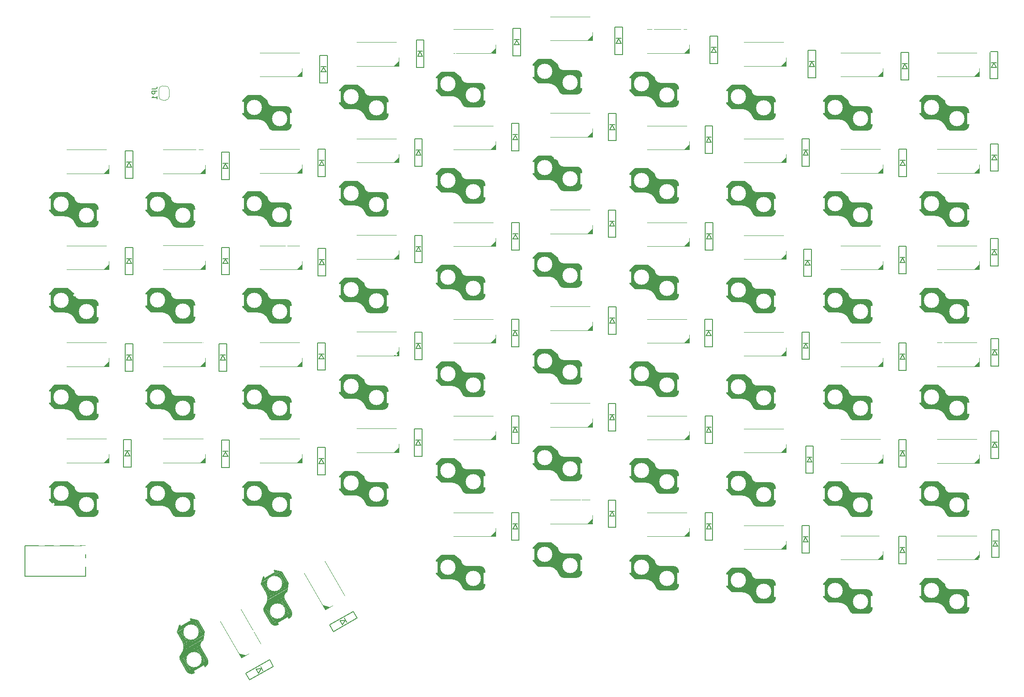
<source format=gbo>
G04 #@! TF.GenerationSoftware,KiCad,Pcbnew,8.0.6*
G04 #@! TF.CreationDate,2025-03-10T13:44:06+01:00*
G04 #@! TF.ProjectId,NomadKeyboard,4e6f6d61-644b-4657-9962-6f6172642e6b,rev?*
G04 #@! TF.SameCoordinates,Original*
G04 #@! TF.FileFunction,Legend,Bot*
G04 #@! TF.FilePolarity,Positive*
%FSLAX46Y46*%
G04 Gerber Fmt 4.6, Leading zero omitted, Abs format (unit mm)*
G04 Created by KiCad (PCBNEW 8.0.6) date 2025-03-10 13:44:06*
%MOMM*%
%LPD*%
G01*
G04 APERTURE LIST*
G04 Aperture macros list*
%AMRotRect*
0 Rectangle, with rotation*
0 The origin of the aperture is its center*
0 $1 length*
0 $2 width*
0 $3 Rotation angle, in degrees counterclockwise*
0 Add horizontal line*
21,1,$1,$2,0,0,$3*%
%AMFreePoly0*
4,1,19,0.500000,-0.750000,0.000000,-0.750000,0.000000,-0.744911,-0.071157,-0.744911,-0.207708,-0.704816,-0.327430,-0.627875,-0.420627,-0.520320,-0.479746,-0.390866,-0.500000,-0.250000,-0.500000,0.250000,-0.479746,0.390866,-0.420627,0.520320,-0.327430,0.627875,-0.207708,0.704816,-0.071157,0.744911,0.000000,0.744911,0.000000,0.750000,0.500000,0.750000,0.500000,-0.750000,0.500000,-0.750000,
$1*%
%AMFreePoly1*
4,1,19,0.000000,0.744911,0.071157,0.744911,0.207708,0.704816,0.327430,0.627875,0.420627,0.520320,0.479746,0.390866,0.500000,0.250000,0.500000,-0.250000,0.479746,-0.390866,0.420627,-0.520320,0.327430,-0.627875,0.207708,-0.704816,0.071157,-0.744911,0.000000,-0.744911,0.000000,-0.750000,-0.500000,-0.750000,-0.500000,0.750000,0.000000,0.750000,0.000000,0.744911,0.000000,0.744911,
$1*%
G04 Aperture macros list end*
%ADD10C,0.150000*%
%ADD11C,0.120000*%
%ADD12C,0.100000*%
%ADD13C,1.524000*%
%ADD14C,1.200000*%
%ADD15O,2.500000X1.700000*%
%ADD16R,0.950000X1.300000*%
%ADD17RotRect,1.300000X0.950000X210.000000*%
%ADD18C,1.800000*%
%ADD19C,1.000000*%
%ADD20C,3.000000*%
%ADD21C,3.400000*%
%ADD22R,1.700000X1.000000*%
%ADD23R,1.600000X2.200000*%
%ADD24RotRect,1.700000X1.000000X120.000000*%
%ADD25RotRect,1.600000X2.200000X120.000000*%
%ADD26C,4.700000*%
%ADD27FreePoly0,270.000000*%
%ADD28FreePoly1,270.000000*%
%ADD29C,0.500000*%
G04 APERTURE END LIST*
D10*
X76393939Y-33169306D02*
X77108224Y-33169306D01*
X77108224Y-33169306D02*
X77251081Y-33121687D01*
X77251081Y-33121687D02*
X77346320Y-33026449D01*
X77346320Y-33026449D02*
X77393939Y-32883592D01*
X77393939Y-32883592D02*
X77393939Y-32788354D01*
X77393939Y-33645497D02*
X76393939Y-33645497D01*
X76393939Y-33645497D02*
X76393939Y-34026449D01*
X76393939Y-34026449D02*
X76441558Y-34121687D01*
X76441558Y-34121687D02*
X76489177Y-34169306D01*
X76489177Y-34169306D02*
X76584415Y-34216925D01*
X76584415Y-34216925D02*
X76727272Y-34216925D01*
X76727272Y-34216925D02*
X76822510Y-34169306D01*
X76822510Y-34169306D02*
X76870129Y-34121687D01*
X76870129Y-34121687D02*
X76917748Y-34026449D01*
X76917748Y-34026449D02*
X76917748Y-33645497D01*
X77393939Y-35169306D02*
X77393939Y-34597878D01*
X77393939Y-34883592D02*
X76393939Y-34883592D01*
X76393939Y-34883592D02*
X76536796Y-34788354D01*
X76536796Y-34788354D02*
X76632034Y-34693116D01*
X76632034Y-34693116D02*
X76679653Y-34597878D01*
X51339120Y-123177640D02*
X63339120Y-123177640D01*
X51339120Y-129177640D02*
X51339120Y-123177640D01*
X63339120Y-123177640D02*
X63339120Y-129177640D01*
X63339120Y-129177640D02*
X51339120Y-129177640D01*
X109009120Y-45082640D02*
X109009120Y-50482640D01*
X109009120Y-50482640D02*
X110509120Y-50482640D01*
X109259120Y-48282640D02*
X109759120Y-47382640D01*
X109759120Y-47382640D02*
X110259120Y-48282640D01*
X110259120Y-47282640D02*
X109259120Y-47282640D01*
X110259120Y-48282640D02*
X109259120Y-48282640D01*
X110509120Y-45082640D02*
X109009120Y-45082640D01*
X110509120Y-50482640D02*
X110509120Y-45082640D01*
X128059120Y-43042640D02*
X128059120Y-48442640D01*
X128059120Y-48442640D02*
X129559120Y-48442640D01*
X128309120Y-46242640D02*
X128809120Y-45342640D01*
X128809120Y-45342640D02*
X129309120Y-46242640D01*
X129309120Y-45242640D02*
X128309120Y-45242640D01*
X129309120Y-46242640D02*
X128309120Y-46242640D01*
X129559120Y-43042640D02*
X128059120Y-43042640D01*
X129559120Y-48442640D02*
X129559120Y-43042640D01*
X147109100Y-40005100D02*
X147109100Y-45405100D01*
X147109100Y-45405100D02*
X148609100Y-45405100D01*
X147359100Y-43205100D02*
X147859100Y-42305100D01*
X147859100Y-42305100D02*
X148359100Y-43205100D01*
X148359100Y-42205100D02*
X147359100Y-42205100D01*
X148359100Y-43205100D02*
X147359100Y-43205100D01*
X148609100Y-40005100D02*
X147109100Y-40005100D01*
X148609100Y-45405100D02*
X148609100Y-40005100D01*
X166169120Y-38002640D02*
X166169120Y-43402640D01*
X166169120Y-43402640D02*
X167669120Y-43402640D01*
X166419120Y-41202640D02*
X166919120Y-40302640D01*
X166919120Y-40302640D02*
X167419120Y-41202640D01*
X167419120Y-40202640D02*
X166419120Y-40202640D01*
X167419120Y-41202640D02*
X166419120Y-41202640D01*
X167669120Y-38002640D02*
X166169120Y-38002640D01*
X167669120Y-43402640D02*
X167669120Y-38002640D01*
X185199120Y-40492640D02*
X185199120Y-45892640D01*
X185199120Y-45892640D02*
X186699120Y-45892640D01*
X185449120Y-43692640D02*
X185949120Y-42792640D01*
X185949120Y-42792640D02*
X186449120Y-43692640D01*
X186449120Y-42692640D02*
X185449120Y-42692640D01*
X186449120Y-43692640D02*
X185449120Y-43692640D01*
X186699120Y-40492640D02*
X185199120Y-40492640D01*
X186699120Y-45892640D02*
X186699120Y-40492640D01*
X204259120Y-43022640D02*
X204259120Y-48422640D01*
X204259120Y-48422640D02*
X205759120Y-48422640D01*
X204509120Y-46222640D02*
X205009120Y-45322640D01*
X205009120Y-45322640D02*
X205509120Y-46222640D01*
X205509120Y-45222640D02*
X204509120Y-45222640D01*
X205509120Y-46222640D02*
X204509120Y-46222640D01*
X205759120Y-43022640D02*
X204259120Y-43022640D01*
X205759120Y-48422640D02*
X205759120Y-43022640D01*
X108988200Y-83205300D02*
X108988200Y-88605300D01*
X108988200Y-88605300D02*
X110488200Y-88605300D01*
X109238200Y-86405300D02*
X109738200Y-85505300D01*
X109738200Y-85505300D02*
X110238200Y-86405300D01*
X110238200Y-85405300D02*
X109238200Y-85405300D01*
X110238200Y-86405300D02*
X109238200Y-86405300D01*
X110488200Y-83205300D02*
X108988200Y-83205300D01*
X110488200Y-88605300D02*
X110488200Y-83205300D01*
X94840851Y-148358121D02*
X95590851Y-149657159D01*
X95590851Y-149657159D02*
X100267389Y-146957159D01*
X96871107Y-147474627D02*
X97900530Y-147457640D01*
X97371107Y-148340653D02*
X96871107Y-147474627D01*
X97900530Y-147457640D02*
X97371107Y-148340653D01*
X98237133Y-147840653D02*
X97737133Y-146974627D01*
X99517389Y-145658121D02*
X94840851Y-148358121D01*
X100267389Y-146957159D02*
X99517389Y-145658121D01*
X111330851Y-138818121D02*
X112080851Y-140117159D01*
X112080851Y-140117159D02*
X116757389Y-137417159D01*
X113361107Y-137934627D02*
X114390530Y-137917640D01*
X113861107Y-138800653D02*
X113361107Y-137934627D01*
X114390530Y-137917640D02*
X113861107Y-138800653D01*
X114727133Y-138300653D02*
X114227133Y-137434627D01*
X116007389Y-136118121D02*
X111330851Y-138818121D01*
X116757389Y-137417159D02*
X116007389Y-136118121D01*
X147109100Y-116705100D02*
X147109100Y-122105100D01*
X147109100Y-122105100D02*
X148609100Y-122105100D01*
X147359100Y-119905100D02*
X147859100Y-119005100D01*
X147859100Y-119005100D02*
X148359100Y-119905100D01*
X148359100Y-118905100D02*
X147359100Y-118905100D01*
X148359100Y-119905100D02*
X147359100Y-119905100D01*
X148609100Y-116705100D02*
X147109100Y-116705100D01*
X148609100Y-122105100D02*
X148609100Y-116705100D01*
X94189100Y-54502600D02*
X94189100Y-57102600D01*
X94189100Y-54502600D02*
X95214100Y-53477600D01*
X94189100Y-57102600D02*
X95214100Y-58127600D01*
X94339100Y-57252600D02*
X94339100Y-54352600D01*
X94489100Y-57352600D02*
X94489100Y-54202600D01*
X94639100Y-57552600D02*
X94639100Y-54052600D01*
X94789100Y-57702600D02*
X94789100Y-53902600D01*
X94939100Y-57852600D02*
X94939100Y-53752600D01*
X95089100Y-57952600D02*
X95089100Y-53602600D01*
X95239100Y-58102600D02*
X95239100Y-53502600D01*
X95389100Y-58102600D02*
X95389100Y-53502600D01*
X95539100Y-58102600D02*
X95539100Y-53502600D01*
X95689100Y-58102600D02*
X95689100Y-53502600D01*
X95839100Y-58102600D02*
X95839100Y-53502600D01*
X95989100Y-58102600D02*
X95989100Y-53502600D01*
X96139100Y-58102600D02*
X96139100Y-53502600D01*
X96289100Y-58102600D02*
X96289100Y-53502600D01*
X96439100Y-58102600D02*
X96439100Y-53502600D01*
X96589100Y-58102600D02*
X96589100Y-53502600D01*
X96739100Y-58102600D02*
X96739100Y-53502600D01*
X96889100Y-58102600D02*
X96889100Y-53502600D01*
X97039100Y-58102600D02*
X97039100Y-53502600D01*
X97189100Y-58102600D02*
X97189100Y-53502600D01*
X97189100Y-58127600D02*
X95214100Y-58127600D01*
X97339100Y-58102600D02*
X97339100Y-53552600D01*
X97489100Y-58152600D02*
X97489100Y-53502600D01*
D11*
X97589100Y-49753600D02*
X105889100Y-49753600D01*
D10*
X97639100Y-58152600D02*
X97639100Y-53502600D01*
X97764100Y-53477600D02*
X95214100Y-53477600D01*
X97764100Y-53477600D02*
X99039100Y-54502600D01*
X97789100Y-58152600D02*
X97789100Y-53552600D01*
X97939100Y-58202600D02*
X97939100Y-53652600D01*
X98089100Y-58302600D02*
X98089100Y-53752600D01*
X98239100Y-58352600D02*
X98239100Y-53902600D01*
X98389100Y-58452600D02*
X98389100Y-54002600D01*
X98539100Y-58552600D02*
X98539100Y-54152600D01*
X98689100Y-58652600D02*
X98689100Y-54252600D01*
X98839100Y-58802600D02*
X98839100Y-54352600D01*
X98989100Y-58952600D02*
X98989100Y-54502600D01*
X99089100Y-59152600D02*
X99089100Y-55002600D01*
X99189100Y-59302600D02*
X99189100Y-55152600D01*
X99289100Y-59502600D02*
X99289100Y-55352600D01*
X99389100Y-59652600D02*
X99389100Y-55452600D01*
X99489100Y-59902600D02*
X99489100Y-55502600D01*
X99589100Y-60052600D02*
X99589100Y-55552600D01*
X99739100Y-60152600D02*
X99739100Y-55602600D01*
X99889100Y-60252600D02*
X99889100Y-55702600D01*
X100039100Y-60302600D02*
X100039100Y-55702600D01*
X100189100Y-60302600D02*
X100189100Y-55702600D01*
X100339100Y-60302600D02*
X100339100Y-55752600D01*
X100489100Y-60302600D02*
X100489100Y-55702600D01*
X100639100Y-60302600D02*
X100639100Y-55702600D01*
X100789100Y-60302600D02*
X100789100Y-55702600D01*
X100939100Y-60302600D02*
X100939100Y-55702600D01*
X101089100Y-60302600D02*
X101089100Y-55702600D01*
X101239100Y-60302600D02*
X101239100Y-55702600D01*
X101389100Y-60302600D02*
X101389100Y-55702600D01*
X101539100Y-60302600D02*
X101539100Y-55702600D01*
X101689100Y-60302600D02*
X101689100Y-55702600D01*
X101839100Y-60302600D02*
X101839100Y-55702600D01*
X101989100Y-60302600D02*
X101989100Y-55702600D01*
X102139100Y-60302600D02*
X102139100Y-55702600D01*
X102289100Y-60302600D02*
X102289100Y-55702600D01*
X102439100Y-60302600D02*
X102439100Y-55702600D01*
X102589100Y-60302600D02*
X102589100Y-55702600D01*
X102739100Y-60302600D02*
X102739100Y-55702600D01*
X102789100Y-55677600D02*
X100214100Y-55677600D01*
X102789100Y-60327600D02*
X100189100Y-60327600D01*
X102889100Y-60302600D02*
X102889100Y-55752600D01*
X103039100Y-60252600D02*
X103039100Y-55752600D01*
X103189100Y-60202600D02*
X103189100Y-55802600D01*
X103339100Y-60102600D02*
X103339100Y-55902600D01*
X103439100Y-60002600D02*
X103439100Y-56052600D01*
X103539100Y-59902600D02*
X103539100Y-56152600D01*
X103639100Y-59752600D02*
X103639100Y-56202600D01*
X103789100Y-56677600D02*
X103789100Y-59327600D01*
D11*
X105389100Y-45053600D02*
X97589100Y-45053600D01*
X105889100Y-49753600D02*
X105889100Y-48102600D01*
D10*
X97189100Y-58127600D02*
G75*
G02*
X99326901Y-59624504I0J-2275000D01*
G01*
X100188105Y-60326391D02*
G75*
G02*
X99326897Y-59624505I38795J926891D01*
G01*
X100214100Y-55677600D02*
G75*
G02*
X99039100Y-54502600I0J1175000D01*
G01*
X102789100Y-55677600D02*
G75*
G02*
X103789100Y-56677600I1J-999999D01*
G01*
X103789100Y-59327600D02*
G75*
G02*
X102789100Y-60327600I-999999J-1D01*
G01*
D12*
X105889100Y-49753600D02*
X104881100Y-49753600D01*
X105889100Y-48737600D01*
X105889100Y-49753600D01*
G36*
X105889100Y-49753600D02*
G01*
X104881100Y-49753600D01*
X105889100Y-48737600D01*
X105889100Y-49753600D01*
G37*
D10*
X151350000Y-47400000D02*
X151350000Y-50000000D01*
X151350000Y-47400000D02*
X152375000Y-46375000D01*
X151350000Y-50000000D02*
X152375000Y-51025000D01*
X151500000Y-50150000D02*
X151500000Y-47250000D01*
X151650000Y-50250000D02*
X151650000Y-47100000D01*
X151800000Y-50450000D02*
X151800000Y-46950000D01*
X151950000Y-50600000D02*
X151950000Y-46800000D01*
X152100000Y-50750000D02*
X152100000Y-46650000D01*
X152250000Y-50850000D02*
X152250000Y-46500000D01*
X152400000Y-51000000D02*
X152400000Y-46400000D01*
X152550000Y-51000000D02*
X152550000Y-46400000D01*
X152700000Y-51000000D02*
X152700000Y-46400000D01*
X152850000Y-51000000D02*
X152850000Y-46400000D01*
X153000000Y-51000000D02*
X153000000Y-46400000D01*
X153150000Y-51000000D02*
X153150000Y-46400000D01*
X153300000Y-51000000D02*
X153300000Y-46400000D01*
X153450000Y-51000000D02*
X153450000Y-46400000D01*
X153600000Y-51000000D02*
X153600000Y-46400000D01*
X153750000Y-51000000D02*
X153750000Y-46400000D01*
X153900000Y-51000000D02*
X153900000Y-46400000D01*
X154050000Y-51000000D02*
X154050000Y-46400000D01*
X154200000Y-51000000D02*
X154200000Y-46400000D01*
X154350000Y-51000000D02*
X154350000Y-46400000D01*
X154350000Y-51025000D02*
X152375000Y-51025000D01*
X154500000Y-51000000D02*
X154500000Y-46450000D01*
X154650000Y-51050000D02*
X154650000Y-46400000D01*
D11*
X154750000Y-42651000D02*
X163050000Y-42651000D01*
D10*
X154800000Y-51050000D02*
X154800000Y-46400000D01*
X154925000Y-46375000D02*
X152375000Y-46375000D01*
X154925000Y-46375000D02*
X156200000Y-47400000D01*
X154950000Y-51050000D02*
X154950000Y-46450000D01*
X155100000Y-51100000D02*
X155100000Y-46550000D01*
X155250000Y-51200000D02*
X155250000Y-46650000D01*
X155400000Y-51250000D02*
X155400000Y-46800000D01*
X155550000Y-51350000D02*
X155550000Y-46900000D01*
X155700000Y-51450000D02*
X155700000Y-47050000D01*
X155850000Y-51550000D02*
X155850000Y-47150000D01*
X156000000Y-51700000D02*
X156000000Y-47250000D01*
X156150000Y-51850000D02*
X156150000Y-47400000D01*
X156250000Y-52050000D02*
X156250000Y-47900000D01*
X156350000Y-52200000D02*
X156350000Y-48050000D01*
X156450000Y-52400000D02*
X156450000Y-48250000D01*
X156550000Y-52550000D02*
X156550000Y-48350000D01*
X156650000Y-52800000D02*
X156650000Y-48400000D01*
X156750000Y-52950000D02*
X156750000Y-48450000D01*
X156900000Y-53050000D02*
X156900000Y-48500000D01*
X157050000Y-53150000D02*
X157050000Y-48600000D01*
X157200000Y-53200000D02*
X157200000Y-48600000D01*
X157350000Y-53200000D02*
X157350000Y-48600000D01*
X157500000Y-53200000D02*
X157500000Y-48650000D01*
X157650000Y-53200000D02*
X157650000Y-48600000D01*
X157800000Y-53200000D02*
X157800000Y-48600000D01*
X157950000Y-53200000D02*
X157950000Y-48600000D01*
X158100000Y-53200000D02*
X158100000Y-48600000D01*
X158250000Y-53200000D02*
X158250000Y-48600000D01*
X158400000Y-53200000D02*
X158400000Y-48600000D01*
X158550000Y-53200000D02*
X158550000Y-48600000D01*
X158700000Y-53200000D02*
X158700000Y-48600000D01*
X158850000Y-53200000D02*
X158850000Y-48600000D01*
X159000000Y-53200000D02*
X159000000Y-48600000D01*
X159150000Y-53200000D02*
X159150000Y-48600000D01*
X159300000Y-53200000D02*
X159300000Y-48600000D01*
X159450000Y-53200000D02*
X159450000Y-48600000D01*
X159600000Y-53200000D02*
X159600000Y-48600000D01*
X159750000Y-53200000D02*
X159750000Y-48600000D01*
X159900000Y-53200000D02*
X159900000Y-48600000D01*
X159950000Y-48575000D02*
X157375000Y-48575000D01*
X159950000Y-53225000D02*
X157350000Y-53225000D01*
X160050000Y-53200000D02*
X160050000Y-48650000D01*
X160200000Y-53150000D02*
X160200000Y-48650000D01*
X160350000Y-53100000D02*
X160350000Y-48700000D01*
X160500000Y-53000000D02*
X160500000Y-48800000D01*
X160600000Y-52900000D02*
X160600000Y-48950000D01*
X160700000Y-52800000D02*
X160700000Y-49050000D01*
X160800000Y-52650000D02*
X160800000Y-49100000D01*
X160950000Y-49575000D02*
X160950000Y-52225000D01*
D11*
X162550000Y-37951000D02*
X154750000Y-37951000D01*
X163050000Y-42651000D02*
X163050000Y-41000000D01*
D10*
X154350000Y-51025000D02*
G75*
G02*
X156487801Y-52521904I0J-2275000D01*
G01*
X157349005Y-53223791D02*
G75*
G02*
X156487797Y-52521905I38795J926891D01*
G01*
X157375000Y-48575000D02*
G75*
G02*
X156200000Y-47400000I0J1175000D01*
G01*
X159950000Y-48575000D02*
G75*
G02*
X160950000Y-49575000I1J-999999D01*
G01*
X160950000Y-52225000D02*
G75*
G02*
X159950000Y-53225000I-999999J-1D01*
G01*
D12*
X163050000Y-42651000D02*
X162042000Y-42651000D01*
X163050000Y-41635000D01*
X163050000Y-42651000D01*
G36*
X163050000Y-42651000D02*
G01*
X162042000Y-42651000D01*
X163050000Y-41635000D01*
X163050000Y-42651000D01*
G37*
D10*
X94189100Y-92602600D02*
X94189100Y-95202600D01*
X94189100Y-92602600D02*
X95214100Y-91577600D01*
X94189100Y-95202600D02*
X95214100Y-96227600D01*
X94339100Y-95352600D02*
X94339100Y-92452600D01*
X94489100Y-95452600D02*
X94489100Y-92302600D01*
X94639100Y-95652600D02*
X94639100Y-92152600D01*
X94789100Y-95802600D02*
X94789100Y-92002600D01*
X94939100Y-95952600D02*
X94939100Y-91852600D01*
X95089100Y-96052600D02*
X95089100Y-91702600D01*
X95239100Y-96202600D02*
X95239100Y-91602600D01*
X95389100Y-96202600D02*
X95389100Y-91602600D01*
X95539100Y-96202600D02*
X95539100Y-91602600D01*
X95689100Y-96202600D02*
X95689100Y-91602600D01*
X95839100Y-96202600D02*
X95839100Y-91602600D01*
X95989100Y-96202600D02*
X95989100Y-91602600D01*
X96139100Y-96202600D02*
X96139100Y-91602600D01*
X96289100Y-96202600D02*
X96289100Y-91602600D01*
X96439100Y-96202600D02*
X96439100Y-91602600D01*
X96589100Y-96202600D02*
X96589100Y-91602600D01*
X96739100Y-96202600D02*
X96739100Y-91602600D01*
X96889100Y-96202600D02*
X96889100Y-91602600D01*
X97039100Y-96202600D02*
X97039100Y-91602600D01*
X97189100Y-96202600D02*
X97189100Y-91602600D01*
X97189100Y-96227600D02*
X95214100Y-96227600D01*
X97339100Y-96202600D02*
X97339100Y-91652600D01*
X97489100Y-96252600D02*
X97489100Y-91602600D01*
D11*
X97589100Y-87853600D02*
X105889100Y-87853600D01*
D10*
X97639100Y-96252600D02*
X97639100Y-91602600D01*
X97764100Y-91577600D02*
X95214100Y-91577600D01*
X97764100Y-91577600D02*
X99039100Y-92602600D01*
X97789100Y-96252600D02*
X97789100Y-91652600D01*
X97939100Y-96302600D02*
X97939100Y-91752600D01*
X98089100Y-96402600D02*
X98089100Y-91852600D01*
X98239100Y-96452600D02*
X98239100Y-92002600D01*
X98389100Y-96552600D02*
X98389100Y-92102600D01*
X98539100Y-96652600D02*
X98539100Y-92252600D01*
X98689100Y-96752600D02*
X98689100Y-92352600D01*
X98839100Y-96902600D02*
X98839100Y-92452600D01*
X98989100Y-97052600D02*
X98989100Y-92602600D01*
X99089100Y-97252600D02*
X99089100Y-93102600D01*
X99189100Y-97402600D02*
X99189100Y-93252600D01*
X99289100Y-97602600D02*
X99289100Y-93452600D01*
X99389100Y-97752600D02*
X99389100Y-93552600D01*
X99489100Y-98002600D02*
X99489100Y-93602600D01*
X99589100Y-98152600D02*
X99589100Y-93652600D01*
X99739100Y-98252600D02*
X99739100Y-93702600D01*
X99889100Y-98352600D02*
X99889100Y-93802600D01*
X100039100Y-98402600D02*
X100039100Y-93802600D01*
X100189100Y-98402600D02*
X100189100Y-93802600D01*
X100339100Y-98402600D02*
X100339100Y-93852600D01*
X100489100Y-98402600D02*
X100489100Y-93802600D01*
X100639100Y-98402600D02*
X100639100Y-93802600D01*
X100789100Y-98402600D02*
X100789100Y-93802600D01*
X100939100Y-98402600D02*
X100939100Y-93802600D01*
X101089100Y-98402600D02*
X101089100Y-93802600D01*
X101239100Y-98402600D02*
X101239100Y-93802600D01*
X101389100Y-98402600D02*
X101389100Y-93802600D01*
X101539100Y-98402600D02*
X101539100Y-93802600D01*
X101689100Y-98402600D02*
X101689100Y-93802600D01*
X101839100Y-98402600D02*
X101839100Y-93802600D01*
X101989100Y-98402600D02*
X101989100Y-93802600D01*
X102139100Y-98402600D02*
X102139100Y-93802600D01*
X102289100Y-98402600D02*
X102289100Y-93802600D01*
X102439100Y-98402600D02*
X102439100Y-93802600D01*
X102589100Y-98402600D02*
X102589100Y-93802600D01*
X102739100Y-98402600D02*
X102739100Y-93802600D01*
X102789100Y-93777600D02*
X100214100Y-93777600D01*
X102789100Y-98427600D02*
X100189100Y-98427600D01*
X102889100Y-98402600D02*
X102889100Y-93852600D01*
X103039100Y-98352600D02*
X103039100Y-93852600D01*
X103189100Y-98302600D02*
X103189100Y-93902600D01*
X103339100Y-98202600D02*
X103339100Y-94002600D01*
X103439100Y-98102600D02*
X103439100Y-94152600D01*
X103539100Y-98002600D02*
X103539100Y-94252600D01*
X103639100Y-97852600D02*
X103639100Y-94302600D01*
X103789100Y-94777600D02*
X103789100Y-97427600D01*
D11*
X105389100Y-83153600D02*
X97589100Y-83153600D01*
X105889100Y-87853600D02*
X105889100Y-86202600D01*
D10*
X97189100Y-96227600D02*
G75*
G02*
X99326901Y-97724504I0J-2275000D01*
G01*
X100188105Y-98426391D02*
G75*
G02*
X99326897Y-97724505I38795J926891D01*
G01*
X100214100Y-93777600D02*
G75*
G02*
X99039100Y-92602600I0J1175000D01*
G01*
X102789100Y-93777600D02*
G75*
G02*
X103789100Y-94777600I1J-999999D01*
G01*
X103789100Y-97427600D02*
G75*
G02*
X102789100Y-98427600I-999999J-1D01*
G01*
D12*
X105889100Y-87853600D02*
X104881100Y-87853600D01*
X105889100Y-86837600D01*
X105889100Y-87853600D01*
G36*
X105889100Y-87853600D02*
G01*
X104881100Y-87853600D01*
X105889100Y-86837600D01*
X105889100Y-87853600D01*
G37*
D10*
X113239100Y-71452600D02*
X113239100Y-74052600D01*
X113239100Y-71452600D02*
X114264100Y-70427600D01*
X113239100Y-74052600D02*
X114264100Y-75077600D01*
X113389100Y-74202600D02*
X113389100Y-71302600D01*
X113539100Y-74302600D02*
X113539100Y-71152600D01*
X113689100Y-74502600D02*
X113689100Y-71002600D01*
X113839100Y-74652600D02*
X113839100Y-70852600D01*
X113989100Y-74802600D02*
X113989100Y-70702600D01*
X114139100Y-74902600D02*
X114139100Y-70552600D01*
X114289100Y-75052600D02*
X114289100Y-70452600D01*
X114439100Y-75052600D02*
X114439100Y-70452600D01*
X114589100Y-75052600D02*
X114589100Y-70452600D01*
X114739100Y-75052600D02*
X114739100Y-70452600D01*
X114889100Y-75052600D02*
X114889100Y-70452600D01*
X115039100Y-75052600D02*
X115039100Y-70452600D01*
X115189100Y-75052600D02*
X115189100Y-70452600D01*
X115339100Y-75052600D02*
X115339100Y-70452600D01*
X115489100Y-75052600D02*
X115489100Y-70452600D01*
X115639100Y-75052600D02*
X115639100Y-70452600D01*
X115789100Y-75052600D02*
X115789100Y-70452600D01*
X115939100Y-75052600D02*
X115939100Y-70452600D01*
X116089100Y-75052600D02*
X116089100Y-70452600D01*
X116239100Y-75052600D02*
X116239100Y-70452600D01*
X116239100Y-75077600D02*
X114264100Y-75077600D01*
X116389100Y-75052600D02*
X116389100Y-70502600D01*
X116539100Y-75102600D02*
X116539100Y-70452600D01*
D11*
X116639100Y-66703600D02*
X124939100Y-66703600D01*
D10*
X116689100Y-75102600D02*
X116689100Y-70452600D01*
X116814100Y-70427600D02*
X114264100Y-70427600D01*
X116814100Y-70427600D02*
X118089100Y-71452600D01*
X116839100Y-75102600D02*
X116839100Y-70502600D01*
X116989100Y-75152600D02*
X116989100Y-70602600D01*
X117139100Y-75252600D02*
X117139100Y-70702600D01*
X117289100Y-75302600D02*
X117289100Y-70852600D01*
X117439100Y-75402600D02*
X117439100Y-70952600D01*
X117589100Y-75502600D02*
X117589100Y-71102600D01*
X117739100Y-75602600D02*
X117739100Y-71202600D01*
X117889100Y-75752600D02*
X117889100Y-71302600D01*
X118039100Y-75902600D02*
X118039100Y-71452600D01*
X118139100Y-76102600D02*
X118139100Y-71952600D01*
X118239100Y-76252600D02*
X118239100Y-72102600D01*
X118339100Y-76452600D02*
X118339100Y-72302600D01*
X118439100Y-76602600D02*
X118439100Y-72402600D01*
X118539100Y-76852600D02*
X118539100Y-72452600D01*
X118639100Y-77002600D02*
X118639100Y-72502600D01*
X118789100Y-77102600D02*
X118789100Y-72552600D01*
X118939100Y-77202600D02*
X118939100Y-72652600D01*
X119089100Y-77252600D02*
X119089100Y-72652600D01*
X119239100Y-77252600D02*
X119239100Y-72652600D01*
X119389100Y-77252600D02*
X119389100Y-72702600D01*
X119539100Y-77252600D02*
X119539100Y-72652600D01*
X119689100Y-77252600D02*
X119689100Y-72652600D01*
X119839100Y-77252600D02*
X119839100Y-72652600D01*
X119989100Y-77252600D02*
X119989100Y-72652600D01*
X120139100Y-77252600D02*
X120139100Y-72652600D01*
X120289100Y-77252600D02*
X120289100Y-72652600D01*
X120439100Y-77252600D02*
X120439100Y-72652600D01*
X120589100Y-77252600D02*
X120589100Y-72652600D01*
X120739100Y-77252600D02*
X120739100Y-72652600D01*
X120889100Y-77252600D02*
X120889100Y-72652600D01*
X121039100Y-77252600D02*
X121039100Y-72652600D01*
X121189100Y-77252600D02*
X121189100Y-72652600D01*
X121339100Y-77252600D02*
X121339100Y-72652600D01*
X121489100Y-77252600D02*
X121489100Y-72652600D01*
X121639100Y-77252600D02*
X121639100Y-72652600D01*
X121789100Y-77252600D02*
X121789100Y-72652600D01*
X121839100Y-72627600D02*
X119264100Y-72627600D01*
X121839100Y-77277600D02*
X119239100Y-77277600D01*
X121939100Y-77252600D02*
X121939100Y-72702600D01*
X122089100Y-77202600D02*
X122089100Y-72702600D01*
X122239100Y-77152600D02*
X122239100Y-72752600D01*
X122389100Y-77052600D02*
X122389100Y-72852600D01*
X122489100Y-76952600D02*
X122489100Y-73002600D01*
X122589100Y-76852600D02*
X122589100Y-73102600D01*
X122689100Y-76702600D02*
X122689100Y-73152600D01*
X122839100Y-73627600D02*
X122839100Y-76277600D01*
D11*
X124439100Y-62003600D02*
X116639100Y-62003600D01*
X124939100Y-66703600D02*
X124939100Y-65052600D01*
D10*
X116239100Y-75077600D02*
G75*
G02*
X118376901Y-76574504I0J-2275000D01*
G01*
X119238105Y-77276391D02*
G75*
G02*
X118376897Y-76574505I38795J926891D01*
G01*
X119264100Y-72627600D02*
G75*
G02*
X118089100Y-71452600I0J1175000D01*
G01*
X121839100Y-72627600D02*
G75*
G02*
X122839100Y-73627600I1J-999999D01*
G01*
X122839100Y-76277600D02*
G75*
G02*
X121839100Y-77277600I-999999J-1D01*
G01*
D12*
X124939100Y-66703600D02*
X123931100Y-66703600D01*
X124939100Y-65687600D01*
X124939100Y-66703600D01*
G36*
X124939100Y-66703600D02*
G01*
X123931100Y-66703600D01*
X124939100Y-65687600D01*
X124939100Y-66703600D01*
G37*
D10*
X97902548Y-130734941D02*
X101886264Y-128434941D01*
X97957451Y-130530037D02*
X101724662Y-128355037D01*
X97969054Y-130350134D02*
X101519758Y-128300134D01*
X97977548Y-130864845D02*
X101961264Y-128564845D01*
X98023958Y-130145230D02*
X101314854Y-128245230D01*
X98052548Y-130994749D02*
X102036264Y-128694749D01*
X98078862Y-129940326D02*
X101109950Y-128190326D01*
X98127548Y-131124654D02*
X102111264Y-128824653D01*
X98177067Y-129710422D02*
X100905047Y-128135422D01*
X98188669Y-129530518D02*
X100700143Y-128080518D01*
X98202548Y-131254556D02*
X102186264Y-128954556D01*
X98243573Y-129325615D02*
X97868397Y-130725791D01*
X98277548Y-131384460D02*
X102261264Y-129084460D01*
X98352548Y-131514364D02*
X102336264Y-129214364D01*
X98365593Y-135836959D02*
X102306009Y-133561959D01*
X98377195Y-135657056D02*
X102317611Y-133382056D01*
X98388798Y-135477152D02*
X102285912Y-133227152D01*
X98397292Y-135991863D02*
X102381009Y-133691863D01*
X98427548Y-131644268D02*
X102411264Y-129344268D01*
X98468702Y-135315549D02*
X102279214Y-133115549D01*
X98472292Y-136121767D02*
X102456009Y-133821767D01*
X98502548Y-131774172D02*
X102486264Y-129474172D01*
X98547292Y-136251671D02*
X102487707Y-133976671D01*
X98577548Y-131904076D02*
X102561264Y-129604076D01*
X98622292Y-136381575D02*
X102606009Y-134081575D01*
X98635208Y-135103947D02*
X102272515Y-133003947D01*
X98652548Y-132033979D02*
X102636264Y-129733978D01*
X98697292Y-136511478D02*
X102681009Y-134211478D01*
X98715112Y-134942344D02*
X102309117Y-132867344D01*
X98727548Y-132163883D02*
X102711264Y-129863883D01*
X98772292Y-136641382D02*
X102756009Y-134341382D01*
X98802548Y-132293787D02*
X102786264Y-129993787D01*
X98838317Y-134755742D02*
X102432323Y-132680742D01*
X98847292Y-136771286D02*
X102831009Y-134471286D01*
X98855897Y-132436191D02*
X97868397Y-130725791D01*
X98877548Y-132423691D02*
X102861264Y-130123691D01*
X98918221Y-134594139D02*
X102512226Y-132519139D01*
X98922292Y-136901190D02*
X102906009Y-134601190D01*
X98952548Y-132553595D02*
X102892963Y-130278595D01*
X98984246Y-132708498D02*
X103011264Y-130383498D01*
X98997292Y-137031094D02*
X102981009Y-134731095D01*
X99041426Y-134407536D02*
X102895239Y-132182536D01*
X99059246Y-132838402D02*
X103086264Y-130513402D01*
X99072292Y-137160997D02*
X103056009Y-134860997D01*
X99096330Y-134202633D02*
X102950143Y-131977633D01*
X99134246Y-132968306D02*
X103117963Y-130668306D01*
X99147292Y-137290901D02*
X103131009Y-134990901D01*
X99151234Y-133997729D02*
X102961745Y-131797729D01*
X99154342Y-133303114D02*
X103094758Y-131028114D01*
X99162836Y-133817825D02*
X102973348Y-131617825D01*
X99165945Y-133123210D02*
X103106361Y-130848210D01*
X99174439Y-133637921D02*
X103028252Y-131412921D01*
X99186041Y-133458017D02*
X103039854Y-131233017D01*
X99222292Y-137420805D02*
X103206009Y-135120805D01*
X99297292Y-137550709D02*
X103281009Y-135250709D01*
X99372292Y-137680613D02*
X103356009Y-135380613D01*
X99447292Y-137810517D02*
X103431009Y-135510517D01*
X99522292Y-137940420D02*
X103506009Y-135640420D01*
X99597292Y-138070324D02*
X103581009Y-135770324D01*
X99672292Y-138200228D02*
X103656009Y-135900228D01*
X99747292Y-138330132D02*
X103731009Y-136030132D01*
X99750641Y-138385933D02*
X98450641Y-136134267D01*
X99822292Y-138460036D02*
X103762707Y-136185036D01*
X99940593Y-138564939D02*
X103837707Y-136314939D01*
X100058894Y-138669843D02*
X103869406Y-136469843D01*
X100220497Y-138749747D02*
X103857803Y-136649747D01*
X100357099Y-138786350D02*
X103777900Y-136811350D01*
X100493702Y-138822952D02*
X103741297Y-136947952D01*
X100495239Y-128025615D02*
X98243573Y-129325615D01*
X100495239Y-128025615D02*
X101895415Y-128400791D01*
X100673606Y-138834555D02*
X103747996Y-137059555D01*
X103170415Y-130609155D02*
X101895415Y-128400791D01*
X103170415Y-130609155D02*
X102920239Y-132225838D01*
X103411634Y-137426958D02*
X101116666Y-138751958D01*
X103777659Y-136060933D02*
X102490159Y-133830918D01*
D11*
X106307994Y-128595601D02*
X110457994Y-135783612D01*
X110457994Y-135783612D02*
X111887802Y-134958112D01*
X114278313Y-133000599D02*
X110378313Y-126245601D01*
D10*
X98451191Y-136132801D02*
G75*
G02*
X98628438Y-135036030I822108J429848D01*
G01*
X98855897Y-132436191D02*
G75*
G02*
X98628441Y-135036033I-1970208J-1137500D01*
G01*
X101116666Y-138751958D02*
G75*
G02*
X99750640Y-138385933I-500001J866023D01*
G01*
X102490159Y-133830918D02*
G75*
G02*
X102920239Y-132225838I1017580J587500D01*
G01*
X103777659Y-136060933D02*
G75*
G02*
X103411634Y-137426958I-866024J-500000D01*
G01*
D12*
X111337875Y-135275612D02*
X110457994Y-135783612D01*
X109953994Y-134910658D01*
X111337875Y-135275612D01*
G36*
X111337875Y-135275612D02*
G01*
X110457994Y-135783612D01*
X109953994Y-134910658D01*
X111337875Y-135275612D01*
G37*
D10*
X151350000Y-104550000D02*
X151350000Y-107150000D01*
X151350000Y-104550000D02*
X152375000Y-103525000D01*
X151350000Y-107150000D02*
X152375000Y-108175000D01*
X151500000Y-107300000D02*
X151500000Y-104400000D01*
X151650000Y-107400000D02*
X151650000Y-104250000D01*
X151800000Y-107600000D02*
X151800000Y-104100000D01*
X151950000Y-107750000D02*
X151950000Y-103950000D01*
X152100000Y-107900000D02*
X152100000Y-103800000D01*
X152250000Y-108000000D02*
X152250000Y-103650000D01*
X152400000Y-108150000D02*
X152400000Y-103550000D01*
X152550000Y-108150000D02*
X152550000Y-103550000D01*
X152700000Y-108150000D02*
X152700000Y-103550000D01*
X152850000Y-108150000D02*
X152850000Y-103550000D01*
X153000000Y-108150000D02*
X153000000Y-103550000D01*
X153150000Y-108150000D02*
X153150000Y-103550000D01*
X153300000Y-108150000D02*
X153300000Y-103550000D01*
X153450000Y-108150000D02*
X153450000Y-103550000D01*
X153600000Y-108150000D02*
X153600000Y-103550000D01*
X153750000Y-108150000D02*
X153750000Y-103550000D01*
X153900000Y-108150000D02*
X153900000Y-103550000D01*
X154050000Y-108150000D02*
X154050000Y-103550000D01*
X154200000Y-108150000D02*
X154200000Y-103550000D01*
X154350000Y-108150000D02*
X154350000Y-103550000D01*
X154350000Y-108175000D02*
X152375000Y-108175000D01*
X154500000Y-108150000D02*
X154500000Y-103600000D01*
X154650000Y-108200000D02*
X154650000Y-103550000D01*
D11*
X154750000Y-99801000D02*
X163050000Y-99801000D01*
D10*
X154800000Y-108200000D02*
X154800000Y-103550000D01*
X154925000Y-103525000D02*
X152375000Y-103525000D01*
X154925000Y-103525000D02*
X156200000Y-104550000D01*
X154950000Y-108200000D02*
X154950000Y-103600000D01*
X155100000Y-108250000D02*
X155100000Y-103700000D01*
X155250000Y-108350000D02*
X155250000Y-103800000D01*
X155400000Y-108400000D02*
X155400000Y-103950000D01*
X155550000Y-108500000D02*
X155550000Y-104050000D01*
X155700000Y-108600000D02*
X155700000Y-104200000D01*
X155850000Y-108700000D02*
X155850000Y-104300000D01*
X156000000Y-108850000D02*
X156000000Y-104400000D01*
X156150000Y-109000000D02*
X156150000Y-104550000D01*
X156250000Y-109200000D02*
X156250000Y-105050000D01*
X156350000Y-109350000D02*
X156350000Y-105200000D01*
X156450000Y-109550000D02*
X156450000Y-105400000D01*
X156550000Y-109700000D02*
X156550000Y-105500000D01*
X156650000Y-109950000D02*
X156650000Y-105550000D01*
X156750000Y-110100000D02*
X156750000Y-105600000D01*
X156900000Y-110200000D02*
X156900000Y-105650000D01*
X157050000Y-110300000D02*
X157050000Y-105750000D01*
X157200000Y-110350000D02*
X157200000Y-105750000D01*
X157350000Y-110350000D02*
X157350000Y-105750000D01*
X157500000Y-110350000D02*
X157500000Y-105800000D01*
X157650000Y-110350000D02*
X157650000Y-105750000D01*
X157800000Y-110350000D02*
X157800000Y-105750000D01*
X157950000Y-110350000D02*
X157950000Y-105750000D01*
X158100000Y-110350000D02*
X158100000Y-105750000D01*
X158250000Y-110350000D02*
X158250000Y-105750000D01*
X158400000Y-110350000D02*
X158400000Y-105750000D01*
X158550000Y-110350000D02*
X158550000Y-105750000D01*
X158700000Y-110350000D02*
X158700000Y-105750000D01*
X158850000Y-110350000D02*
X158850000Y-105750000D01*
X159000000Y-110350000D02*
X159000000Y-105750000D01*
X159150000Y-110350000D02*
X159150000Y-105750000D01*
X159300000Y-110350000D02*
X159300000Y-105750000D01*
X159450000Y-110350000D02*
X159450000Y-105750000D01*
X159600000Y-110350000D02*
X159600000Y-105750000D01*
X159750000Y-110350000D02*
X159750000Y-105750000D01*
X159900000Y-110350000D02*
X159900000Y-105750000D01*
X159950000Y-105725000D02*
X157375000Y-105725000D01*
X159950000Y-110375000D02*
X157350000Y-110375000D01*
X160050000Y-110350000D02*
X160050000Y-105800000D01*
X160200000Y-110300000D02*
X160200000Y-105800000D01*
X160350000Y-110250000D02*
X160350000Y-105850000D01*
X160500000Y-110150000D02*
X160500000Y-105950000D01*
X160600000Y-110050000D02*
X160600000Y-106100000D01*
X160700000Y-109950000D02*
X160700000Y-106200000D01*
X160800000Y-109800000D02*
X160800000Y-106250000D01*
X160950000Y-106725000D02*
X160950000Y-109375000D01*
D11*
X162550000Y-95101000D02*
X154750000Y-95101000D01*
X163050000Y-99801000D02*
X163050000Y-98150000D01*
D10*
X154350000Y-108175000D02*
G75*
G02*
X156487801Y-109671904I0J-2275000D01*
G01*
X157349005Y-110373791D02*
G75*
G02*
X156487797Y-109671905I38795J926891D01*
G01*
X157375000Y-105725000D02*
G75*
G02*
X156200000Y-104550000I0J1175000D01*
G01*
X159950000Y-105725000D02*
G75*
G02*
X160950000Y-106725000I1J-999999D01*
G01*
X160950000Y-109375000D02*
G75*
G02*
X159950000Y-110375000I-999999J-1D01*
G01*
D12*
X163050000Y-99801000D02*
X162042000Y-99801000D01*
X163050000Y-98785000D01*
X163050000Y-99801000D01*
G36*
X163050000Y-99801000D02*
G01*
X162042000Y-99801000D01*
X163050000Y-98785000D01*
X163050000Y-99801000D01*
G37*
D10*
X189450000Y-109602600D02*
X189450000Y-112202600D01*
X189450000Y-109602600D02*
X190475000Y-108577600D01*
X189450000Y-112202600D02*
X190475000Y-113227600D01*
X189600000Y-112352600D02*
X189600000Y-109452600D01*
X189750000Y-112452600D02*
X189750000Y-109302600D01*
X189900000Y-112652600D02*
X189900000Y-109152600D01*
X190050000Y-112802600D02*
X190050000Y-109002600D01*
X190200000Y-112952600D02*
X190200000Y-108852600D01*
X190350000Y-113052600D02*
X190350000Y-108702600D01*
X190500000Y-113202600D02*
X190500000Y-108602600D01*
X190650000Y-113202600D02*
X190650000Y-108602600D01*
X190800000Y-113202600D02*
X190800000Y-108602600D01*
X190950000Y-113202600D02*
X190950000Y-108602600D01*
X191100000Y-113202600D02*
X191100000Y-108602600D01*
X191250000Y-113202600D02*
X191250000Y-108602600D01*
X191400000Y-113202600D02*
X191400000Y-108602600D01*
X191550000Y-113202600D02*
X191550000Y-108602600D01*
X191700000Y-113202600D02*
X191700000Y-108602600D01*
X191850000Y-113202600D02*
X191850000Y-108602600D01*
X192000000Y-113202600D02*
X192000000Y-108602600D01*
X192150000Y-113202600D02*
X192150000Y-108602600D01*
X192300000Y-113202600D02*
X192300000Y-108602600D01*
X192450000Y-113202600D02*
X192450000Y-108602600D01*
X192450000Y-113227600D02*
X190475000Y-113227600D01*
X192600000Y-113202600D02*
X192600000Y-108652600D01*
X192750000Y-113252600D02*
X192750000Y-108602600D01*
D11*
X192850000Y-104853600D02*
X201150000Y-104853600D01*
D10*
X192900000Y-113252600D02*
X192900000Y-108602600D01*
X193025000Y-108577600D02*
X190475000Y-108577600D01*
X193025000Y-108577600D02*
X194300000Y-109602600D01*
X193050000Y-113252600D02*
X193050000Y-108652600D01*
X193200000Y-113302600D02*
X193200000Y-108752600D01*
X193350000Y-113402600D02*
X193350000Y-108852600D01*
X193500000Y-113452600D02*
X193500000Y-109002600D01*
X193650000Y-113552600D02*
X193650000Y-109102600D01*
X193800000Y-113652600D02*
X193800000Y-109252600D01*
X193950000Y-113752600D02*
X193950000Y-109352600D01*
X194100000Y-113902600D02*
X194100000Y-109452600D01*
X194250000Y-114052600D02*
X194250000Y-109602600D01*
X194350000Y-114252600D02*
X194350000Y-110102600D01*
X194450000Y-114402600D02*
X194450000Y-110252600D01*
X194550000Y-114602600D02*
X194550000Y-110452600D01*
X194650000Y-114752600D02*
X194650000Y-110552600D01*
X194750000Y-115002600D02*
X194750000Y-110602600D01*
X194850000Y-115152600D02*
X194850000Y-110652600D01*
X195000000Y-115252600D02*
X195000000Y-110702600D01*
X195150000Y-115352600D02*
X195150000Y-110802600D01*
X195300000Y-115402600D02*
X195300000Y-110802600D01*
X195450000Y-115402600D02*
X195450000Y-110802600D01*
X195600000Y-115402600D02*
X195600000Y-110852600D01*
X195750000Y-115402600D02*
X195750000Y-110802600D01*
X195900000Y-115402600D02*
X195900000Y-110802600D01*
X196050000Y-115402600D02*
X196050000Y-110802600D01*
X196200000Y-115402600D02*
X196200000Y-110802600D01*
X196350000Y-115402600D02*
X196350000Y-110802600D01*
X196500000Y-115402600D02*
X196500000Y-110802600D01*
X196650000Y-115402600D02*
X196650000Y-110802600D01*
X196800000Y-115402600D02*
X196800000Y-110802600D01*
X196950000Y-115402600D02*
X196950000Y-110802600D01*
X197100000Y-115402600D02*
X197100000Y-110802600D01*
X197250000Y-115402600D02*
X197250000Y-110802600D01*
X197400000Y-115402600D02*
X197400000Y-110802600D01*
X197550000Y-115402600D02*
X197550000Y-110802600D01*
X197700000Y-115402600D02*
X197700000Y-110802600D01*
X197850000Y-115402600D02*
X197850000Y-110802600D01*
X198000000Y-115402600D02*
X198000000Y-110802600D01*
X198050000Y-110777600D02*
X195475000Y-110777600D01*
X198050000Y-115427600D02*
X195450000Y-115427600D01*
X198150000Y-115402600D02*
X198150000Y-110852600D01*
X198300000Y-115352600D02*
X198300000Y-110852600D01*
X198450000Y-115302600D02*
X198450000Y-110902600D01*
X198600000Y-115202600D02*
X198600000Y-111002600D01*
X198700000Y-115102600D02*
X198700000Y-111152600D01*
X198800000Y-115002600D02*
X198800000Y-111252600D01*
X198900000Y-114852600D02*
X198900000Y-111302600D01*
X199050000Y-111777600D02*
X199050000Y-114427600D01*
D11*
X200650000Y-100153600D02*
X192850000Y-100153600D01*
X201150000Y-104853600D02*
X201150000Y-103202600D01*
D10*
X192450000Y-113227600D02*
G75*
G02*
X194587801Y-114724504I0J-2275000D01*
G01*
X195449005Y-115426391D02*
G75*
G02*
X194587797Y-114724505I38795J926891D01*
G01*
X195475000Y-110777600D02*
G75*
G02*
X194300000Y-109602600I0J1175000D01*
G01*
X198050000Y-110777600D02*
G75*
G02*
X199050000Y-111777600I1J-999999D01*
G01*
X199050000Y-114427600D02*
G75*
G02*
X198050000Y-115427600I-999999J-1D01*
G01*
D12*
X201150000Y-104853600D02*
X200142000Y-104853600D01*
X201150000Y-103837600D01*
X201150000Y-104853600D01*
G36*
X201150000Y-104853600D02*
G01*
X200142000Y-104853600D01*
X201150000Y-103837600D01*
X201150000Y-104853600D01*
G37*
D10*
X151349100Y-123602600D02*
X151349100Y-126202600D01*
X151349100Y-123602600D02*
X152374100Y-122577600D01*
X151349100Y-126202600D02*
X152374100Y-127227600D01*
X151499100Y-126352600D02*
X151499100Y-123452600D01*
X151649100Y-126452600D02*
X151649100Y-123302600D01*
X151799100Y-126652600D02*
X151799100Y-123152600D01*
X151949100Y-126802600D02*
X151949100Y-123002600D01*
X152099100Y-126952600D02*
X152099100Y-122852600D01*
X152249100Y-127052600D02*
X152249100Y-122702600D01*
X152399100Y-127202600D02*
X152399100Y-122602600D01*
X152549100Y-127202600D02*
X152549100Y-122602600D01*
X152699100Y-127202600D02*
X152699100Y-122602600D01*
X152849100Y-127202600D02*
X152849100Y-122602600D01*
X152999100Y-127202600D02*
X152999100Y-122602600D01*
X153149100Y-127202600D02*
X153149100Y-122602600D01*
X153299100Y-127202600D02*
X153299100Y-122602600D01*
X153449100Y-127202600D02*
X153449100Y-122602600D01*
X153599100Y-127202600D02*
X153599100Y-122602600D01*
X153749100Y-127202600D02*
X153749100Y-122602600D01*
X153899100Y-127202600D02*
X153899100Y-122602600D01*
X154049100Y-127202600D02*
X154049100Y-122602600D01*
X154199100Y-127202600D02*
X154199100Y-122602600D01*
X154349100Y-127202600D02*
X154349100Y-122602600D01*
X154349100Y-127227600D02*
X152374100Y-127227600D01*
X154499100Y-127202600D02*
X154499100Y-122652600D01*
X154649100Y-127252600D02*
X154649100Y-122602600D01*
D11*
X154749100Y-118853600D02*
X163049100Y-118853600D01*
D10*
X154799100Y-127252600D02*
X154799100Y-122602600D01*
X154924100Y-122577600D02*
X152374100Y-122577600D01*
X154924100Y-122577600D02*
X156199100Y-123602600D01*
X154949100Y-127252600D02*
X154949100Y-122652600D01*
X155099100Y-127302600D02*
X155099100Y-122752600D01*
X155249100Y-127402600D02*
X155249100Y-122852600D01*
X155399100Y-127452600D02*
X155399100Y-123002600D01*
X155549100Y-127552600D02*
X155549100Y-123102600D01*
X155699100Y-127652600D02*
X155699100Y-123252600D01*
X155849100Y-127752600D02*
X155849100Y-123352600D01*
X155999100Y-127902600D02*
X155999100Y-123452600D01*
X156149100Y-128052600D02*
X156149100Y-123602600D01*
X156249100Y-128252600D02*
X156249100Y-124102600D01*
X156349100Y-128402600D02*
X156349100Y-124252600D01*
X156449100Y-128602600D02*
X156449100Y-124452600D01*
X156549100Y-128752600D02*
X156549100Y-124552600D01*
X156649100Y-129002600D02*
X156649100Y-124602600D01*
X156749100Y-129152600D02*
X156749100Y-124652600D01*
X156899100Y-129252600D02*
X156899100Y-124702600D01*
X157049100Y-129352600D02*
X157049100Y-124802600D01*
X157199100Y-129402600D02*
X157199100Y-124802600D01*
X157349100Y-129402600D02*
X157349100Y-124802600D01*
X157499100Y-129402600D02*
X157499100Y-124852600D01*
X157649100Y-129402600D02*
X157649100Y-124802600D01*
X157799100Y-129402600D02*
X157799100Y-124802600D01*
X157949100Y-129402600D02*
X157949100Y-124802600D01*
X158099100Y-129402600D02*
X158099100Y-124802600D01*
X158249100Y-129402600D02*
X158249100Y-124802600D01*
X158399100Y-129402600D02*
X158399100Y-124802600D01*
X158549100Y-129402600D02*
X158549100Y-124802600D01*
X158699100Y-129402600D02*
X158699100Y-124802600D01*
X158849100Y-129402600D02*
X158849100Y-124802600D01*
X158999100Y-129402600D02*
X158999100Y-124802600D01*
X159149100Y-129402600D02*
X159149100Y-124802600D01*
X159299100Y-129402600D02*
X159299100Y-124802600D01*
X159449100Y-129402600D02*
X159449100Y-124802600D01*
X159599100Y-129402600D02*
X159599100Y-124802600D01*
X159749100Y-129402600D02*
X159749100Y-124802600D01*
X159899100Y-129402600D02*
X159899100Y-124802600D01*
X159949100Y-124777600D02*
X157374100Y-124777600D01*
X159949100Y-129427600D02*
X157349100Y-129427600D01*
X160049100Y-129402600D02*
X160049100Y-124852600D01*
X160199100Y-129352600D02*
X160199100Y-124852600D01*
X160349100Y-129302600D02*
X160349100Y-124902600D01*
X160499100Y-129202600D02*
X160499100Y-125002600D01*
X160599100Y-129102600D02*
X160599100Y-125152600D01*
X160699100Y-129002600D02*
X160699100Y-125252600D01*
X160799100Y-128852600D02*
X160799100Y-125302600D01*
X160949100Y-125777600D02*
X160949100Y-128427600D01*
D11*
X162549100Y-114153600D02*
X154749100Y-114153600D01*
X163049100Y-118853600D02*
X163049100Y-117202600D01*
D10*
X154349100Y-127227600D02*
G75*
G02*
X156486901Y-128724504I0J-2275000D01*
G01*
X157348105Y-129426391D02*
G75*
G02*
X156486897Y-128724505I38795J926891D01*
G01*
X157374100Y-124777600D02*
G75*
G02*
X156199100Y-123602600I0J1175000D01*
G01*
X159949100Y-124777600D02*
G75*
G02*
X160949100Y-125777600I1J-999999D01*
G01*
X160949100Y-128427600D02*
G75*
G02*
X159949100Y-129427600I-999999J-1D01*
G01*
D12*
X163049100Y-118853600D02*
X162041100Y-118853600D01*
X163049100Y-117837600D01*
X163049100Y-118853600D01*
G36*
X163049100Y-118853600D02*
G01*
X162041100Y-118853600D01*
X163049100Y-117837600D01*
X163049100Y-118853600D01*
G37*
D10*
X189449100Y-71502600D02*
X189449100Y-74102600D01*
X189449100Y-71502600D02*
X190474100Y-70477600D01*
X189449100Y-74102600D02*
X190474100Y-75127600D01*
X189599100Y-74252600D02*
X189599100Y-71352600D01*
X189749100Y-74352600D02*
X189749100Y-71202600D01*
X189899100Y-74552600D02*
X189899100Y-71052600D01*
X190049100Y-74702600D02*
X190049100Y-70902600D01*
X190199100Y-74852600D02*
X190199100Y-70752600D01*
X190349100Y-74952600D02*
X190349100Y-70602600D01*
X190499100Y-75102600D02*
X190499100Y-70502600D01*
X190649100Y-75102600D02*
X190649100Y-70502600D01*
X190799100Y-75102600D02*
X190799100Y-70502600D01*
X190949100Y-75102600D02*
X190949100Y-70502600D01*
X191099100Y-75102600D02*
X191099100Y-70502600D01*
X191249100Y-75102600D02*
X191249100Y-70502600D01*
X191399100Y-75102600D02*
X191399100Y-70502600D01*
X191549100Y-75102600D02*
X191549100Y-70502600D01*
X191699100Y-75102600D02*
X191699100Y-70502600D01*
X191849100Y-75102600D02*
X191849100Y-70502600D01*
X191999100Y-75102600D02*
X191999100Y-70502600D01*
X192149100Y-75102600D02*
X192149100Y-70502600D01*
X192299100Y-75102600D02*
X192299100Y-70502600D01*
X192449100Y-75102600D02*
X192449100Y-70502600D01*
X192449100Y-75127600D02*
X190474100Y-75127600D01*
X192599100Y-75102600D02*
X192599100Y-70552600D01*
X192749100Y-75152600D02*
X192749100Y-70502600D01*
D11*
X192849100Y-66753600D02*
X201149100Y-66753600D01*
D10*
X192899100Y-75152600D02*
X192899100Y-70502600D01*
X193024100Y-70477600D02*
X190474100Y-70477600D01*
X193024100Y-70477600D02*
X194299100Y-71502600D01*
X193049100Y-75152600D02*
X193049100Y-70552600D01*
X193199100Y-75202600D02*
X193199100Y-70652600D01*
X193349100Y-75302600D02*
X193349100Y-70752600D01*
X193499100Y-75352600D02*
X193499100Y-70902600D01*
X193649100Y-75452600D02*
X193649100Y-71002600D01*
X193799100Y-75552600D02*
X193799100Y-71152600D01*
X193949100Y-75652600D02*
X193949100Y-71252600D01*
X194099100Y-75802600D02*
X194099100Y-71352600D01*
X194249100Y-75952600D02*
X194249100Y-71502600D01*
X194349100Y-76152600D02*
X194349100Y-72002600D01*
X194449100Y-76302600D02*
X194449100Y-72152600D01*
X194549100Y-76502600D02*
X194549100Y-72352600D01*
X194649100Y-76652600D02*
X194649100Y-72452600D01*
X194749100Y-76902600D02*
X194749100Y-72502600D01*
X194849100Y-77052600D02*
X194849100Y-72552600D01*
X194999100Y-77152600D02*
X194999100Y-72602600D01*
X195149100Y-77252600D02*
X195149100Y-72702600D01*
X195299100Y-77302600D02*
X195299100Y-72702600D01*
X195449100Y-77302600D02*
X195449100Y-72702600D01*
X195599100Y-77302600D02*
X195599100Y-72752600D01*
X195749100Y-77302600D02*
X195749100Y-72702600D01*
X195899100Y-77302600D02*
X195899100Y-72702600D01*
X196049100Y-77302600D02*
X196049100Y-72702600D01*
X196199100Y-77302600D02*
X196199100Y-72702600D01*
X196349100Y-77302600D02*
X196349100Y-72702600D01*
X196499100Y-77302600D02*
X196499100Y-72702600D01*
X196649100Y-77302600D02*
X196649100Y-72702600D01*
X196799100Y-77302600D02*
X196799100Y-72702600D01*
X196949100Y-77302600D02*
X196949100Y-72702600D01*
X197099100Y-77302600D02*
X197099100Y-72702600D01*
X197249100Y-77302600D02*
X197249100Y-72702600D01*
X197399100Y-77302600D02*
X197399100Y-72702600D01*
X197549100Y-77302600D02*
X197549100Y-72702600D01*
X197699100Y-77302600D02*
X197699100Y-72702600D01*
X197849100Y-77302600D02*
X197849100Y-72702600D01*
X197999100Y-77302600D02*
X197999100Y-72702600D01*
X198049100Y-72677600D02*
X195474100Y-72677600D01*
X198049100Y-77327600D02*
X195449100Y-77327600D01*
X198149100Y-77302600D02*
X198149100Y-72752600D01*
X198299100Y-77252600D02*
X198299100Y-72752600D01*
X198449100Y-77202600D02*
X198449100Y-72802600D01*
X198599100Y-77102600D02*
X198599100Y-72902600D01*
X198699100Y-77002600D02*
X198699100Y-73052600D01*
X198799100Y-76902600D02*
X198799100Y-73152600D01*
X198899100Y-76752600D02*
X198899100Y-73202600D01*
X199049100Y-73677600D02*
X199049100Y-76327600D01*
D11*
X200649100Y-62053600D02*
X192849100Y-62053600D01*
X201149100Y-66753600D02*
X201149100Y-65102600D01*
D10*
X192449100Y-75127600D02*
G75*
G02*
X194586901Y-76624504I0J-2275000D01*
G01*
X195448105Y-77326391D02*
G75*
G02*
X194586897Y-76624505I38795J926891D01*
G01*
X195474100Y-72677600D02*
G75*
G02*
X194299100Y-71502600I0J1175000D01*
G01*
X198049100Y-72677600D02*
G75*
G02*
X199049100Y-73677600I1J-999999D01*
G01*
X199049100Y-76327600D02*
G75*
G02*
X198049100Y-77327600I-999999J-1D01*
G01*
D12*
X201149100Y-66753600D02*
X200141100Y-66753600D01*
X201149100Y-65737600D01*
X201149100Y-66753600D01*
G36*
X201149100Y-66753600D02*
G01*
X200141100Y-66753600D01*
X201149100Y-65737600D01*
X201149100Y-66753600D01*
G37*
D10*
X208499100Y-92602600D02*
X208499100Y-95202600D01*
X208499100Y-92602600D02*
X209524100Y-91577600D01*
X208499100Y-95202600D02*
X209524100Y-96227600D01*
X208649100Y-95352600D02*
X208649100Y-92452600D01*
X208799100Y-95452600D02*
X208799100Y-92302600D01*
X208949100Y-95652600D02*
X208949100Y-92152600D01*
X209099100Y-95802600D02*
X209099100Y-92002600D01*
X209249100Y-95952600D02*
X209249100Y-91852600D01*
X209399100Y-96052600D02*
X209399100Y-91702600D01*
X209549100Y-96202600D02*
X209549100Y-91602600D01*
X209699100Y-96202600D02*
X209699100Y-91602600D01*
X209849100Y-96202600D02*
X209849100Y-91602600D01*
X209999100Y-96202600D02*
X209999100Y-91602600D01*
X210149100Y-96202600D02*
X210149100Y-91602600D01*
X210299100Y-96202600D02*
X210299100Y-91602600D01*
X210449100Y-96202600D02*
X210449100Y-91602600D01*
X210599100Y-96202600D02*
X210599100Y-91602600D01*
X210749100Y-96202600D02*
X210749100Y-91602600D01*
X210899100Y-96202600D02*
X210899100Y-91602600D01*
X211049100Y-96202600D02*
X211049100Y-91602600D01*
X211199100Y-96202600D02*
X211199100Y-91602600D01*
X211349100Y-96202600D02*
X211349100Y-91602600D01*
X211499100Y-96202600D02*
X211499100Y-91602600D01*
X211499100Y-96227600D02*
X209524100Y-96227600D01*
X211649100Y-96202600D02*
X211649100Y-91652600D01*
X211799100Y-96252600D02*
X211799100Y-91602600D01*
D11*
X211899100Y-87853600D02*
X220199100Y-87853600D01*
D10*
X211949100Y-96252600D02*
X211949100Y-91602600D01*
X212074100Y-91577600D02*
X209524100Y-91577600D01*
X212074100Y-91577600D02*
X213349100Y-92602600D01*
X212099100Y-96252600D02*
X212099100Y-91652600D01*
X212249100Y-96302600D02*
X212249100Y-91752600D01*
X212399100Y-96402600D02*
X212399100Y-91852600D01*
X212549100Y-96452600D02*
X212549100Y-92002600D01*
X212699100Y-96552600D02*
X212699100Y-92102600D01*
X212849100Y-96652600D02*
X212849100Y-92252600D01*
X212999100Y-96752600D02*
X212999100Y-92352600D01*
X213149100Y-96902600D02*
X213149100Y-92452600D01*
X213299100Y-97052600D02*
X213299100Y-92602600D01*
X213399100Y-97252600D02*
X213399100Y-93102600D01*
X213499100Y-97402600D02*
X213499100Y-93252600D01*
X213599100Y-97602600D02*
X213599100Y-93452600D01*
X213699100Y-97752600D02*
X213699100Y-93552600D01*
X213799100Y-98002600D02*
X213799100Y-93602600D01*
X213899100Y-98152600D02*
X213899100Y-93652600D01*
X214049100Y-98252600D02*
X214049100Y-93702600D01*
X214199100Y-98352600D02*
X214199100Y-93802600D01*
X214349100Y-98402600D02*
X214349100Y-93802600D01*
X214499100Y-98402600D02*
X214499100Y-93802600D01*
X214649100Y-98402600D02*
X214649100Y-93852600D01*
X214799100Y-98402600D02*
X214799100Y-93802600D01*
X214949100Y-98402600D02*
X214949100Y-93802600D01*
X215099100Y-98402600D02*
X215099100Y-93802600D01*
X215249100Y-98402600D02*
X215249100Y-93802600D01*
X215399100Y-98402600D02*
X215399100Y-93802600D01*
X215549100Y-98402600D02*
X215549100Y-93802600D01*
X215699100Y-98402600D02*
X215699100Y-93802600D01*
X215849100Y-98402600D02*
X215849100Y-93802600D01*
X215999100Y-98402600D02*
X215999100Y-93802600D01*
X216149100Y-98402600D02*
X216149100Y-93802600D01*
X216299100Y-98402600D02*
X216299100Y-93802600D01*
X216449100Y-98402600D02*
X216449100Y-93802600D01*
X216599100Y-98402600D02*
X216599100Y-93802600D01*
X216749100Y-98402600D02*
X216749100Y-93802600D01*
X216899100Y-98402600D02*
X216899100Y-93802600D01*
X217049100Y-98402600D02*
X217049100Y-93802600D01*
X217099100Y-93777600D02*
X214524100Y-93777600D01*
X217099100Y-98427600D02*
X214499100Y-98427600D01*
X217199100Y-98402600D02*
X217199100Y-93852600D01*
X217349100Y-98352600D02*
X217349100Y-93852600D01*
X217499100Y-98302600D02*
X217499100Y-93902600D01*
X217649100Y-98202600D02*
X217649100Y-94002600D01*
X217749100Y-98102600D02*
X217749100Y-94152600D01*
X217849100Y-98002600D02*
X217849100Y-94252600D01*
X217949100Y-97852600D02*
X217949100Y-94302600D01*
X218099100Y-94777600D02*
X218099100Y-97427600D01*
D11*
X219699100Y-83153600D02*
X211899100Y-83153600D01*
X220199100Y-87853600D02*
X220199100Y-86202600D01*
D10*
X211499100Y-96227600D02*
G75*
G02*
X213636901Y-97724504I0J-2275000D01*
G01*
X214498105Y-98426391D02*
G75*
G02*
X213636897Y-97724505I38795J926891D01*
G01*
X214524100Y-93777600D02*
G75*
G02*
X213349100Y-92602600I0J1175000D01*
G01*
X217099100Y-93777600D02*
G75*
G02*
X218099100Y-94777600I1J-999999D01*
G01*
X218099100Y-97427600D02*
G75*
G02*
X217099100Y-98427600I-999999J-1D01*
G01*
D12*
X220199100Y-87853600D02*
X219191100Y-87853600D01*
X220199100Y-86837600D01*
X220199100Y-87853600D01*
G36*
X220199100Y-87853600D02*
G01*
X219191100Y-87853600D01*
X220199100Y-86837600D01*
X220199100Y-87853600D01*
G37*
D10*
X208499100Y-111652600D02*
X208499100Y-114252600D01*
X208499100Y-111652600D02*
X209524100Y-110627600D01*
X208499100Y-114252600D02*
X209524100Y-115277600D01*
X208649100Y-114402600D02*
X208649100Y-111502600D01*
X208799100Y-114502600D02*
X208799100Y-111352600D01*
X208949100Y-114702600D02*
X208949100Y-111202600D01*
X209099100Y-114852600D02*
X209099100Y-111052600D01*
X209249100Y-115002600D02*
X209249100Y-110902600D01*
X209399100Y-115102600D02*
X209399100Y-110752600D01*
X209549100Y-115252600D02*
X209549100Y-110652600D01*
X209699100Y-115252600D02*
X209699100Y-110652600D01*
X209849100Y-115252600D02*
X209849100Y-110652600D01*
X209999100Y-115252600D02*
X209999100Y-110652600D01*
X210149100Y-115252600D02*
X210149100Y-110652600D01*
X210299100Y-115252600D02*
X210299100Y-110652600D01*
X210449100Y-115252600D02*
X210449100Y-110652600D01*
X210599100Y-115252600D02*
X210599100Y-110652600D01*
X210749100Y-115252600D02*
X210749100Y-110652600D01*
X210899100Y-115252600D02*
X210899100Y-110652600D01*
X211049100Y-115252600D02*
X211049100Y-110652600D01*
X211199100Y-115252600D02*
X211199100Y-110652600D01*
X211349100Y-115252600D02*
X211349100Y-110652600D01*
X211499100Y-115252600D02*
X211499100Y-110652600D01*
X211499100Y-115277600D02*
X209524100Y-115277600D01*
X211649100Y-115252600D02*
X211649100Y-110702600D01*
X211799100Y-115302600D02*
X211799100Y-110652600D01*
D11*
X211899100Y-106903600D02*
X220199100Y-106903600D01*
D10*
X211949100Y-115302600D02*
X211949100Y-110652600D01*
X212074100Y-110627600D02*
X209524100Y-110627600D01*
X212074100Y-110627600D02*
X213349100Y-111652600D01*
X212099100Y-115302600D02*
X212099100Y-110702600D01*
X212249100Y-115352600D02*
X212249100Y-110802600D01*
X212399100Y-115452600D02*
X212399100Y-110902600D01*
X212549100Y-115502600D02*
X212549100Y-111052600D01*
X212699100Y-115602600D02*
X212699100Y-111152600D01*
X212849100Y-115702600D02*
X212849100Y-111302600D01*
X212999100Y-115802600D02*
X212999100Y-111402600D01*
X213149100Y-115952600D02*
X213149100Y-111502600D01*
X213299100Y-116102600D02*
X213299100Y-111652600D01*
X213399100Y-116302600D02*
X213399100Y-112152600D01*
X213499100Y-116452600D02*
X213499100Y-112302600D01*
X213599100Y-116652600D02*
X213599100Y-112502600D01*
X213699100Y-116802600D02*
X213699100Y-112602600D01*
X213799100Y-117052600D02*
X213799100Y-112652600D01*
X213899100Y-117202600D02*
X213899100Y-112702600D01*
X214049100Y-117302600D02*
X214049100Y-112752600D01*
X214199100Y-117402600D02*
X214199100Y-112852600D01*
X214349100Y-117452600D02*
X214349100Y-112852600D01*
X214499100Y-117452600D02*
X214499100Y-112852600D01*
X214649100Y-117452600D02*
X214649100Y-112902600D01*
X214799100Y-117452600D02*
X214799100Y-112852600D01*
X214949100Y-117452600D02*
X214949100Y-112852600D01*
X215099100Y-117452600D02*
X215099100Y-112852600D01*
X215249100Y-117452600D02*
X215249100Y-112852600D01*
X215399100Y-117452600D02*
X215399100Y-112852600D01*
X215549100Y-117452600D02*
X215549100Y-112852600D01*
X215699100Y-117452600D02*
X215699100Y-112852600D01*
X215849100Y-117452600D02*
X215849100Y-112852600D01*
X215999100Y-117452600D02*
X215999100Y-112852600D01*
X216149100Y-117452600D02*
X216149100Y-112852600D01*
X216299100Y-117452600D02*
X216299100Y-112852600D01*
X216449100Y-117452600D02*
X216449100Y-112852600D01*
X216599100Y-117452600D02*
X216599100Y-112852600D01*
X216749100Y-117452600D02*
X216749100Y-112852600D01*
X216899100Y-117452600D02*
X216899100Y-112852600D01*
X217049100Y-117452600D02*
X217049100Y-112852600D01*
X217099100Y-112827600D02*
X214524100Y-112827600D01*
X217099100Y-117477600D02*
X214499100Y-117477600D01*
X217199100Y-117452600D02*
X217199100Y-112902600D01*
X217349100Y-117402600D02*
X217349100Y-112902600D01*
X217499100Y-117352600D02*
X217499100Y-112952600D01*
X217649100Y-117252600D02*
X217649100Y-113052600D01*
X217749100Y-117152600D02*
X217749100Y-113202600D01*
X217849100Y-117052600D02*
X217849100Y-113302600D01*
X217949100Y-116902600D02*
X217949100Y-113352600D01*
X218099100Y-113827600D02*
X218099100Y-116477600D01*
D11*
X219699100Y-102203600D02*
X211899100Y-102203600D01*
X220199100Y-106903600D02*
X220199100Y-105252600D01*
D10*
X211499100Y-115277600D02*
G75*
G02*
X213636901Y-116774504I0J-2275000D01*
G01*
X214498105Y-117476391D02*
G75*
G02*
X213636897Y-116774505I38795J926891D01*
G01*
X214524100Y-112827600D02*
G75*
G02*
X213349100Y-111652600I0J1175000D01*
G01*
X217099100Y-112827600D02*
G75*
G02*
X218099100Y-113827600I1J-999999D01*
G01*
X218099100Y-116477600D02*
G75*
G02*
X217099100Y-117477600I-999999J-1D01*
G01*
D12*
X220199100Y-106903600D02*
X219191100Y-106903600D01*
X220199100Y-105887600D01*
X220199100Y-106903600D01*
G36*
X220199100Y-106903600D02*
G01*
X219191100Y-106903600D01*
X220199100Y-105887600D01*
X220199100Y-106903600D01*
G37*
D10*
X109029120Y-64632640D02*
X109029120Y-70032640D01*
X109029120Y-70032640D02*
X110529120Y-70032640D01*
X109279120Y-67832640D02*
X109779120Y-66932640D01*
X109779120Y-66932640D02*
X110279120Y-67832640D01*
X110279120Y-66832640D02*
X109279120Y-66832640D01*
X110279120Y-67832640D02*
X109279120Y-67832640D01*
X110529120Y-64632640D02*
X109029120Y-64632640D01*
X110529120Y-70032640D02*
X110529120Y-64632640D01*
X128059120Y-62032640D02*
X128059120Y-67432640D01*
X128059120Y-67432640D02*
X129559120Y-67432640D01*
X128309120Y-65232640D02*
X128809120Y-64332640D01*
X128809120Y-64332640D02*
X129309120Y-65232640D01*
X129309120Y-64232640D02*
X128309120Y-64232640D01*
X129309120Y-65232640D02*
X128309120Y-65232640D01*
X129559120Y-62032640D02*
X128059120Y-62032640D01*
X129559120Y-67432640D02*
X129559120Y-62032640D01*
X147119100Y-59562600D02*
X147119100Y-64962600D01*
X147119100Y-64962600D02*
X148619100Y-64962600D01*
X147369100Y-62762600D02*
X147869100Y-61862600D01*
X147869100Y-61862600D02*
X148369100Y-62762600D01*
X148369100Y-61762600D02*
X147369100Y-61762600D01*
X148369100Y-62762600D02*
X147369100Y-62762600D01*
X148619100Y-59562600D02*
X147119100Y-59562600D01*
X148619100Y-64962600D02*
X148619100Y-59562600D01*
X166159100Y-57042600D02*
X166159100Y-62442600D01*
X166159100Y-62442600D02*
X167659100Y-62442600D01*
X166409100Y-60242600D02*
X166909100Y-59342600D01*
X166909100Y-59342600D02*
X167409100Y-60242600D01*
X167409100Y-59242600D02*
X166409100Y-59242600D01*
X167409100Y-60242600D02*
X166409100Y-60242600D01*
X167659100Y-57042600D02*
X166159100Y-57042600D01*
X167659100Y-62442600D02*
X167659100Y-57042600D01*
X185219100Y-59535100D02*
X185219100Y-64935100D01*
X185219100Y-64935100D02*
X186719100Y-64935100D01*
X185469100Y-62735100D02*
X185969100Y-61835100D01*
X185969100Y-61835100D02*
X186469100Y-62735100D01*
X186469100Y-61735100D02*
X185469100Y-61735100D01*
X186469100Y-62735100D02*
X185469100Y-62735100D01*
X186719100Y-59535100D02*
X185219100Y-59535100D01*
X186719100Y-64935100D02*
X186719100Y-59535100D01*
X204659120Y-64742640D02*
X204659120Y-70142640D01*
X204659120Y-70142640D02*
X206159120Y-70142640D01*
X204909120Y-67942640D02*
X205409120Y-67042640D01*
X205409120Y-67042640D02*
X205909120Y-67942640D01*
X205909120Y-66942640D02*
X204909120Y-66942640D01*
X205909120Y-67942640D02*
X204909120Y-67942640D01*
X206159120Y-64742640D02*
X204659120Y-64742640D01*
X206159120Y-70142640D02*
X206159120Y-64742640D01*
X170399100Y-49902600D02*
X170399100Y-52502600D01*
X170399100Y-49902600D02*
X171424100Y-48877600D01*
X170399100Y-52502600D02*
X171424100Y-53527600D01*
X170549100Y-52652600D02*
X170549100Y-49752600D01*
X170699100Y-52752600D02*
X170699100Y-49602600D01*
X170849100Y-52952600D02*
X170849100Y-49452600D01*
X170999100Y-53102600D02*
X170999100Y-49302600D01*
X171149100Y-53252600D02*
X171149100Y-49152600D01*
X171299100Y-53352600D02*
X171299100Y-49002600D01*
X171449100Y-53502600D02*
X171449100Y-48902600D01*
X171599100Y-53502600D02*
X171599100Y-48902600D01*
X171749100Y-53502600D02*
X171749100Y-48902600D01*
X171899100Y-53502600D02*
X171899100Y-48902600D01*
X172049100Y-53502600D02*
X172049100Y-48902600D01*
X172199100Y-53502600D02*
X172199100Y-48902600D01*
X172349100Y-53502600D02*
X172349100Y-48902600D01*
X172499100Y-53502600D02*
X172499100Y-48902600D01*
X172649100Y-53502600D02*
X172649100Y-48902600D01*
X172799100Y-53502600D02*
X172799100Y-48902600D01*
X172949100Y-53502600D02*
X172949100Y-48902600D01*
X173099100Y-53502600D02*
X173099100Y-48902600D01*
X173249100Y-53502600D02*
X173249100Y-48902600D01*
X173399100Y-53502600D02*
X173399100Y-48902600D01*
X173399100Y-53527600D02*
X171424100Y-53527600D01*
X173549100Y-53502600D02*
X173549100Y-48952600D01*
X173699100Y-53552600D02*
X173699100Y-48902600D01*
D11*
X173799100Y-45153600D02*
X182099100Y-45153600D01*
D10*
X173849100Y-53552600D02*
X173849100Y-48902600D01*
X173974100Y-48877600D02*
X171424100Y-48877600D01*
X173974100Y-48877600D02*
X175249100Y-49902600D01*
X173999100Y-53552600D02*
X173999100Y-48952600D01*
X174149100Y-53602600D02*
X174149100Y-49052600D01*
X174299100Y-53702600D02*
X174299100Y-49152600D01*
X174449100Y-53752600D02*
X174449100Y-49302600D01*
X174599100Y-53852600D02*
X174599100Y-49402600D01*
X174749100Y-53952600D02*
X174749100Y-49552600D01*
X174899100Y-54052600D02*
X174899100Y-49652600D01*
X175049100Y-54202600D02*
X175049100Y-49752600D01*
X175199100Y-54352600D02*
X175199100Y-49902600D01*
X175299100Y-54552600D02*
X175299100Y-50402600D01*
X175399100Y-54702600D02*
X175399100Y-50552600D01*
X175499100Y-54902600D02*
X175499100Y-50752600D01*
X175599100Y-55052600D02*
X175599100Y-50852600D01*
X175699100Y-55302600D02*
X175699100Y-50902600D01*
X175799100Y-55452600D02*
X175799100Y-50952600D01*
X175949100Y-55552600D02*
X175949100Y-51002600D01*
X176099100Y-55652600D02*
X176099100Y-51102600D01*
X176249100Y-55702600D02*
X176249100Y-51102600D01*
X176399100Y-55702600D02*
X176399100Y-51102600D01*
X176549100Y-55702600D02*
X176549100Y-51152600D01*
X176699100Y-55702600D02*
X176699100Y-51102600D01*
X176849100Y-55702600D02*
X176849100Y-51102600D01*
X176999100Y-55702600D02*
X176999100Y-51102600D01*
X177149100Y-55702600D02*
X177149100Y-51102600D01*
X177299100Y-55702600D02*
X177299100Y-51102600D01*
X177449100Y-55702600D02*
X177449100Y-51102600D01*
X177599100Y-55702600D02*
X177599100Y-51102600D01*
X177749100Y-55702600D02*
X177749100Y-51102600D01*
X177899100Y-55702600D02*
X177899100Y-51102600D01*
X178049100Y-55702600D02*
X178049100Y-51102600D01*
X178199100Y-55702600D02*
X178199100Y-51102600D01*
X178349100Y-55702600D02*
X178349100Y-51102600D01*
X178499100Y-55702600D02*
X178499100Y-51102600D01*
X178649100Y-55702600D02*
X178649100Y-51102600D01*
X178799100Y-55702600D02*
X178799100Y-51102600D01*
X178949100Y-55702600D02*
X178949100Y-51102600D01*
X178999100Y-51077600D02*
X176424100Y-51077600D01*
X178999100Y-55727600D02*
X176399100Y-55727600D01*
X179099100Y-55702600D02*
X179099100Y-51152600D01*
X179249100Y-55652600D02*
X179249100Y-51152600D01*
X179399100Y-55602600D02*
X179399100Y-51202600D01*
X179549100Y-55502600D02*
X179549100Y-51302600D01*
X179649100Y-55402600D02*
X179649100Y-51452600D01*
X179749100Y-55302600D02*
X179749100Y-51552600D01*
X179849100Y-55152600D02*
X179849100Y-51602600D01*
X179999100Y-52077600D02*
X179999100Y-54727600D01*
D11*
X181599100Y-40453600D02*
X173799100Y-40453600D01*
X182099100Y-45153600D02*
X182099100Y-43502600D01*
D10*
X173399100Y-53527600D02*
G75*
G02*
X175536901Y-55024504I0J-2275000D01*
G01*
X176398105Y-55726391D02*
G75*
G02*
X175536897Y-55024505I38795J926891D01*
G01*
X176424100Y-51077600D02*
G75*
G02*
X175249100Y-49902600I0J1175000D01*
G01*
X178999100Y-51077600D02*
G75*
G02*
X179999100Y-52077600I1J-999999D01*
G01*
X179999100Y-54727600D02*
G75*
G02*
X178999100Y-55727600I-999999J-1D01*
G01*
D12*
X182099100Y-45153600D02*
X181091100Y-45153600D01*
X182099100Y-44137600D01*
X182099100Y-45153600D01*
G36*
X182099100Y-45153600D02*
G01*
X181091100Y-45153600D01*
X182099100Y-44137600D01*
X182099100Y-45153600D01*
G37*
D10*
X151349100Y-66452600D02*
X151349100Y-69052600D01*
X151349100Y-66452600D02*
X152374100Y-65427600D01*
X151349100Y-69052600D02*
X152374100Y-70077600D01*
X151499100Y-69202600D02*
X151499100Y-66302600D01*
X151649100Y-69302600D02*
X151649100Y-66152600D01*
X151799100Y-69502600D02*
X151799100Y-66002600D01*
X151949100Y-69652600D02*
X151949100Y-65852600D01*
X152099100Y-69802600D02*
X152099100Y-65702600D01*
X152249100Y-69902600D02*
X152249100Y-65552600D01*
X152399100Y-70052600D02*
X152399100Y-65452600D01*
X152549100Y-70052600D02*
X152549100Y-65452600D01*
X152699100Y-70052600D02*
X152699100Y-65452600D01*
X152849100Y-70052600D02*
X152849100Y-65452600D01*
X152999100Y-70052600D02*
X152999100Y-65452600D01*
X153149100Y-70052600D02*
X153149100Y-65452600D01*
X153299100Y-70052600D02*
X153299100Y-65452600D01*
X153449100Y-70052600D02*
X153449100Y-65452600D01*
X153599100Y-70052600D02*
X153599100Y-65452600D01*
X153749100Y-70052600D02*
X153749100Y-65452600D01*
X153899100Y-70052600D02*
X153899100Y-65452600D01*
X154049100Y-70052600D02*
X154049100Y-65452600D01*
X154199100Y-70052600D02*
X154199100Y-65452600D01*
X154349100Y-70052600D02*
X154349100Y-65452600D01*
X154349100Y-70077600D02*
X152374100Y-70077600D01*
X154499100Y-70052600D02*
X154499100Y-65502600D01*
X154649100Y-70102600D02*
X154649100Y-65452600D01*
D11*
X154749100Y-61703600D02*
X163049100Y-61703600D01*
D10*
X154799100Y-70102600D02*
X154799100Y-65452600D01*
X154924100Y-65427600D02*
X152374100Y-65427600D01*
X154924100Y-65427600D02*
X156199100Y-66452600D01*
X154949100Y-70102600D02*
X154949100Y-65502600D01*
X155099100Y-70152600D02*
X155099100Y-65602600D01*
X155249100Y-70252600D02*
X155249100Y-65702600D01*
X155399100Y-70302600D02*
X155399100Y-65852600D01*
X155549100Y-70402600D02*
X155549100Y-65952600D01*
X155699100Y-70502600D02*
X155699100Y-66102600D01*
X155849100Y-70602600D02*
X155849100Y-66202600D01*
X155999100Y-70752600D02*
X155999100Y-66302600D01*
X156149100Y-70902600D02*
X156149100Y-66452600D01*
X156249100Y-71102600D02*
X156249100Y-66952600D01*
X156349100Y-71252600D02*
X156349100Y-67102600D01*
X156449100Y-71452600D02*
X156449100Y-67302600D01*
X156549100Y-71602600D02*
X156549100Y-67402600D01*
X156649100Y-71852600D02*
X156649100Y-67452600D01*
X156749100Y-72002600D02*
X156749100Y-67502600D01*
X156899100Y-72102600D02*
X156899100Y-67552600D01*
X157049100Y-72202600D02*
X157049100Y-67652600D01*
X157199100Y-72252600D02*
X157199100Y-67652600D01*
X157349100Y-72252600D02*
X157349100Y-67652600D01*
X157499100Y-72252600D02*
X157499100Y-67702600D01*
X157649100Y-72252600D02*
X157649100Y-67652600D01*
X157799100Y-72252600D02*
X157799100Y-67652600D01*
X157949100Y-72252600D02*
X157949100Y-67652600D01*
X158099100Y-72252600D02*
X158099100Y-67652600D01*
X158249100Y-72252600D02*
X158249100Y-67652600D01*
X158399100Y-72252600D02*
X158399100Y-67652600D01*
X158549100Y-72252600D02*
X158549100Y-67652600D01*
X158699100Y-72252600D02*
X158699100Y-67652600D01*
X158849100Y-72252600D02*
X158849100Y-67652600D01*
X158999100Y-72252600D02*
X158999100Y-67652600D01*
X159149100Y-72252600D02*
X159149100Y-67652600D01*
X159299100Y-72252600D02*
X159299100Y-67652600D01*
X159449100Y-72252600D02*
X159449100Y-67652600D01*
X159599100Y-72252600D02*
X159599100Y-67652600D01*
X159749100Y-72252600D02*
X159749100Y-67652600D01*
X159899100Y-72252600D02*
X159899100Y-67652600D01*
X159949100Y-67627600D02*
X157374100Y-67627600D01*
X159949100Y-72277600D02*
X157349100Y-72277600D01*
X160049100Y-72252600D02*
X160049100Y-67702600D01*
X160199100Y-72202600D02*
X160199100Y-67702600D01*
X160349100Y-72152600D02*
X160349100Y-67752600D01*
X160499100Y-72052600D02*
X160499100Y-67852600D01*
X160599100Y-71952600D02*
X160599100Y-68002600D01*
X160699100Y-71852600D02*
X160699100Y-68102600D01*
X160799100Y-71702600D02*
X160799100Y-68152600D01*
X160949100Y-68627600D02*
X160949100Y-71277600D01*
D11*
X162549100Y-57003600D02*
X154749100Y-57003600D01*
X163049100Y-61703600D02*
X163049100Y-60052600D01*
D10*
X154349100Y-70077600D02*
G75*
G02*
X156486901Y-71574504I0J-2275000D01*
G01*
X157348105Y-72276391D02*
G75*
G02*
X156486897Y-71574505I38795J926891D01*
G01*
X157374100Y-67627600D02*
G75*
G02*
X156199100Y-66452600I0J1175000D01*
G01*
X159949100Y-67627600D02*
G75*
G02*
X160949100Y-68627600I1J-999999D01*
G01*
X160949100Y-71277600D02*
G75*
G02*
X159949100Y-72277600I-999999J-1D01*
G01*
D12*
X163049100Y-61703600D02*
X162041100Y-61703600D01*
X163049100Y-60687600D01*
X163049100Y-61703600D01*
G36*
X163049100Y-61703600D02*
G01*
X162041100Y-61703600D01*
X163049100Y-60687600D01*
X163049100Y-61703600D01*
G37*
D10*
X132299100Y-68952600D02*
X132299100Y-71552600D01*
X132299100Y-68952600D02*
X133324100Y-67927600D01*
X132299100Y-71552600D02*
X133324100Y-72577600D01*
X132449100Y-71702600D02*
X132449100Y-68802600D01*
X132599100Y-71802600D02*
X132599100Y-68652600D01*
X132749100Y-72002600D02*
X132749100Y-68502600D01*
X132899100Y-72152600D02*
X132899100Y-68352600D01*
X133049100Y-72302600D02*
X133049100Y-68202600D01*
X133199100Y-72402600D02*
X133199100Y-68052600D01*
X133349100Y-72552600D02*
X133349100Y-67952600D01*
X133499100Y-72552600D02*
X133499100Y-67952600D01*
X133649100Y-72552600D02*
X133649100Y-67952600D01*
X133799100Y-72552600D02*
X133799100Y-67952600D01*
X133949100Y-72552600D02*
X133949100Y-67952600D01*
X134099100Y-72552600D02*
X134099100Y-67952600D01*
X134249100Y-72552600D02*
X134249100Y-67952600D01*
X134399100Y-72552600D02*
X134399100Y-67952600D01*
X134549100Y-72552600D02*
X134549100Y-67952600D01*
X134699100Y-72552600D02*
X134699100Y-67952600D01*
X134849100Y-72552600D02*
X134849100Y-67952600D01*
X134999100Y-72552600D02*
X134999100Y-67952600D01*
X135149100Y-72552600D02*
X135149100Y-67952600D01*
X135299100Y-72552600D02*
X135299100Y-67952600D01*
X135299100Y-72577600D02*
X133324100Y-72577600D01*
X135449100Y-72552600D02*
X135449100Y-68002600D01*
X135599100Y-72602600D02*
X135599100Y-67952600D01*
D11*
X135699100Y-64203600D02*
X143999100Y-64203600D01*
D10*
X135749100Y-72602600D02*
X135749100Y-67952600D01*
X135874100Y-67927600D02*
X133324100Y-67927600D01*
X135874100Y-67927600D02*
X137149100Y-68952600D01*
X135899100Y-72602600D02*
X135899100Y-68002600D01*
X136049100Y-72652600D02*
X136049100Y-68102600D01*
X136199100Y-72752600D02*
X136199100Y-68202600D01*
X136349100Y-72802600D02*
X136349100Y-68352600D01*
X136499100Y-72902600D02*
X136499100Y-68452600D01*
X136649100Y-73002600D02*
X136649100Y-68602600D01*
X136799100Y-73102600D02*
X136799100Y-68702600D01*
X136949100Y-73252600D02*
X136949100Y-68802600D01*
X137099100Y-73402600D02*
X137099100Y-68952600D01*
X137199100Y-73602600D02*
X137199100Y-69452600D01*
X137299100Y-73752600D02*
X137299100Y-69602600D01*
X137399100Y-73952600D02*
X137399100Y-69802600D01*
X137499100Y-74102600D02*
X137499100Y-69902600D01*
X137599100Y-74352600D02*
X137599100Y-69952600D01*
X137699100Y-74502600D02*
X137699100Y-70002600D01*
X137849100Y-74602600D02*
X137849100Y-70052600D01*
X137999100Y-74702600D02*
X137999100Y-70152600D01*
X138149100Y-74752600D02*
X138149100Y-70152600D01*
X138299100Y-74752600D02*
X138299100Y-70152600D01*
X138449100Y-74752600D02*
X138449100Y-70202600D01*
X138599100Y-74752600D02*
X138599100Y-70152600D01*
X138749100Y-74752600D02*
X138749100Y-70152600D01*
X138899100Y-74752600D02*
X138899100Y-70152600D01*
X139049100Y-74752600D02*
X139049100Y-70152600D01*
X139199100Y-74752600D02*
X139199100Y-70152600D01*
X139349100Y-74752600D02*
X139349100Y-70152600D01*
X139499100Y-74752600D02*
X139499100Y-70152600D01*
X139649100Y-74752600D02*
X139649100Y-70152600D01*
X139799100Y-74752600D02*
X139799100Y-70152600D01*
X139949100Y-74752600D02*
X139949100Y-70152600D01*
X140099100Y-74752600D02*
X140099100Y-70152600D01*
X140249100Y-74752600D02*
X140249100Y-70152600D01*
X140399100Y-74752600D02*
X140399100Y-70152600D01*
X140549100Y-74752600D02*
X140549100Y-70152600D01*
X140699100Y-74752600D02*
X140699100Y-70152600D01*
X140849100Y-74752600D02*
X140849100Y-70152600D01*
X140899100Y-70127600D02*
X138324100Y-70127600D01*
X140899100Y-74777600D02*
X138299100Y-74777600D01*
X140999100Y-74752600D02*
X140999100Y-70202600D01*
X141149100Y-74702600D02*
X141149100Y-70202600D01*
X141299100Y-74652600D02*
X141299100Y-70252600D01*
X141449100Y-74552600D02*
X141449100Y-70352600D01*
X141549100Y-74452600D02*
X141549100Y-70502600D01*
X141649100Y-74352600D02*
X141649100Y-70602600D01*
X141749100Y-74202600D02*
X141749100Y-70652600D01*
X141899100Y-71127600D02*
X141899100Y-73777600D01*
D11*
X143499100Y-59503600D02*
X135699100Y-59503600D01*
X143999100Y-64203600D02*
X143999100Y-62552600D01*
D10*
X135299100Y-72577600D02*
G75*
G02*
X137436901Y-74074504I0J-2275000D01*
G01*
X138298105Y-74776391D02*
G75*
G02*
X137436897Y-74074505I38795J926891D01*
G01*
X138324100Y-70127600D02*
G75*
G02*
X137149100Y-68952600I0J1175000D01*
G01*
X140899100Y-70127600D02*
G75*
G02*
X141899100Y-71127600I1J-999999D01*
G01*
X141899100Y-73777600D02*
G75*
G02*
X140899100Y-74777600I-999999J-1D01*
G01*
D12*
X143999100Y-64203600D02*
X142991100Y-64203600D01*
X143999100Y-63187600D01*
X143999100Y-64203600D01*
G36*
X143999100Y-64203600D02*
G01*
X142991100Y-64203600D01*
X143999100Y-63187600D01*
X143999100Y-64203600D01*
G37*
D10*
X170399100Y-88001600D02*
X170399100Y-90601600D01*
X170399100Y-88001600D02*
X171424100Y-86976600D01*
X170399100Y-90601600D02*
X171424100Y-91626600D01*
X170549100Y-90751600D02*
X170549100Y-87851600D01*
X170699100Y-90851600D02*
X170699100Y-87701600D01*
X170849100Y-91051600D02*
X170849100Y-87551600D01*
X170999100Y-91201600D02*
X170999100Y-87401600D01*
X171149100Y-91351600D02*
X171149100Y-87251600D01*
X171299100Y-91451600D02*
X171299100Y-87101600D01*
X171449100Y-91601600D02*
X171449100Y-87001600D01*
X171599100Y-91601600D02*
X171599100Y-87001600D01*
X171749100Y-91601600D02*
X171749100Y-87001600D01*
X171899100Y-91601600D02*
X171899100Y-87001600D01*
X172049100Y-91601600D02*
X172049100Y-87001600D01*
X172199100Y-91601600D02*
X172199100Y-87001600D01*
X172349100Y-91601600D02*
X172349100Y-87001600D01*
X172499100Y-91601600D02*
X172499100Y-87001600D01*
X172649100Y-91601600D02*
X172649100Y-87001600D01*
X172799100Y-91601600D02*
X172799100Y-87001600D01*
X172949100Y-91601600D02*
X172949100Y-87001600D01*
X173099100Y-91601600D02*
X173099100Y-87001600D01*
X173249100Y-91601600D02*
X173249100Y-87001600D01*
X173399100Y-91601600D02*
X173399100Y-87001600D01*
X173399100Y-91626600D02*
X171424100Y-91626600D01*
X173549100Y-91601600D02*
X173549100Y-87051600D01*
X173699100Y-91651600D02*
X173699100Y-87001600D01*
D11*
X173799100Y-83252600D02*
X182099100Y-83252600D01*
D10*
X173849100Y-91651600D02*
X173849100Y-87001600D01*
X173974100Y-86976600D02*
X171424100Y-86976600D01*
X173974100Y-86976600D02*
X175249100Y-88001600D01*
X173999100Y-91651600D02*
X173999100Y-87051600D01*
X174149100Y-91701600D02*
X174149100Y-87151600D01*
X174299100Y-91801600D02*
X174299100Y-87251600D01*
X174449100Y-91851600D02*
X174449100Y-87401600D01*
X174599100Y-91951600D02*
X174599100Y-87501600D01*
X174749100Y-92051600D02*
X174749100Y-87651600D01*
X174899100Y-92151600D02*
X174899100Y-87751600D01*
X175049100Y-92301600D02*
X175049100Y-87851600D01*
X175199100Y-92451600D02*
X175199100Y-88001600D01*
X175299100Y-92651600D02*
X175299100Y-88501600D01*
X175399100Y-92801600D02*
X175399100Y-88651600D01*
X175499100Y-93001600D02*
X175499100Y-88851600D01*
X175599100Y-93151600D02*
X175599100Y-88951600D01*
X175699100Y-93401600D02*
X175699100Y-89001600D01*
X175799100Y-93551600D02*
X175799100Y-89051600D01*
X175949100Y-93651600D02*
X175949100Y-89101600D01*
X176099100Y-93751600D02*
X176099100Y-89201600D01*
X176249100Y-93801600D02*
X176249100Y-89201600D01*
X176399100Y-93801600D02*
X176399100Y-89201600D01*
X176549100Y-93801600D02*
X176549100Y-89251600D01*
X176699100Y-93801600D02*
X176699100Y-89201600D01*
X176849100Y-93801600D02*
X176849100Y-89201600D01*
X176999100Y-93801600D02*
X176999100Y-89201600D01*
X177149100Y-93801600D02*
X177149100Y-89201600D01*
X177299100Y-93801600D02*
X177299100Y-89201600D01*
X177449100Y-93801600D02*
X177449100Y-89201600D01*
X177599100Y-93801600D02*
X177599100Y-89201600D01*
X177749100Y-93801600D02*
X177749100Y-89201600D01*
X177899100Y-93801600D02*
X177899100Y-89201600D01*
X178049100Y-93801600D02*
X178049100Y-89201600D01*
X178199100Y-93801600D02*
X178199100Y-89201600D01*
X178349100Y-93801600D02*
X178349100Y-89201600D01*
X178499100Y-93801600D02*
X178499100Y-89201600D01*
X178649100Y-93801600D02*
X178649100Y-89201600D01*
X178799100Y-93801600D02*
X178799100Y-89201600D01*
X178949100Y-93801600D02*
X178949100Y-89201600D01*
X178999100Y-89176600D02*
X176424100Y-89176600D01*
X178999100Y-93826600D02*
X176399100Y-93826600D01*
X179099100Y-93801600D02*
X179099100Y-89251600D01*
X179249100Y-93751600D02*
X179249100Y-89251600D01*
X179399100Y-93701600D02*
X179399100Y-89301600D01*
X179549100Y-93601600D02*
X179549100Y-89401600D01*
X179649100Y-93501600D02*
X179649100Y-89551600D01*
X179749100Y-93401600D02*
X179749100Y-89651600D01*
X179849100Y-93251600D02*
X179849100Y-89701600D01*
X179999100Y-90176600D02*
X179999100Y-92826600D01*
D11*
X181599100Y-78552600D02*
X173799100Y-78552600D01*
X182099100Y-83252600D02*
X182099100Y-81601600D01*
D10*
X173399100Y-91626600D02*
G75*
G02*
X175536901Y-93123504I0J-2275000D01*
G01*
X176398105Y-93825391D02*
G75*
G02*
X175536897Y-93123505I38795J926891D01*
G01*
X176424100Y-89176600D02*
G75*
G02*
X175249100Y-88001600I0J1175000D01*
G01*
X178999100Y-89176600D02*
G75*
G02*
X179999100Y-90176600I1J-999999D01*
G01*
X179999100Y-92826600D02*
G75*
G02*
X178999100Y-93826600I-999999J-1D01*
G01*
D12*
X182099100Y-83252600D02*
X181091100Y-83252600D01*
X182099100Y-82236600D01*
X182099100Y-83252600D01*
G36*
X182099100Y-83252600D02*
G01*
X181091100Y-83252600D01*
X182099100Y-82236600D01*
X182099100Y-83252600D01*
G37*
D10*
X189449100Y-52451600D02*
X189449100Y-55051600D01*
X189449100Y-52451600D02*
X190474100Y-51426600D01*
X189449100Y-55051600D02*
X190474100Y-56076600D01*
X189599100Y-55201600D02*
X189599100Y-52301600D01*
X189749100Y-55301600D02*
X189749100Y-52151600D01*
X189899100Y-55501600D02*
X189899100Y-52001600D01*
X190049100Y-55651600D02*
X190049100Y-51851600D01*
X190199100Y-55801600D02*
X190199100Y-51701600D01*
X190349100Y-55901600D02*
X190349100Y-51551600D01*
X190499100Y-56051600D02*
X190499100Y-51451600D01*
X190649100Y-56051600D02*
X190649100Y-51451600D01*
X190799100Y-56051600D02*
X190799100Y-51451600D01*
X190949100Y-56051600D02*
X190949100Y-51451600D01*
X191099100Y-56051600D02*
X191099100Y-51451600D01*
X191249100Y-56051600D02*
X191249100Y-51451600D01*
X191399100Y-56051600D02*
X191399100Y-51451600D01*
X191549100Y-56051600D02*
X191549100Y-51451600D01*
X191699100Y-56051600D02*
X191699100Y-51451600D01*
X191849100Y-56051600D02*
X191849100Y-51451600D01*
X191999100Y-56051600D02*
X191999100Y-51451600D01*
X192149100Y-56051600D02*
X192149100Y-51451600D01*
X192299100Y-56051600D02*
X192299100Y-51451600D01*
X192449100Y-56051600D02*
X192449100Y-51451600D01*
X192449100Y-56076600D02*
X190474100Y-56076600D01*
X192599100Y-56051600D02*
X192599100Y-51501600D01*
X192749100Y-56101600D02*
X192749100Y-51451600D01*
D11*
X192849100Y-47702600D02*
X201149100Y-47702600D01*
D10*
X192899100Y-56101600D02*
X192899100Y-51451600D01*
X193024100Y-51426600D02*
X190474100Y-51426600D01*
X193024100Y-51426600D02*
X194299100Y-52451600D01*
X193049100Y-56101600D02*
X193049100Y-51501600D01*
X193199100Y-56151600D02*
X193199100Y-51601600D01*
X193349100Y-56251600D02*
X193349100Y-51701600D01*
X193499100Y-56301600D02*
X193499100Y-51851600D01*
X193649100Y-56401600D02*
X193649100Y-51951600D01*
X193799100Y-56501600D02*
X193799100Y-52101600D01*
X193949100Y-56601600D02*
X193949100Y-52201600D01*
X194099100Y-56751600D02*
X194099100Y-52301600D01*
X194249100Y-56901600D02*
X194249100Y-52451600D01*
X194349100Y-57101600D02*
X194349100Y-52951600D01*
X194449100Y-57251600D02*
X194449100Y-53101600D01*
X194549100Y-57451600D02*
X194549100Y-53301600D01*
X194649100Y-57601600D02*
X194649100Y-53401600D01*
X194749100Y-57851600D02*
X194749100Y-53451600D01*
X194849100Y-58001600D02*
X194849100Y-53501600D01*
X194999100Y-58101600D02*
X194999100Y-53551600D01*
X195149100Y-58201600D02*
X195149100Y-53651600D01*
X195299100Y-58251600D02*
X195299100Y-53651600D01*
X195449100Y-58251600D02*
X195449100Y-53651600D01*
X195599100Y-58251600D02*
X195599100Y-53701600D01*
X195749100Y-58251600D02*
X195749100Y-53651600D01*
X195899100Y-58251600D02*
X195899100Y-53651600D01*
X196049100Y-58251600D02*
X196049100Y-53651600D01*
X196199100Y-58251600D02*
X196199100Y-53651600D01*
X196349100Y-58251600D02*
X196349100Y-53651600D01*
X196499100Y-58251600D02*
X196499100Y-53651600D01*
X196649100Y-58251600D02*
X196649100Y-53651600D01*
X196799100Y-58251600D02*
X196799100Y-53651600D01*
X196949100Y-58251600D02*
X196949100Y-53651600D01*
X197099100Y-58251600D02*
X197099100Y-53651600D01*
X197249100Y-58251600D02*
X197249100Y-53651600D01*
X197399100Y-58251600D02*
X197399100Y-53651600D01*
X197549100Y-58251600D02*
X197549100Y-53651600D01*
X197699100Y-58251600D02*
X197699100Y-53651600D01*
X197849100Y-58251600D02*
X197849100Y-53651600D01*
X197999100Y-58251600D02*
X197999100Y-53651600D01*
X198049100Y-53626600D02*
X195474100Y-53626600D01*
X198049100Y-58276600D02*
X195449100Y-58276600D01*
X198149100Y-58251600D02*
X198149100Y-53701600D01*
X198299100Y-58201600D02*
X198299100Y-53701600D01*
X198449100Y-58151600D02*
X198449100Y-53751600D01*
X198599100Y-58051600D02*
X198599100Y-53851600D01*
X198699100Y-57951600D02*
X198699100Y-54001600D01*
X198799100Y-57851600D02*
X198799100Y-54101600D01*
X198899100Y-57701600D02*
X198899100Y-54151600D01*
X199049100Y-54626600D02*
X199049100Y-57276600D01*
D11*
X200649100Y-43002600D02*
X192849100Y-43002600D01*
X201149100Y-47702600D02*
X201149100Y-46051600D01*
D10*
X192449100Y-56076600D02*
G75*
G02*
X194586901Y-57573504I0J-2275000D01*
G01*
X195448105Y-58275391D02*
G75*
G02*
X194586897Y-57573505I38795J926891D01*
G01*
X195474100Y-53626600D02*
G75*
G02*
X194299100Y-52451600I0J1175000D01*
G01*
X198049100Y-53626600D02*
G75*
G02*
X199049100Y-54626600I1J-999999D01*
G01*
X199049100Y-57276600D02*
G75*
G02*
X198049100Y-58276600I-999999J-1D01*
G01*
D12*
X201149100Y-47702600D02*
X200141100Y-47702600D01*
X201149100Y-46686600D01*
X201149100Y-47702600D01*
G36*
X201149100Y-47702600D02*
G01*
X200141100Y-47702600D01*
X201149100Y-46686600D01*
X201149100Y-47702600D01*
G37*
D10*
X94189100Y-73548400D02*
X94189100Y-76148400D01*
X94189100Y-73548400D02*
X95214100Y-72523400D01*
X94189100Y-76148400D02*
X95214100Y-77173400D01*
X94339100Y-76298400D02*
X94339100Y-73398400D01*
X94489100Y-76398400D02*
X94489100Y-73248400D01*
X94639100Y-76598400D02*
X94639100Y-73098400D01*
X94789100Y-76748400D02*
X94789100Y-72948400D01*
X94939100Y-76898400D02*
X94939100Y-72798400D01*
X95089100Y-76998400D02*
X95089100Y-72648400D01*
X95239100Y-77148400D02*
X95239100Y-72548400D01*
X95389100Y-77148400D02*
X95389100Y-72548400D01*
X95539100Y-77148400D02*
X95539100Y-72548400D01*
X95689100Y-77148400D02*
X95689100Y-72548400D01*
X95839100Y-77148400D02*
X95839100Y-72548400D01*
X95989100Y-77148400D02*
X95989100Y-72548400D01*
X96139100Y-77148400D02*
X96139100Y-72548400D01*
X96289100Y-77148400D02*
X96289100Y-72548400D01*
X96439100Y-77148400D02*
X96439100Y-72548400D01*
X96589100Y-77148400D02*
X96589100Y-72548400D01*
X96739100Y-77148400D02*
X96739100Y-72548400D01*
X96889100Y-77148400D02*
X96889100Y-72548400D01*
X97039100Y-77148400D02*
X97039100Y-72548400D01*
X97189100Y-77148400D02*
X97189100Y-72548400D01*
X97189100Y-77173400D02*
X95214100Y-77173400D01*
X97339100Y-77148400D02*
X97339100Y-72598400D01*
X97489100Y-77198400D02*
X97489100Y-72548400D01*
D11*
X97589100Y-68799400D02*
X105889100Y-68799400D01*
D10*
X97639100Y-77198400D02*
X97639100Y-72548400D01*
X97764100Y-72523400D02*
X95214100Y-72523400D01*
X97764100Y-72523400D02*
X99039100Y-73548400D01*
X97789100Y-77198400D02*
X97789100Y-72598400D01*
X97939100Y-77248400D02*
X97939100Y-72698400D01*
X98089100Y-77348400D02*
X98089100Y-72798400D01*
X98239100Y-77398400D02*
X98239100Y-72948400D01*
X98389100Y-77498400D02*
X98389100Y-73048400D01*
X98539100Y-77598400D02*
X98539100Y-73198400D01*
X98689100Y-77698400D02*
X98689100Y-73298400D01*
X98839100Y-77848400D02*
X98839100Y-73398400D01*
X98989100Y-77998400D02*
X98989100Y-73548400D01*
X99089100Y-78198400D02*
X99089100Y-74048400D01*
X99189100Y-78348400D02*
X99189100Y-74198400D01*
X99289100Y-78548400D02*
X99289100Y-74398400D01*
X99389100Y-78698400D02*
X99389100Y-74498400D01*
X99489100Y-78948400D02*
X99489100Y-74548400D01*
X99589100Y-79098400D02*
X99589100Y-74598400D01*
X99739100Y-79198400D02*
X99739100Y-74648400D01*
X99889100Y-79298400D02*
X99889100Y-74748400D01*
X100039100Y-79348400D02*
X100039100Y-74748400D01*
X100189100Y-79348400D02*
X100189100Y-74748400D01*
X100339100Y-79348400D02*
X100339100Y-74798400D01*
X100489100Y-79348400D02*
X100489100Y-74748400D01*
X100639100Y-79348400D02*
X100639100Y-74748400D01*
X100789100Y-79348400D02*
X100789100Y-74748400D01*
X100939100Y-79348400D02*
X100939100Y-74748400D01*
X101089100Y-79348400D02*
X101089100Y-74748400D01*
X101239100Y-79348400D02*
X101239100Y-74748400D01*
X101389100Y-79348400D02*
X101389100Y-74748400D01*
X101539100Y-79348400D02*
X101539100Y-74748400D01*
X101689100Y-79348400D02*
X101689100Y-74748400D01*
X101839100Y-79348400D02*
X101839100Y-74748400D01*
X101989100Y-79348400D02*
X101989100Y-74748400D01*
X102139100Y-79348400D02*
X102139100Y-74748400D01*
X102289100Y-79348400D02*
X102289100Y-74748400D01*
X102439100Y-79348400D02*
X102439100Y-74748400D01*
X102589100Y-79348400D02*
X102589100Y-74748400D01*
X102739100Y-79348400D02*
X102739100Y-74748400D01*
X102789100Y-74723400D02*
X100214100Y-74723400D01*
X102789100Y-79373400D02*
X100189100Y-79373400D01*
X102889100Y-79348400D02*
X102889100Y-74798400D01*
X103039100Y-79298400D02*
X103039100Y-74798400D01*
X103189100Y-79248400D02*
X103189100Y-74848400D01*
X103339100Y-79148400D02*
X103339100Y-74948400D01*
X103439100Y-79048400D02*
X103439100Y-75098400D01*
X103539100Y-78948400D02*
X103539100Y-75198400D01*
X103639100Y-78798400D02*
X103639100Y-75248400D01*
X103789100Y-75723400D02*
X103789100Y-78373400D01*
D11*
X105389100Y-64099400D02*
X97589100Y-64099400D01*
X105889100Y-68799400D02*
X105889100Y-67148400D01*
D10*
X97189100Y-77173400D02*
G75*
G02*
X99326901Y-78670304I0J-2275000D01*
G01*
X100188105Y-79372191D02*
G75*
G02*
X99326897Y-78670305I38795J926891D01*
G01*
X100214100Y-74723400D02*
G75*
G02*
X99039100Y-73548400I0J1175000D01*
G01*
X102789100Y-74723400D02*
G75*
G02*
X103789100Y-75723400I1J-999999D01*
G01*
X103789100Y-78373400D02*
G75*
G02*
X102789100Y-79373400I-999999J-1D01*
G01*
D12*
X105889100Y-68799400D02*
X104881100Y-68799400D01*
X105889100Y-67783400D01*
X105889100Y-68799400D01*
G36*
X105889100Y-68799400D02*
G01*
X104881100Y-68799400D01*
X105889100Y-67783400D01*
X105889100Y-68799400D01*
G37*
D10*
X208499100Y-130701600D02*
X208499100Y-133301600D01*
X208499100Y-130701600D02*
X209524100Y-129676600D01*
X208499100Y-133301600D02*
X209524100Y-134326600D01*
X208649100Y-133451600D02*
X208649100Y-130551600D01*
X208799100Y-133551600D02*
X208799100Y-130401600D01*
X208949100Y-133751600D02*
X208949100Y-130251600D01*
X209099100Y-133901600D02*
X209099100Y-130101600D01*
X209249100Y-134051600D02*
X209249100Y-129951600D01*
X209399100Y-134151600D02*
X209399100Y-129801600D01*
X209549100Y-134301600D02*
X209549100Y-129701600D01*
X209699100Y-134301600D02*
X209699100Y-129701600D01*
X209849100Y-134301600D02*
X209849100Y-129701600D01*
X209999100Y-134301600D02*
X209999100Y-129701600D01*
X210149100Y-134301600D02*
X210149100Y-129701600D01*
X210299100Y-134301600D02*
X210299100Y-129701600D01*
X210449100Y-134301600D02*
X210449100Y-129701600D01*
X210599100Y-134301600D02*
X210599100Y-129701600D01*
X210749100Y-134301600D02*
X210749100Y-129701600D01*
X210899100Y-134301600D02*
X210899100Y-129701600D01*
X211049100Y-134301600D02*
X211049100Y-129701600D01*
X211199100Y-134301600D02*
X211199100Y-129701600D01*
X211349100Y-134301600D02*
X211349100Y-129701600D01*
X211499100Y-134301600D02*
X211499100Y-129701600D01*
X211499100Y-134326600D02*
X209524100Y-134326600D01*
X211649100Y-134301600D02*
X211649100Y-129751600D01*
X211799100Y-134351600D02*
X211799100Y-129701600D01*
D11*
X211899100Y-125952600D02*
X220199100Y-125952600D01*
D10*
X211949100Y-134351600D02*
X211949100Y-129701600D01*
X212074100Y-129676600D02*
X209524100Y-129676600D01*
X212074100Y-129676600D02*
X213349100Y-130701600D01*
X212099100Y-134351600D02*
X212099100Y-129751600D01*
X212249100Y-134401600D02*
X212249100Y-129851600D01*
X212399100Y-134501600D02*
X212399100Y-129951600D01*
X212549100Y-134551600D02*
X212549100Y-130101600D01*
X212699100Y-134651600D02*
X212699100Y-130201600D01*
X212849100Y-134751600D02*
X212849100Y-130351600D01*
X212999100Y-134851600D02*
X212999100Y-130451600D01*
X213149100Y-135001600D02*
X213149100Y-130551600D01*
X213299100Y-135151600D02*
X213299100Y-130701600D01*
X213399100Y-135351600D02*
X213399100Y-131201600D01*
X213499100Y-135501600D02*
X213499100Y-131351600D01*
X213599100Y-135701600D02*
X213599100Y-131551600D01*
X213699100Y-135851600D02*
X213699100Y-131651600D01*
X213799100Y-136101600D02*
X213799100Y-131701600D01*
X213899100Y-136251600D02*
X213899100Y-131751600D01*
X214049100Y-136351600D02*
X214049100Y-131801600D01*
X214199100Y-136451600D02*
X214199100Y-131901600D01*
X214349100Y-136501600D02*
X214349100Y-131901600D01*
X214499100Y-136501600D02*
X214499100Y-131901600D01*
X214649100Y-136501600D02*
X214649100Y-131951600D01*
X214799100Y-136501600D02*
X214799100Y-131901600D01*
X214949100Y-136501600D02*
X214949100Y-131901600D01*
X215099100Y-136501600D02*
X215099100Y-131901600D01*
X215249100Y-136501600D02*
X215249100Y-131901600D01*
X215399100Y-136501600D02*
X215399100Y-131901600D01*
X215549100Y-136501600D02*
X215549100Y-131901600D01*
X215699100Y-136501600D02*
X215699100Y-131901600D01*
X215849100Y-136501600D02*
X215849100Y-131901600D01*
X215999100Y-136501600D02*
X215999100Y-131901600D01*
X216149100Y-136501600D02*
X216149100Y-131901600D01*
X216299100Y-136501600D02*
X216299100Y-131901600D01*
X216449100Y-136501600D02*
X216449100Y-131901600D01*
X216599100Y-136501600D02*
X216599100Y-131901600D01*
X216749100Y-136501600D02*
X216749100Y-131901600D01*
X216899100Y-136501600D02*
X216899100Y-131901600D01*
X217049100Y-136501600D02*
X217049100Y-131901600D01*
X217099100Y-131876600D02*
X214524100Y-131876600D01*
X217099100Y-136526600D02*
X214499100Y-136526600D01*
X217199100Y-136501600D02*
X217199100Y-131951600D01*
X217349100Y-136451600D02*
X217349100Y-131951600D01*
X217499100Y-136401600D02*
X217499100Y-132001600D01*
X217649100Y-136301600D02*
X217649100Y-132101600D01*
X217749100Y-136201600D02*
X217749100Y-132251600D01*
X217849100Y-136101600D02*
X217849100Y-132351600D01*
X217949100Y-135951600D02*
X217949100Y-132401600D01*
X218099100Y-132876600D02*
X218099100Y-135526600D01*
D11*
X219699100Y-121252600D02*
X211899100Y-121252600D01*
X220199100Y-125952600D02*
X220199100Y-124301600D01*
D10*
X211499100Y-134326600D02*
G75*
G02*
X213636901Y-135823504I0J-2275000D01*
G01*
X214498105Y-136525391D02*
G75*
G02*
X213636897Y-135823505I38795J926891D01*
G01*
X214524100Y-131876600D02*
G75*
G02*
X213349100Y-130701600I0J1175000D01*
G01*
X217099100Y-131876600D02*
G75*
G02*
X218099100Y-132876600I1J-999999D01*
G01*
X218099100Y-135526600D02*
G75*
G02*
X217099100Y-136526600I-999999J-1D01*
G01*
D12*
X220199100Y-125952600D02*
X219191100Y-125952600D01*
X220199100Y-124936600D01*
X220199100Y-125952600D01*
G36*
X220199100Y-125952600D02*
G01*
X219191100Y-125952600D01*
X220199100Y-124936600D01*
X220199100Y-125952600D01*
G37*
D10*
X170399100Y-68951600D02*
X170399100Y-71551600D01*
X170399100Y-68951600D02*
X171424100Y-67926600D01*
X170399100Y-71551600D02*
X171424100Y-72576600D01*
X170549100Y-71701600D02*
X170549100Y-68801600D01*
X170699100Y-71801600D02*
X170699100Y-68651600D01*
X170849100Y-72001600D02*
X170849100Y-68501600D01*
X170999100Y-72151600D02*
X170999100Y-68351600D01*
X171149100Y-72301600D02*
X171149100Y-68201600D01*
X171299100Y-72401600D02*
X171299100Y-68051600D01*
X171449100Y-72551600D02*
X171449100Y-67951600D01*
X171599100Y-72551600D02*
X171599100Y-67951600D01*
X171749100Y-72551600D02*
X171749100Y-67951600D01*
X171899100Y-72551600D02*
X171899100Y-67951600D01*
X172049100Y-72551600D02*
X172049100Y-67951600D01*
X172199100Y-72551600D02*
X172199100Y-67951600D01*
X172349100Y-72551600D02*
X172349100Y-67951600D01*
X172499100Y-72551600D02*
X172499100Y-67951600D01*
X172649100Y-72551600D02*
X172649100Y-67951600D01*
X172799100Y-72551600D02*
X172799100Y-67951600D01*
X172949100Y-72551600D02*
X172949100Y-67951600D01*
X173099100Y-72551600D02*
X173099100Y-67951600D01*
X173249100Y-72551600D02*
X173249100Y-67951600D01*
X173399100Y-72551600D02*
X173399100Y-67951600D01*
X173399100Y-72576600D02*
X171424100Y-72576600D01*
X173549100Y-72551600D02*
X173549100Y-68001600D01*
X173699100Y-72601600D02*
X173699100Y-67951600D01*
D11*
X173799100Y-64202600D02*
X182099100Y-64202600D01*
D10*
X173849100Y-72601600D02*
X173849100Y-67951600D01*
X173974100Y-67926600D02*
X171424100Y-67926600D01*
X173974100Y-67926600D02*
X175249100Y-68951600D01*
X173999100Y-72601600D02*
X173999100Y-68001600D01*
X174149100Y-72651600D02*
X174149100Y-68101600D01*
X174299100Y-72751600D02*
X174299100Y-68201600D01*
X174449100Y-72801600D02*
X174449100Y-68351600D01*
X174599100Y-72901600D02*
X174599100Y-68451600D01*
X174749100Y-73001600D02*
X174749100Y-68601600D01*
X174899100Y-73101600D02*
X174899100Y-68701600D01*
X175049100Y-73251600D02*
X175049100Y-68801600D01*
X175199100Y-73401600D02*
X175199100Y-68951600D01*
X175299100Y-73601600D02*
X175299100Y-69451600D01*
X175399100Y-73751600D02*
X175399100Y-69601600D01*
X175499100Y-73951600D02*
X175499100Y-69801600D01*
X175599100Y-74101600D02*
X175599100Y-69901600D01*
X175699100Y-74351600D02*
X175699100Y-69951600D01*
X175799100Y-74501600D02*
X175799100Y-70001600D01*
X175949100Y-74601600D02*
X175949100Y-70051600D01*
X176099100Y-74701600D02*
X176099100Y-70151600D01*
X176249100Y-74751600D02*
X176249100Y-70151600D01*
X176399100Y-74751600D02*
X176399100Y-70151600D01*
X176549100Y-74751600D02*
X176549100Y-70201600D01*
X176699100Y-74751600D02*
X176699100Y-70151600D01*
X176849100Y-74751600D02*
X176849100Y-70151600D01*
X176999100Y-74751600D02*
X176999100Y-70151600D01*
X177149100Y-74751600D02*
X177149100Y-70151600D01*
X177299100Y-74751600D02*
X177299100Y-70151600D01*
X177449100Y-74751600D02*
X177449100Y-70151600D01*
X177599100Y-74751600D02*
X177599100Y-70151600D01*
X177749100Y-74751600D02*
X177749100Y-70151600D01*
X177899100Y-74751600D02*
X177899100Y-70151600D01*
X178049100Y-74751600D02*
X178049100Y-70151600D01*
X178199100Y-74751600D02*
X178199100Y-70151600D01*
X178349100Y-74751600D02*
X178349100Y-70151600D01*
X178499100Y-74751600D02*
X178499100Y-70151600D01*
X178649100Y-74751600D02*
X178649100Y-70151600D01*
X178799100Y-74751600D02*
X178799100Y-70151600D01*
X178949100Y-74751600D02*
X178949100Y-70151600D01*
X178999100Y-70126600D02*
X176424100Y-70126600D01*
X178999100Y-74776600D02*
X176399100Y-74776600D01*
X179099100Y-74751600D02*
X179099100Y-70201600D01*
X179249100Y-74701600D02*
X179249100Y-70201600D01*
X179399100Y-74651600D02*
X179399100Y-70251600D01*
X179549100Y-74551600D02*
X179549100Y-70351600D01*
X179649100Y-74451600D02*
X179649100Y-70501600D01*
X179749100Y-74351600D02*
X179749100Y-70601600D01*
X179849100Y-74201600D02*
X179849100Y-70651600D01*
X179999100Y-71126600D02*
X179999100Y-73776600D01*
D11*
X181599100Y-59502600D02*
X173799100Y-59502600D01*
X182099100Y-64202600D02*
X182099100Y-62551600D01*
D10*
X173399100Y-72576600D02*
G75*
G02*
X175536901Y-74073504I0J-2275000D01*
G01*
X176398105Y-74775391D02*
G75*
G02*
X175536897Y-74073505I38795J926891D01*
G01*
X176424100Y-70126600D02*
G75*
G02*
X175249100Y-68951600I0J1175000D01*
G01*
X178999100Y-70126600D02*
G75*
G02*
X179999100Y-71126600I1J-999999D01*
G01*
X179999100Y-73776600D02*
G75*
G02*
X178999100Y-74776600I-999999J-1D01*
G01*
D12*
X182099100Y-64202600D02*
X181091100Y-64202600D01*
X182099100Y-63186600D01*
X182099100Y-64202600D01*
G36*
X182099100Y-64202600D02*
G01*
X181091100Y-64202600D01*
X182099100Y-63186600D01*
X182099100Y-64202600D01*
G37*
D10*
X170400000Y-107050000D02*
X170400000Y-109650000D01*
X170400000Y-107050000D02*
X171425000Y-106025000D01*
X170400000Y-109650000D02*
X171425000Y-110675000D01*
X170550000Y-109800000D02*
X170550000Y-106900000D01*
X170700000Y-109900000D02*
X170700000Y-106750000D01*
X170850000Y-110100000D02*
X170850000Y-106600000D01*
X171000000Y-110250000D02*
X171000000Y-106450000D01*
X171150000Y-110400000D02*
X171150000Y-106300000D01*
X171300000Y-110500000D02*
X171300000Y-106150000D01*
X171450000Y-110650000D02*
X171450000Y-106050000D01*
X171600000Y-110650000D02*
X171600000Y-106050000D01*
X171750000Y-110650000D02*
X171750000Y-106050000D01*
X171900000Y-110650000D02*
X171900000Y-106050000D01*
X172050000Y-110650000D02*
X172050000Y-106050000D01*
X172200000Y-110650000D02*
X172200000Y-106050000D01*
X172350000Y-110650000D02*
X172350000Y-106050000D01*
X172500000Y-110650000D02*
X172500000Y-106050000D01*
X172650000Y-110650000D02*
X172650000Y-106050000D01*
X172800000Y-110650000D02*
X172800000Y-106050000D01*
X172950000Y-110650000D02*
X172950000Y-106050000D01*
X173100000Y-110650000D02*
X173100000Y-106050000D01*
X173250000Y-110650000D02*
X173250000Y-106050000D01*
X173400000Y-110650000D02*
X173400000Y-106050000D01*
X173400000Y-110675000D02*
X171425000Y-110675000D01*
X173550000Y-110650000D02*
X173550000Y-106100000D01*
X173700000Y-110700000D02*
X173700000Y-106050000D01*
D11*
X173800000Y-102301000D02*
X182100000Y-102301000D01*
D10*
X173850000Y-110700000D02*
X173850000Y-106050000D01*
X173975000Y-106025000D02*
X171425000Y-106025000D01*
X173975000Y-106025000D02*
X175250000Y-107050000D01*
X174000000Y-110700000D02*
X174000000Y-106100000D01*
X174150000Y-110750000D02*
X174150000Y-106200000D01*
X174300000Y-110850000D02*
X174300000Y-106300000D01*
X174450000Y-110900000D02*
X174450000Y-106450000D01*
X174600000Y-111000000D02*
X174600000Y-106550000D01*
X174750000Y-111100000D02*
X174750000Y-106700000D01*
X174900000Y-111200000D02*
X174900000Y-106800000D01*
X175050000Y-111350000D02*
X175050000Y-106900000D01*
X175200000Y-111500000D02*
X175200000Y-107050000D01*
X175300000Y-111700000D02*
X175300000Y-107550000D01*
X175400000Y-111850000D02*
X175400000Y-107700000D01*
X175500000Y-112050000D02*
X175500000Y-107900000D01*
X175600000Y-112200000D02*
X175600000Y-108000000D01*
X175700000Y-112450000D02*
X175700000Y-108050000D01*
X175800000Y-112600000D02*
X175800000Y-108100000D01*
X175950000Y-112700000D02*
X175950000Y-108150000D01*
X176100000Y-112800000D02*
X176100000Y-108250000D01*
X176250000Y-112850000D02*
X176250000Y-108250000D01*
X176400000Y-112850000D02*
X176400000Y-108250000D01*
X176550000Y-112850000D02*
X176550000Y-108300000D01*
X176700000Y-112850000D02*
X176700000Y-108250000D01*
X176850000Y-112850000D02*
X176850000Y-108250000D01*
X177000000Y-112850000D02*
X177000000Y-108250000D01*
X177150000Y-112850000D02*
X177150000Y-108250000D01*
X177300000Y-112850000D02*
X177300000Y-108250000D01*
X177450000Y-112850000D02*
X177450000Y-108250000D01*
X177600000Y-112850000D02*
X177600000Y-108250000D01*
X177750000Y-112850000D02*
X177750000Y-108250000D01*
X177900000Y-112850000D02*
X177900000Y-108250000D01*
X178050000Y-112850000D02*
X178050000Y-108250000D01*
X178200000Y-112850000D02*
X178200000Y-108250000D01*
X178350000Y-112850000D02*
X178350000Y-108250000D01*
X178500000Y-112850000D02*
X178500000Y-108250000D01*
X178650000Y-112850000D02*
X178650000Y-108250000D01*
X178800000Y-112850000D02*
X178800000Y-108250000D01*
X178950000Y-112850000D02*
X178950000Y-108250000D01*
X179000000Y-108225000D02*
X176425000Y-108225000D01*
X179000000Y-112875000D02*
X176400000Y-112875000D01*
X179100000Y-112850000D02*
X179100000Y-108300000D01*
X179250000Y-112800000D02*
X179250000Y-108300000D01*
X179400000Y-112750000D02*
X179400000Y-108350000D01*
X179550000Y-112650000D02*
X179550000Y-108450000D01*
X179650000Y-112550000D02*
X179650000Y-108600000D01*
X179750000Y-112450000D02*
X179750000Y-108700000D01*
X179850000Y-112300000D02*
X179850000Y-108750000D01*
X180000000Y-109225000D02*
X180000000Y-111875000D01*
D11*
X181600000Y-97601000D02*
X173800000Y-97601000D01*
X182100000Y-102301000D02*
X182100000Y-100650000D01*
D10*
X173400000Y-110675000D02*
G75*
G02*
X175537801Y-112171904I0J-2275000D01*
G01*
X176399005Y-112873791D02*
G75*
G02*
X175537797Y-112171905I38795J926891D01*
G01*
X176425000Y-108225000D02*
G75*
G02*
X175250000Y-107050000I0J1175000D01*
G01*
X179000000Y-108225000D02*
G75*
G02*
X180000000Y-109225000I1J-999999D01*
G01*
X180000000Y-111875000D02*
G75*
G02*
X179000000Y-112875000I-999999J-1D01*
G01*
D12*
X182100000Y-102301000D02*
X181092000Y-102301000D01*
X182100000Y-101285000D01*
X182100000Y-102301000D01*
G36*
X182100000Y-102301000D02*
G01*
X181092000Y-102301000D01*
X182100000Y-101285000D01*
X182100000Y-102301000D01*
G37*
D10*
X189449100Y-128652600D02*
X189449100Y-131252600D01*
X189449100Y-128652600D02*
X190474100Y-127627600D01*
X189449100Y-131252600D02*
X190474100Y-132277600D01*
X189599100Y-131402600D02*
X189599100Y-128502600D01*
X189749100Y-131502600D02*
X189749100Y-128352600D01*
X189899100Y-131702600D02*
X189899100Y-128202600D01*
X190049100Y-131852600D02*
X190049100Y-128052600D01*
X190199100Y-132002600D02*
X190199100Y-127902600D01*
X190349100Y-132102600D02*
X190349100Y-127752600D01*
X190499100Y-132252600D02*
X190499100Y-127652600D01*
X190649100Y-132252600D02*
X190649100Y-127652600D01*
X190799100Y-132252600D02*
X190799100Y-127652600D01*
X190949100Y-132252600D02*
X190949100Y-127652600D01*
X191099100Y-132252600D02*
X191099100Y-127652600D01*
X191249100Y-132252600D02*
X191249100Y-127652600D01*
X191399100Y-132252600D02*
X191399100Y-127652600D01*
X191549100Y-132252600D02*
X191549100Y-127652600D01*
X191699100Y-132252600D02*
X191699100Y-127652600D01*
X191849100Y-132252600D02*
X191849100Y-127652600D01*
X191999100Y-132252600D02*
X191999100Y-127652600D01*
X192149100Y-132252600D02*
X192149100Y-127652600D01*
X192299100Y-132252600D02*
X192299100Y-127652600D01*
X192449100Y-132252600D02*
X192449100Y-127652600D01*
X192449100Y-132277600D02*
X190474100Y-132277600D01*
X192599100Y-132252600D02*
X192599100Y-127702600D01*
X192749100Y-132302600D02*
X192749100Y-127652600D01*
D11*
X192849100Y-123903600D02*
X201149100Y-123903600D01*
D10*
X192899100Y-132302600D02*
X192899100Y-127652600D01*
X193024100Y-127627600D02*
X190474100Y-127627600D01*
X193024100Y-127627600D02*
X194299100Y-128652600D01*
X193049100Y-132302600D02*
X193049100Y-127702600D01*
X193199100Y-132352600D02*
X193199100Y-127802600D01*
X193349100Y-132452600D02*
X193349100Y-127902600D01*
X193499100Y-132502600D02*
X193499100Y-128052600D01*
X193649100Y-132602600D02*
X193649100Y-128152600D01*
X193799100Y-132702600D02*
X193799100Y-128302600D01*
X193949100Y-132802600D02*
X193949100Y-128402600D01*
X194099100Y-132952600D02*
X194099100Y-128502600D01*
X194249100Y-133102600D02*
X194249100Y-128652600D01*
X194349100Y-133302600D02*
X194349100Y-129152600D01*
X194449100Y-133452600D02*
X194449100Y-129302600D01*
X194549100Y-133652600D02*
X194549100Y-129502600D01*
X194649100Y-133802600D02*
X194649100Y-129602600D01*
X194749100Y-134052600D02*
X194749100Y-129652600D01*
X194849100Y-134202600D02*
X194849100Y-129702600D01*
X194999100Y-134302600D02*
X194999100Y-129752600D01*
X195149100Y-134402600D02*
X195149100Y-129852600D01*
X195299100Y-134452600D02*
X195299100Y-129852600D01*
X195449100Y-134452600D02*
X195449100Y-129852600D01*
X195599100Y-134452600D02*
X195599100Y-129902600D01*
X195749100Y-134452600D02*
X195749100Y-129852600D01*
X195899100Y-134452600D02*
X195899100Y-129852600D01*
X196049100Y-134452600D02*
X196049100Y-129852600D01*
X196199100Y-134452600D02*
X196199100Y-129852600D01*
X196349100Y-134452600D02*
X196349100Y-129852600D01*
X196499100Y-134452600D02*
X196499100Y-129852600D01*
X196649100Y-134452600D02*
X196649100Y-129852600D01*
X196799100Y-134452600D02*
X196799100Y-129852600D01*
X196949100Y-134452600D02*
X196949100Y-129852600D01*
X197099100Y-134452600D02*
X197099100Y-129852600D01*
X197249100Y-134452600D02*
X197249100Y-129852600D01*
X197399100Y-134452600D02*
X197399100Y-129852600D01*
X197549100Y-134452600D02*
X197549100Y-129852600D01*
X197699100Y-134452600D02*
X197699100Y-129852600D01*
X197849100Y-134452600D02*
X197849100Y-129852600D01*
X197999100Y-134452600D02*
X197999100Y-129852600D01*
X198049100Y-129827600D02*
X195474100Y-129827600D01*
X198049100Y-134477600D02*
X195449100Y-134477600D01*
X198149100Y-134452600D02*
X198149100Y-129902600D01*
X198299100Y-134402600D02*
X198299100Y-129902600D01*
X198449100Y-134352600D02*
X198449100Y-129952600D01*
X198599100Y-134252600D02*
X198599100Y-130052600D01*
X198699100Y-134152600D02*
X198699100Y-130202600D01*
X198799100Y-134052600D02*
X198799100Y-130302600D01*
X198899100Y-133902600D02*
X198899100Y-130352600D01*
X199049100Y-130827600D02*
X199049100Y-133477600D01*
D11*
X200649100Y-119203600D02*
X192849100Y-119203600D01*
X201149100Y-123903600D02*
X201149100Y-122252600D01*
D10*
X192449100Y-132277600D02*
G75*
G02*
X194586901Y-133774504I0J-2275000D01*
G01*
X195448105Y-134476391D02*
G75*
G02*
X194586897Y-133774505I38795J926891D01*
G01*
X195474100Y-129827600D02*
G75*
G02*
X194299100Y-128652600I0J1175000D01*
G01*
X198049100Y-129827600D02*
G75*
G02*
X199049100Y-130827600I1J-999999D01*
G01*
X199049100Y-133477600D02*
G75*
G02*
X198049100Y-134477600I-999999J-1D01*
G01*
D12*
X201149100Y-123903600D02*
X200141100Y-123903600D01*
X201149100Y-122887600D01*
X201149100Y-123903600D01*
G36*
X201149100Y-123903600D02*
G01*
X200141100Y-123903600D01*
X201149100Y-122887600D01*
X201149100Y-123903600D01*
G37*
D10*
X151349100Y-85502600D02*
X151349100Y-88102600D01*
X151349100Y-85502600D02*
X152374100Y-84477600D01*
X151349100Y-88102600D02*
X152374100Y-89127600D01*
X151499100Y-88252600D02*
X151499100Y-85352600D01*
X151649100Y-88352600D02*
X151649100Y-85202600D01*
X151799100Y-88552600D02*
X151799100Y-85052600D01*
X151949100Y-88702600D02*
X151949100Y-84902600D01*
X152099100Y-88852600D02*
X152099100Y-84752600D01*
X152249100Y-88952600D02*
X152249100Y-84602600D01*
X152399100Y-89102600D02*
X152399100Y-84502600D01*
X152549100Y-89102600D02*
X152549100Y-84502600D01*
X152699100Y-89102600D02*
X152699100Y-84502600D01*
X152849100Y-89102600D02*
X152849100Y-84502600D01*
X152999100Y-89102600D02*
X152999100Y-84502600D01*
X153149100Y-89102600D02*
X153149100Y-84502600D01*
X153299100Y-89102600D02*
X153299100Y-84502600D01*
X153449100Y-89102600D02*
X153449100Y-84502600D01*
X153599100Y-89102600D02*
X153599100Y-84502600D01*
X153749100Y-89102600D02*
X153749100Y-84502600D01*
X153899100Y-89102600D02*
X153899100Y-84502600D01*
X154049100Y-89102600D02*
X154049100Y-84502600D01*
X154199100Y-89102600D02*
X154199100Y-84502600D01*
X154349100Y-89102600D02*
X154349100Y-84502600D01*
X154349100Y-89127600D02*
X152374100Y-89127600D01*
X154499100Y-89102600D02*
X154499100Y-84552600D01*
X154649100Y-89152600D02*
X154649100Y-84502600D01*
D11*
X154749100Y-80753600D02*
X163049100Y-80753600D01*
D10*
X154799100Y-89152600D02*
X154799100Y-84502600D01*
X154924100Y-84477600D02*
X152374100Y-84477600D01*
X154924100Y-84477600D02*
X156199100Y-85502600D01*
X154949100Y-89152600D02*
X154949100Y-84552600D01*
X155099100Y-89202600D02*
X155099100Y-84652600D01*
X155249100Y-89302600D02*
X155249100Y-84752600D01*
X155399100Y-89352600D02*
X155399100Y-84902600D01*
X155549100Y-89452600D02*
X155549100Y-85002600D01*
X155699100Y-89552600D02*
X155699100Y-85152600D01*
X155849100Y-89652600D02*
X155849100Y-85252600D01*
X155999100Y-89802600D02*
X155999100Y-85352600D01*
X156149100Y-89952600D02*
X156149100Y-85502600D01*
X156249100Y-90152600D02*
X156249100Y-86002600D01*
X156349100Y-90302600D02*
X156349100Y-86152600D01*
X156449100Y-90502600D02*
X156449100Y-86352600D01*
X156549100Y-90652600D02*
X156549100Y-86452600D01*
X156649100Y-90902600D02*
X156649100Y-86502600D01*
X156749100Y-91052600D02*
X156749100Y-86552600D01*
X156899100Y-91152600D02*
X156899100Y-86602600D01*
X157049100Y-91252600D02*
X157049100Y-86702600D01*
X157199100Y-91302600D02*
X157199100Y-86702600D01*
X157349100Y-91302600D02*
X157349100Y-86702600D01*
X157499100Y-91302600D02*
X157499100Y-86752600D01*
X157649100Y-91302600D02*
X157649100Y-86702600D01*
X157799100Y-91302600D02*
X157799100Y-86702600D01*
X157949100Y-91302600D02*
X157949100Y-86702600D01*
X158099100Y-91302600D02*
X158099100Y-86702600D01*
X158249100Y-91302600D02*
X158249100Y-86702600D01*
X158399100Y-91302600D02*
X158399100Y-86702600D01*
X158549100Y-91302600D02*
X158549100Y-86702600D01*
X158699100Y-91302600D02*
X158699100Y-86702600D01*
X158849100Y-91302600D02*
X158849100Y-86702600D01*
X158999100Y-91302600D02*
X158999100Y-86702600D01*
X159149100Y-91302600D02*
X159149100Y-86702600D01*
X159299100Y-91302600D02*
X159299100Y-86702600D01*
X159449100Y-91302600D02*
X159449100Y-86702600D01*
X159599100Y-91302600D02*
X159599100Y-86702600D01*
X159749100Y-91302600D02*
X159749100Y-86702600D01*
X159899100Y-91302600D02*
X159899100Y-86702600D01*
X159949100Y-86677600D02*
X157374100Y-86677600D01*
X159949100Y-91327600D02*
X157349100Y-91327600D01*
X160049100Y-91302600D02*
X160049100Y-86752600D01*
X160199100Y-91252600D02*
X160199100Y-86752600D01*
X160349100Y-91202600D02*
X160349100Y-86802600D01*
X160499100Y-91102600D02*
X160499100Y-86902600D01*
X160599100Y-91002600D02*
X160599100Y-87052600D01*
X160699100Y-90902600D02*
X160699100Y-87152600D01*
X160799100Y-90752600D02*
X160799100Y-87202600D01*
X160949100Y-87677600D02*
X160949100Y-90327600D01*
D11*
X162549100Y-76053600D02*
X154749100Y-76053600D01*
X163049100Y-80753600D02*
X163049100Y-79102600D01*
D10*
X154349100Y-89127600D02*
G75*
G02*
X156486901Y-90624504I0J-2275000D01*
G01*
X157348105Y-91326391D02*
G75*
G02*
X156486897Y-90624505I38795J926891D01*
G01*
X157374100Y-86677600D02*
G75*
G02*
X156199100Y-85502600I0J1175000D01*
G01*
X159949100Y-86677600D02*
G75*
G02*
X160949100Y-87677600I1J-999999D01*
G01*
X160949100Y-90327600D02*
G75*
G02*
X159949100Y-91327600I-999999J-1D01*
G01*
D12*
X163049100Y-80753600D02*
X162041100Y-80753600D01*
X163049100Y-79737600D01*
X163049100Y-80753600D01*
G36*
X163049100Y-80753600D02*
G01*
X162041100Y-80753600D01*
X163049100Y-79737600D01*
X163049100Y-80753600D01*
G37*
D10*
X132300000Y-49900000D02*
X132300000Y-52500000D01*
X132300000Y-49900000D02*
X133325000Y-48875000D01*
X132300000Y-52500000D02*
X133325000Y-53525000D01*
X132450000Y-52650000D02*
X132450000Y-49750000D01*
X132600000Y-52750000D02*
X132600000Y-49600000D01*
X132750000Y-52950000D02*
X132750000Y-49450000D01*
X132900000Y-53100000D02*
X132900000Y-49300000D01*
X133050000Y-53250000D02*
X133050000Y-49150000D01*
X133200000Y-53350000D02*
X133200000Y-49000000D01*
X133350000Y-53500000D02*
X133350000Y-48900000D01*
X133500000Y-53500000D02*
X133500000Y-48900000D01*
X133650000Y-53500000D02*
X133650000Y-48900000D01*
X133800000Y-53500000D02*
X133800000Y-48900000D01*
X133950000Y-53500000D02*
X133950000Y-48900000D01*
X134100000Y-53500000D02*
X134100000Y-48900000D01*
X134250000Y-53500000D02*
X134250000Y-48900000D01*
X134400000Y-53500000D02*
X134400000Y-48900000D01*
X134550000Y-53500000D02*
X134550000Y-48900000D01*
X134700000Y-53500000D02*
X134700000Y-48900000D01*
X134850000Y-53500000D02*
X134850000Y-48900000D01*
X135000000Y-53500000D02*
X135000000Y-48900000D01*
X135150000Y-53500000D02*
X135150000Y-48900000D01*
X135300000Y-53500000D02*
X135300000Y-48900000D01*
X135300000Y-53525000D02*
X133325000Y-53525000D01*
X135450000Y-53500000D02*
X135450000Y-48950000D01*
X135600000Y-53550000D02*
X135600000Y-48900000D01*
D11*
X135700000Y-45151000D02*
X144000000Y-45151000D01*
D10*
X135750000Y-53550000D02*
X135750000Y-48900000D01*
X135875000Y-48875000D02*
X133325000Y-48875000D01*
X135875000Y-48875000D02*
X137150000Y-49900000D01*
X135900000Y-53550000D02*
X135900000Y-48950000D01*
X136050000Y-53600000D02*
X136050000Y-49050000D01*
X136200000Y-53700000D02*
X136200000Y-49150000D01*
X136350000Y-53750000D02*
X136350000Y-49300000D01*
X136500000Y-53850000D02*
X136500000Y-49400000D01*
X136650000Y-53950000D02*
X136650000Y-49550000D01*
X136800000Y-54050000D02*
X136800000Y-49650000D01*
X136950000Y-54200000D02*
X136950000Y-49750000D01*
X137100000Y-54350000D02*
X137100000Y-49900000D01*
X137200000Y-54550000D02*
X137200000Y-50400000D01*
X137300000Y-54700000D02*
X137300000Y-50550000D01*
X137400000Y-54900000D02*
X137400000Y-50750000D01*
X137500000Y-55050000D02*
X137500000Y-50850000D01*
X137600000Y-55300000D02*
X137600000Y-50900000D01*
X137700000Y-55450000D02*
X137700000Y-50950000D01*
X137850000Y-55550000D02*
X137850000Y-51000000D01*
X138000000Y-55650000D02*
X138000000Y-51100000D01*
X138150000Y-55700000D02*
X138150000Y-51100000D01*
X138300000Y-55700000D02*
X138300000Y-51100000D01*
X138450000Y-55700000D02*
X138450000Y-51150000D01*
X138600000Y-55700000D02*
X138600000Y-51100000D01*
X138750000Y-55700000D02*
X138750000Y-51100000D01*
X138900000Y-55700000D02*
X138900000Y-51100000D01*
X139050000Y-55700000D02*
X139050000Y-51100000D01*
X139200000Y-55700000D02*
X139200000Y-51100000D01*
X139350000Y-55700000D02*
X139350000Y-51100000D01*
X139500000Y-55700000D02*
X139500000Y-51100000D01*
X139650000Y-55700000D02*
X139650000Y-51100000D01*
X139800000Y-55700000D02*
X139800000Y-51100000D01*
X139950000Y-55700000D02*
X139950000Y-51100000D01*
X140100000Y-55700000D02*
X140100000Y-51100000D01*
X140250000Y-55700000D02*
X140250000Y-51100000D01*
X140400000Y-55700000D02*
X140400000Y-51100000D01*
X140550000Y-55700000D02*
X140550000Y-51100000D01*
X140700000Y-55700000D02*
X140700000Y-51100000D01*
X140850000Y-55700000D02*
X140850000Y-51100000D01*
X140900000Y-51075000D02*
X138325000Y-51075000D01*
X140900000Y-55725000D02*
X138300000Y-55725000D01*
X141000000Y-55700000D02*
X141000000Y-51150000D01*
X141150000Y-55650000D02*
X141150000Y-51150000D01*
X141300000Y-55600000D02*
X141300000Y-51200000D01*
X141450000Y-55500000D02*
X141450000Y-51300000D01*
X141550000Y-55400000D02*
X141550000Y-51450000D01*
X141650000Y-55300000D02*
X141650000Y-51550000D01*
X141750000Y-55150000D02*
X141750000Y-51600000D01*
X141900000Y-52075000D02*
X141900000Y-54725000D01*
D11*
X143500000Y-40451000D02*
X135700000Y-40451000D01*
X144000000Y-45151000D02*
X144000000Y-43500000D01*
D10*
X135300000Y-53525000D02*
G75*
G02*
X137437801Y-55021904I0J-2275000D01*
G01*
X138299005Y-55723791D02*
G75*
G02*
X137437797Y-55021905I38795J926891D01*
G01*
X138325000Y-51075000D02*
G75*
G02*
X137150000Y-49900000I0J1175000D01*
G01*
X140900000Y-51075000D02*
G75*
G02*
X141900000Y-52075000I1J-999999D01*
G01*
X141900000Y-54725000D02*
G75*
G02*
X140900000Y-55725000I-999999J-1D01*
G01*
D12*
X144000000Y-45151000D02*
X142992000Y-45151000D01*
X144000000Y-44135000D01*
X144000000Y-45151000D01*
G36*
X144000000Y-45151000D02*
G01*
X142992000Y-45151000D01*
X144000000Y-44135000D01*
X144000000Y-45151000D01*
G37*
D10*
X166159100Y-114192600D02*
X166159100Y-119592600D01*
X166159100Y-119592600D02*
X167659100Y-119592600D01*
X166409100Y-117392600D02*
X166909100Y-116492600D01*
X166909100Y-116492600D02*
X167409100Y-117392600D01*
X167409100Y-116392600D02*
X166409100Y-116392600D01*
X167409100Y-117392600D02*
X166409100Y-117392600D01*
X167659100Y-114192600D02*
X166159100Y-114192600D01*
X167659100Y-119592600D02*
X167659100Y-114192600D01*
X113239100Y-90502600D02*
X113239100Y-93102600D01*
X113239100Y-90502600D02*
X114264100Y-89477600D01*
X113239100Y-93102600D02*
X114264100Y-94127600D01*
X113389100Y-93252600D02*
X113389100Y-90352600D01*
X113539100Y-93352600D02*
X113539100Y-90202600D01*
X113689100Y-93552600D02*
X113689100Y-90052600D01*
X113839100Y-93702600D02*
X113839100Y-89902600D01*
X113989100Y-93852600D02*
X113989100Y-89752600D01*
X114139100Y-93952600D02*
X114139100Y-89602600D01*
X114289100Y-94102600D02*
X114289100Y-89502600D01*
X114439100Y-94102600D02*
X114439100Y-89502600D01*
X114589100Y-94102600D02*
X114589100Y-89502600D01*
X114739100Y-94102600D02*
X114739100Y-89502600D01*
X114889100Y-94102600D02*
X114889100Y-89502600D01*
X115039100Y-94102600D02*
X115039100Y-89502600D01*
X115189100Y-94102600D02*
X115189100Y-89502600D01*
X115339100Y-94102600D02*
X115339100Y-89502600D01*
X115489100Y-94102600D02*
X115489100Y-89502600D01*
X115639100Y-94102600D02*
X115639100Y-89502600D01*
X115789100Y-94102600D02*
X115789100Y-89502600D01*
X115939100Y-94102600D02*
X115939100Y-89502600D01*
X116089100Y-94102600D02*
X116089100Y-89502600D01*
X116239100Y-94102600D02*
X116239100Y-89502600D01*
X116239100Y-94127600D02*
X114264100Y-94127600D01*
X116389100Y-94102600D02*
X116389100Y-89552600D01*
X116539100Y-94152600D02*
X116539100Y-89502600D01*
D11*
X116639100Y-85753600D02*
X124939100Y-85753600D01*
D10*
X116689100Y-94152600D02*
X116689100Y-89502600D01*
X116814100Y-89477600D02*
X114264100Y-89477600D01*
X116814100Y-89477600D02*
X118089100Y-90502600D01*
X116839100Y-94152600D02*
X116839100Y-89552600D01*
X116989100Y-94202600D02*
X116989100Y-89652600D01*
X117139100Y-94302600D02*
X117139100Y-89752600D01*
X117289100Y-94352600D02*
X117289100Y-89902600D01*
X117439100Y-94452600D02*
X117439100Y-90002600D01*
X117589100Y-94552600D02*
X117589100Y-90152600D01*
X117739100Y-94652600D02*
X117739100Y-90252600D01*
X117889100Y-94802600D02*
X117889100Y-90352600D01*
X118039100Y-94952600D02*
X118039100Y-90502600D01*
X118139100Y-95152600D02*
X118139100Y-91002600D01*
X118239100Y-95302600D02*
X118239100Y-91152600D01*
X118339100Y-95502600D02*
X118339100Y-91352600D01*
X118439100Y-95652600D02*
X118439100Y-91452600D01*
X118539100Y-95902600D02*
X118539100Y-91502600D01*
X118639100Y-96052600D02*
X118639100Y-91552600D01*
X118789100Y-96152600D02*
X118789100Y-91602600D01*
X118939100Y-96252600D02*
X118939100Y-91702600D01*
X119089100Y-96302600D02*
X119089100Y-91702600D01*
X119239100Y-96302600D02*
X119239100Y-91702600D01*
X119389100Y-96302600D02*
X119389100Y-91752600D01*
X119539100Y-96302600D02*
X119539100Y-91702600D01*
X119689100Y-96302600D02*
X119689100Y-91702600D01*
X119839100Y-96302600D02*
X119839100Y-91702600D01*
X119989100Y-96302600D02*
X119989100Y-91702600D01*
X120139100Y-96302600D02*
X120139100Y-91702600D01*
X120289100Y-96302600D02*
X120289100Y-91702600D01*
X120439100Y-96302600D02*
X120439100Y-91702600D01*
X120589100Y-96302600D02*
X120589100Y-91702600D01*
X120739100Y-96302600D02*
X120739100Y-91702600D01*
X120889100Y-96302600D02*
X120889100Y-91702600D01*
X121039100Y-96302600D02*
X121039100Y-91702600D01*
X121189100Y-96302600D02*
X121189100Y-91702600D01*
X121339100Y-96302600D02*
X121339100Y-91702600D01*
X121489100Y-96302600D02*
X121489100Y-91702600D01*
X121639100Y-96302600D02*
X121639100Y-91702600D01*
X121789100Y-96302600D02*
X121789100Y-91702600D01*
X121839100Y-91677600D02*
X119264100Y-91677600D01*
X121839100Y-96327600D02*
X119239100Y-96327600D01*
X121939100Y-96302600D02*
X121939100Y-91752600D01*
X122089100Y-96252600D02*
X122089100Y-91752600D01*
X122239100Y-96202600D02*
X122239100Y-91802600D01*
X122389100Y-96102600D02*
X122389100Y-91902600D01*
X122489100Y-96002600D02*
X122489100Y-92052600D01*
X122589100Y-95902600D02*
X122589100Y-92152600D01*
X122689100Y-95752600D02*
X122689100Y-92202600D01*
X122839100Y-92677600D02*
X122839100Y-95327600D01*
D11*
X124439100Y-81053600D02*
X116639100Y-81053600D01*
X124939100Y-85753600D02*
X124939100Y-84102600D01*
D10*
X116239100Y-94127600D02*
G75*
G02*
X118376901Y-95624504I0J-2275000D01*
G01*
X119238105Y-96326391D02*
G75*
G02*
X118376897Y-95624505I38795J926891D01*
G01*
X119264100Y-91677600D02*
G75*
G02*
X118089100Y-90502600I0J1175000D01*
G01*
X121839100Y-91677600D02*
G75*
G02*
X122839100Y-92677600I1J-999999D01*
G01*
X122839100Y-95327600D02*
G75*
G02*
X121839100Y-96327600I-999999J-1D01*
G01*
D12*
X124939100Y-85753600D02*
X123931100Y-85753600D01*
X124939100Y-84737600D01*
X124939100Y-85753600D01*
G36*
X124939100Y-85753600D02*
G01*
X123931100Y-85753600D01*
X124939100Y-84737600D01*
X124939100Y-85753600D01*
G37*
D10*
X147099100Y-78605100D02*
X147099100Y-84005100D01*
X147099100Y-84005100D02*
X148599100Y-84005100D01*
X147349100Y-81805100D02*
X147849100Y-80905100D01*
X147849100Y-80905100D02*
X148349100Y-81805100D01*
X148349100Y-80805100D02*
X147349100Y-80805100D01*
X148349100Y-81805100D02*
X147349100Y-81805100D01*
X148599100Y-78605100D02*
X147099100Y-78605100D01*
X148599100Y-84005100D02*
X148599100Y-78605100D01*
X166169100Y-76112600D02*
X166169100Y-81512600D01*
X166169100Y-81512600D02*
X167669100Y-81512600D01*
X166419100Y-79312600D02*
X166919100Y-78412600D01*
X166919100Y-78412600D02*
X167419100Y-79312600D01*
X167419100Y-78312600D02*
X166419100Y-78312600D01*
X167419100Y-79312600D02*
X166419100Y-79312600D01*
X167669100Y-76112600D02*
X166169100Y-76112600D01*
X167669100Y-81512600D02*
X167669100Y-76112600D01*
X185179100Y-78612600D02*
X185179100Y-84012600D01*
X185179100Y-84012600D02*
X186679100Y-84012600D01*
X185429100Y-81812600D02*
X185929100Y-80912600D01*
X185929100Y-80912600D02*
X186429100Y-81812600D01*
X186429100Y-80812600D02*
X185429100Y-80812600D01*
X186429100Y-81812600D02*
X185429100Y-81812600D01*
X186679100Y-78612600D02*
X185179100Y-78612600D01*
X186679100Y-84012600D02*
X186679100Y-78612600D01*
X204259100Y-81092600D02*
X204259100Y-86492600D01*
X204259100Y-86492600D02*
X205759100Y-86492600D01*
X204509100Y-84292600D02*
X205009100Y-83392600D01*
X205009100Y-83392600D02*
X205509100Y-84292600D01*
X205509100Y-83292600D02*
X204509100Y-83292600D01*
X205509100Y-84292600D02*
X204509100Y-84292600D01*
X205759100Y-81092600D02*
X204259100Y-81092600D01*
X205759100Y-86492600D02*
X205759100Y-81092600D01*
X185209100Y-116705100D02*
X185209100Y-122105100D01*
X185209100Y-122105100D02*
X186709100Y-122105100D01*
X185459100Y-119905100D02*
X185959100Y-119005100D01*
X185959100Y-119005100D02*
X186459100Y-119905100D01*
X186459100Y-118905100D02*
X185459100Y-118905100D01*
X186459100Y-119905100D02*
X185459100Y-119905100D01*
X186709100Y-116705100D02*
X185209100Y-116705100D01*
X186709100Y-122105100D02*
X186709100Y-116705100D01*
X204249100Y-119202600D02*
X204249100Y-124602600D01*
X204249100Y-124602600D02*
X205749100Y-124602600D01*
X204499100Y-122402600D02*
X204999100Y-121502600D01*
X204999100Y-121502600D02*
X205499100Y-122402600D01*
X205499100Y-121402600D02*
X204499100Y-121402600D01*
X205499100Y-122402600D02*
X204499100Y-122402600D01*
X205749100Y-119202600D02*
X204249100Y-119202600D01*
X205749100Y-124602600D02*
X205749100Y-119202600D01*
X205019120Y-103522640D02*
X205019120Y-108922640D01*
X205019120Y-108922640D02*
X206519120Y-108922640D01*
X205269120Y-106722640D02*
X205769120Y-105822640D01*
X205769120Y-105822640D02*
X206269120Y-106722640D01*
X206269120Y-105722640D02*
X205269120Y-105722640D01*
X206269120Y-106722640D02*
X205269120Y-106722640D01*
X206519120Y-103522640D02*
X205019120Y-103522640D01*
X206519120Y-108922640D02*
X206519120Y-103522640D01*
X128039100Y-100162600D02*
X128039100Y-105562600D01*
X128039100Y-105562600D02*
X129539100Y-105562600D01*
X128289100Y-103362600D02*
X128789100Y-102462600D01*
X128789100Y-102462600D02*
X129289100Y-103362600D01*
X129289100Y-102362600D02*
X128289100Y-102362600D01*
X129289100Y-103362600D02*
X128289100Y-103362600D01*
X129539100Y-100162600D02*
X128039100Y-100162600D01*
X129539100Y-105562600D02*
X129539100Y-100162600D01*
X147099100Y-97655100D02*
X147099100Y-103055100D01*
X147099100Y-103055100D02*
X148599100Y-103055100D01*
X147349100Y-100855100D02*
X147849100Y-99955100D01*
X147849100Y-99955100D02*
X148349100Y-100855100D01*
X148349100Y-99855100D02*
X147349100Y-99855100D01*
X148349100Y-100855100D02*
X147349100Y-100855100D01*
X148599100Y-97655100D02*
X147099100Y-97655100D01*
X148599100Y-103055100D02*
X148599100Y-97655100D01*
X166159100Y-95155100D02*
X166159100Y-100555100D01*
X166159100Y-100555100D02*
X167659100Y-100555100D01*
X166409100Y-98355100D02*
X166909100Y-97455100D01*
X166909100Y-97455100D02*
X167409100Y-98355100D01*
X167409100Y-97355100D02*
X166409100Y-97355100D01*
X167409100Y-98355100D02*
X166409100Y-98355100D01*
X167659100Y-95155100D02*
X166159100Y-95155100D01*
X167659100Y-100555100D02*
X167659100Y-95155100D01*
X185199120Y-97637640D02*
X185199120Y-103037640D01*
X185199120Y-103037640D02*
X186699120Y-103037640D01*
X185449120Y-100837640D02*
X185949120Y-99937640D01*
X185949120Y-99937640D02*
X186449120Y-100837640D01*
X186449120Y-99837640D02*
X185449120Y-99837640D01*
X186449120Y-100837640D02*
X185449120Y-100837640D01*
X186699120Y-97637640D02*
X185199120Y-97637640D01*
X186699120Y-103037640D02*
X186699120Y-97637640D01*
X128049100Y-81102600D02*
X128049100Y-86502600D01*
X128049100Y-86502600D02*
X129549100Y-86502600D01*
X128299100Y-84302600D02*
X128799100Y-83402600D01*
X128799100Y-83402600D02*
X129299100Y-84302600D01*
X129299100Y-83302600D02*
X128299100Y-83302600D01*
X129299100Y-84302600D02*
X128299100Y-84302600D01*
X129549100Y-81102600D02*
X128049100Y-81102600D01*
X129549100Y-86502600D02*
X129549100Y-81102600D01*
X223299100Y-121321600D02*
X223299100Y-126721600D01*
X223299100Y-126721600D02*
X224799100Y-126721600D01*
X223549100Y-124521600D02*
X224049100Y-123621600D01*
X224049100Y-123621600D02*
X224549100Y-124521600D01*
X224549100Y-123521600D02*
X223549100Y-123521600D01*
X224549100Y-124521600D02*
X223549100Y-124521600D01*
X224799100Y-121321600D02*
X223299100Y-121321600D01*
X224799100Y-126721600D02*
X224799100Y-121321600D01*
X113239100Y-109551600D02*
X113239100Y-112151600D01*
X113239100Y-109551600D02*
X114264100Y-108526600D01*
X113239100Y-112151600D02*
X114264100Y-113176600D01*
X113389100Y-112301600D02*
X113389100Y-109401600D01*
X113539100Y-112401600D02*
X113539100Y-109251600D01*
X113689100Y-112601600D02*
X113689100Y-109101600D01*
X113839100Y-112751600D02*
X113839100Y-108951600D01*
X113989100Y-112901600D02*
X113989100Y-108801600D01*
X114139100Y-113001600D02*
X114139100Y-108651600D01*
X114289100Y-113151600D02*
X114289100Y-108551600D01*
X114439100Y-113151600D02*
X114439100Y-108551600D01*
X114589100Y-113151600D02*
X114589100Y-108551600D01*
X114739100Y-113151600D02*
X114739100Y-108551600D01*
X114889100Y-113151600D02*
X114889100Y-108551600D01*
X115039100Y-113151600D02*
X115039100Y-108551600D01*
X115189100Y-113151600D02*
X115189100Y-108551600D01*
X115339100Y-113151600D02*
X115339100Y-108551600D01*
X115489100Y-113151600D02*
X115489100Y-108551600D01*
X115639100Y-113151600D02*
X115639100Y-108551600D01*
X115789100Y-113151600D02*
X115789100Y-108551600D01*
X115939100Y-113151600D02*
X115939100Y-108551600D01*
X116089100Y-113151600D02*
X116089100Y-108551600D01*
X116239100Y-113151600D02*
X116239100Y-108551600D01*
X116239100Y-113176600D02*
X114264100Y-113176600D01*
X116389100Y-113151600D02*
X116389100Y-108601600D01*
X116539100Y-113201600D02*
X116539100Y-108551600D01*
D11*
X116639100Y-104802600D02*
X124939100Y-104802600D01*
D10*
X116689100Y-113201600D02*
X116689100Y-108551600D01*
X116814100Y-108526600D02*
X114264100Y-108526600D01*
X116814100Y-108526600D02*
X118089100Y-109551600D01*
X116839100Y-113201600D02*
X116839100Y-108601600D01*
X116989100Y-113251600D02*
X116989100Y-108701600D01*
X117139100Y-113351600D02*
X117139100Y-108801600D01*
X117289100Y-113401600D02*
X117289100Y-108951600D01*
X117439100Y-113501600D02*
X117439100Y-109051600D01*
X117589100Y-113601600D02*
X117589100Y-109201600D01*
X117739100Y-113701600D02*
X117739100Y-109301600D01*
X117889100Y-113851600D02*
X117889100Y-109401600D01*
X118039100Y-114001600D02*
X118039100Y-109551600D01*
X118139100Y-114201600D02*
X118139100Y-110051600D01*
X118239100Y-114351600D02*
X118239100Y-110201600D01*
X118339100Y-114551600D02*
X118339100Y-110401600D01*
X118439100Y-114701600D02*
X118439100Y-110501600D01*
X118539100Y-114951600D02*
X118539100Y-110551600D01*
X118639100Y-115101600D02*
X118639100Y-110601600D01*
X118789100Y-115201600D02*
X118789100Y-110651600D01*
X118939100Y-115301600D02*
X118939100Y-110751600D01*
X119089100Y-115351600D02*
X119089100Y-110751600D01*
X119239100Y-115351600D02*
X119239100Y-110751600D01*
X119389100Y-115351600D02*
X119389100Y-110801600D01*
X119539100Y-115351600D02*
X119539100Y-110751600D01*
X119689100Y-115351600D02*
X119689100Y-110751600D01*
X119839100Y-115351600D02*
X119839100Y-110751600D01*
X119989100Y-115351600D02*
X119989100Y-110751600D01*
X120139100Y-115351600D02*
X120139100Y-110751600D01*
X120289100Y-115351600D02*
X120289100Y-110751600D01*
X120439100Y-115351600D02*
X120439100Y-110751600D01*
X120589100Y-115351600D02*
X120589100Y-110751600D01*
X120739100Y-115351600D02*
X120739100Y-110751600D01*
X120889100Y-115351600D02*
X120889100Y-110751600D01*
X121039100Y-115351600D02*
X121039100Y-110751600D01*
X121189100Y-115351600D02*
X121189100Y-110751600D01*
X121339100Y-115351600D02*
X121339100Y-110751600D01*
X121489100Y-115351600D02*
X121489100Y-110751600D01*
X121639100Y-115351600D02*
X121639100Y-110751600D01*
X121789100Y-115351600D02*
X121789100Y-110751600D01*
X121839100Y-110726600D02*
X119264100Y-110726600D01*
X121839100Y-115376600D02*
X119239100Y-115376600D01*
X121939100Y-115351600D02*
X121939100Y-110801600D01*
X122089100Y-115301600D02*
X122089100Y-110801600D01*
X122239100Y-115251600D02*
X122239100Y-110851600D01*
X122389100Y-115151600D02*
X122389100Y-110951600D01*
X122489100Y-115051600D02*
X122489100Y-111101600D01*
X122589100Y-114951600D02*
X122589100Y-111201600D01*
X122689100Y-114801600D02*
X122689100Y-111251600D01*
X122839100Y-111726600D02*
X122839100Y-114376600D01*
D11*
X124439100Y-100102600D02*
X116639100Y-100102600D01*
X124939100Y-104802600D02*
X124939100Y-103151600D01*
D10*
X116239100Y-113176600D02*
G75*
G02*
X118376901Y-114673504I0J-2275000D01*
G01*
X119238105Y-115375391D02*
G75*
G02*
X118376897Y-114673505I38795J926891D01*
G01*
X119264100Y-110726600D02*
G75*
G02*
X118089100Y-109551600I0J1175000D01*
G01*
X121839100Y-110726600D02*
G75*
G02*
X122839100Y-111726600I1J-999999D01*
G01*
X122839100Y-114376600D02*
G75*
G02*
X121839100Y-115376600I-999999J-1D01*
G01*
D12*
X124939100Y-104802600D02*
X123931100Y-104802600D01*
X124939100Y-103786600D01*
X124939100Y-104802600D01*
G36*
X124939100Y-104802600D02*
G01*
X123931100Y-104802600D01*
X124939100Y-103786600D01*
X124939100Y-104802600D01*
G37*
D10*
X227499100Y-130701600D02*
X227499100Y-133301600D01*
X227499100Y-130701600D02*
X228524100Y-129676600D01*
X227499100Y-133301600D02*
X228524100Y-134326600D01*
X227649100Y-133451600D02*
X227649100Y-130551600D01*
X227799100Y-133551600D02*
X227799100Y-130401600D01*
X227949100Y-133751600D02*
X227949100Y-130251600D01*
X228099100Y-133901600D02*
X228099100Y-130101600D01*
X228249100Y-134051600D02*
X228249100Y-129951600D01*
X228399100Y-134151600D02*
X228399100Y-129801600D01*
X228549100Y-134301600D02*
X228549100Y-129701600D01*
X228699100Y-134301600D02*
X228699100Y-129701600D01*
X228849100Y-134301600D02*
X228849100Y-129701600D01*
X228999100Y-134301600D02*
X228999100Y-129701600D01*
X229149100Y-134301600D02*
X229149100Y-129701600D01*
X229299100Y-134301600D02*
X229299100Y-129701600D01*
X229449100Y-134301600D02*
X229449100Y-129701600D01*
X229599100Y-134301600D02*
X229599100Y-129701600D01*
X229749100Y-134301600D02*
X229749100Y-129701600D01*
X229899100Y-134301600D02*
X229899100Y-129701600D01*
X230049100Y-134301600D02*
X230049100Y-129701600D01*
X230199100Y-134301600D02*
X230199100Y-129701600D01*
X230349100Y-134301600D02*
X230349100Y-129701600D01*
X230499100Y-134301600D02*
X230499100Y-129701600D01*
X230499100Y-134326600D02*
X228524100Y-134326600D01*
X230649100Y-134301600D02*
X230649100Y-129751600D01*
X230799100Y-134351600D02*
X230799100Y-129701600D01*
D11*
X230899100Y-125952600D02*
X239199100Y-125952600D01*
D10*
X230949100Y-134351600D02*
X230949100Y-129701600D01*
X231074100Y-129676600D02*
X228524100Y-129676600D01*
X231074100Y-129676600D02*
X232349100Y-130701600D01*
X231099100Y-134351600D02*
X231099100Y-129751600D01*
X231249100Y-134401600D02*
X231249100Y-129851600D01*
X231399100Y-134501600D02*
X231399100Y-129951600D01*
X231549100Y-134551600D02*
X231549100Y-130101600D01*
X231699100Y-134651600D02*
X231699100Y-130201600D01*
X231849100Y-134751600D02*
X231849100Y-130351600D01*
X231999100Y-134851600D02*
X231999100Y-130451600D01*
X232149100Y-135001600D02*
X232149100Y-130551600D01*
X232299100Y-135151600D02*
X232299100Y-130701600D01*
X232399100Y-135351600D02*
X232399100Y-131201600D01*
X232499100Y-135501600D02*
X232499100Y-131351600D01*
X232599100Y-135701600D02*
X232599100Y-131551600D01*
X232699100Y-135851600D02*
X232699100Y-131651600D01*
X232799100Y-136101600D02*
X232799100Y-131701600D01*
X232899100Y-136251600D02*
X232899100Y-131751600D01*
X233049100Y-136351600D02*
X233049100Y-131801600D01*
X233199100Y-136451600D02*
X233199100Y-131901600D01*
X233349100Y-136501600D02*
X233349100Y-131901600D01*
X233499100Y-136501600D02*
X233499100Y-131901600D01*
X233649100Y-136501600D02*
X233649100Y-131951600D01*
X233799100Y-136501600D02*
X233799100Y-131901600D01*
X233949100Y-136501600D02*
X233949100Y-131901600D01*
X234099100Y-136501600D02*
X234099100Y-131901600D01*
X234249100Y-136501600D02*
X234249100Y-131901600D01*
X234399100Y-136501600D02*
X234399100Y-131901600D01*
X234549100Y-136501600D02*
X234549100Y-131901600D01*
X234699100Y-136501600D02*
X234699100Y-131901600D01*
X234849100Y-136501600D02*
X234849100Y-131901600D01*
X234999100Y-136501600D02*
X234999100Y-131901600D01*
X235149100Y-136501600D02*
X235149100Y-131901600D01*
X235299100Y-136501600D02*
X235299100Y-131901600D01*
X235449100Y-136501600D02*
X235449100Y-131901600D01*
X235599100Y-136501600D02*
X235599100Y-131901600D01*
X235749100Y-136501600D02*
X235749100Y-131901600D01*
X235899100Y-136501600D02*
X235899100Y-131901600D01*
X236049100Y-136501600D02*
X236049100Y-131901600D01*
X236099100Y-131876600D02*
X233524100Y-131876600D01*
X236099100Y-136526600D02*
X233499100Y-136526600D01*
X236199100Y-136501600D02*
X236199100Y-131951600D01*
X236349100Y-136451600D02*
X236349100Y-131951600D01*
X236499100Y-136401600D02*
X236499100Y-132001600D01*
X236649100Y-136301600D02*
X236649100Y-132101600D01*
X236749100Y-136201600D02*
X236749100Y-132251600D01*
X236849100Y-136101600D02*
X236849100Y-132351600D01*
X236949100Y-135951600D02*
X236949100Y-132401600D01*
X237099100Y-132876600D02*
X237099100Y-135526600D01*
D11*
X238699100Y-121252600D02*
X230899100Y-121252600D01*
X239199100Y-125952600D02*
X239199100Y-124301600D01*
D10*
X230499100Y-134326600D02*
G75*
G02*
X232636901Y-135823504I0J-2275000D01*
G01*
X233498105Y-136525391D02*
G75*
G02*
X232636897Y-135823505I38795J926891D01*
G01*
X233524100Y-131876600D02*
G75*
G02*
X232349100Y-130701600I0J1175000D01*
G01*
X236099100Y-131876600D02*
G75*
G02*
X237099100Y-132876600I1J-999999D01*
G01*
X237099100Y-135526600D02*
G75*
G02*
X236099100Y-136526600I-999999J-1D01*
G01*
D12*
X239199100Y-125952600D02*
X238191100Y-125952600D01*
X239199100Y-124936600D01*
X239199100Y-125952600D01*
G36*
X239199100Y-125952600D02*
G01*
X238191100Y-125952600D01*
X239199100Y-124936600D01*
X239199100Y-125952600D01*
G37*
D10*
X241589120Y-120102640D02*
X241589120Y-125502640D01*
X241589120Y-125502640D02*
X243089120Y-125502640D01*
X241839120Y-123302640D02*
X242339120Y-122402640D01*
X242339120Y-122402640D02*
X242839120Y-123302640D01*
X242839120Y-122302640D02*
X241839120Y-122302640D01*
X242839120Y-123302640D02*
X241839120Y-123302640D01*
X243089120Y-120102640D02*
X241589120Y-120102640D01*
X243089120Y-125502640D02*
X243089120Y-120102640D01*
X75189120Y-92602640D02*
X75189120Y-95202640D01*
X75189120Y-92602640D02*
X76214120Y-91577640D01*
X75189120Y-95202640D02*
X76214120Y-96227640D01*
X75339120Y-95352640D02*
X75339120Y-92452640D01*
X75489120Y-95452640D02*
X75489120Y-92302640D01*
X75639120Y-95652640D02*
X75639120Y-92152640D01*
X75789120Y-95802640D02*
X75789120Y-92002640D01*
X75939120Y-95952640D02*
X75939120Y-91852640D01*
X76089120Y-96052640D02*
X76089120Y-91702640D01*
X76239120Y-96202640D02*
X76239120Y-91602640D01*
X76389120Y-96202640D02*
X76389120Y-91602640D01*
X76539120Y-96202640D02*
X76539120Y-91602640D01*
X76689120Y-96202640D02*
X76689120Y-91602640D01*
X76839120Y-96202640D02*
X76839120Y-91602640D01*
X76989120Y-96202640D02*
X76989120Y-91602640D01*
X77139120Y-96202640D02*
X77139120Y-91602640D01*
X77289120Y-96202640D02*
X77289120Y-91602640D01*
X77439120Y-96202640D02*
X77439120Y-91602640D01*
X77589120Y-96202640D02*
X77589120Y-91602640D01*
X77739120Y-96202640D02*
X77739120Y-91602640D01*
X77889120Y-96202640D02*
X77889120Y-91602640D01*
X78039120Y-96202640D02*
X78039120Y-91602640D01*
X78189120Y-96202640D02*
X78189120Y-91602640D01*
X78189120Y-96227640D02*
X76214120Y-96227640D01*
X78339120Y-96202640D02*
X78339120Y-91652640D01*
X78489120Y-96252640D02*
X78489120Y-91602640D01*
D11*
X78589120Y-87853640D02*
X86889120Y-87853640D01*
D10*
X78639120Y-96252640D02*
X78639120Y-91602640D01*
X78764120Y-91577640D02*
X76214120Y-91577640D01*
X78764120Y-91577640D02*
X80039120Y-92602640D01*
X78789120Y-96252640D02*
X78789120Y-91652640D01*
X78939120Y-96302640D02*
X78939120Y-91752640D01*
X79089120Y-96402640D02*
X79089120Y-91852640D01*
X79239120Y-96452640D02*
X79239120Y-92002640D01*
X79389120Y-96552640D02*
X79389120Y-92102640D01*
X79539120Y-96652640D02*
X79539120Y-92252640D01*
X79689120Y-96752640D02*
X79689120Y-92352640D01*
X79839120Y-96902640D02*
X79839120Y-92452640D01*
X79989120Y-97052640D02*
X79989120Y-92602640D01*
X80089120Y-97252640D02*
X80089120Y-93102640D01*
X80189120Y-97402640D02*
X80189120Y-93252640D01*
X80289120Y-97602640D02*
X80289120Y-93452640D01*
X80389120Y-97752640D02*
X80389120Y-93552640D01*
X80489120Y-98002640D02*
X80489120Y-93602640D01*
X80589120Y-98152640D02*
X80589120Y-93652640D01*
X80739120Y-98252640D02*
X80739120Y-93702640D01*
X80889120Y-98352640D02*
X80889120Y-93802640D01*
X81039120Y-98402640D02*
X81039120Y-93802640D01*
X81189120Y-98402640D02*
X81189120Y-93802640D01*
X81339120Y-98402640D02*
X81339120Y-93852640D01*
X81489120Y-98402640D02*
X81489120Y-93802640D01*
X81639120Y-98402640D02*
X81639120Y-93802640D01*
X81789120Y-98402640D02*
X81789120Y-93802640D01*
X81939120Y-98402640D02*
X81939120Y-93802640D01*
X82089120Y-98402640D02*
X82089120Y-93802640D01*
X82239120Y-98402640D02*
X82239120Y-93802640D01*
X82389120Y-98402640D02*
X82389120Y-93802640D01*
X82539120Y-98402640D02*
X82539120Y-93802640D01*
X82689120Y-98402640D02*
X82689120Y-93802640D01*
X82839120Y-98402640D02*
X82839120Y-93802640D01*
X82989120Y-98402640D02*
X82989120Y-93802640D01*
X83139120Y-98402640D02*
X83139120Y-93802640D01*
X83289120Y-98402640D02*
X83289120Y-93802640D01*
X83439120Y-98402640D02*
X83439120Y-93802640D01*
X83589120Y-98402640D02*
X83589120Y-93802640D01*
X83739120Y-98402640D02*
X83739120Y-93802640D01*
X83789120Y-93777640D02*
X81214120Y-93777640D01*
X83789120Y-98427640D02*
X81189120Y-98427640D01*
X83889120Y-98402640D02*
X83889120Y-93852640D01*
X84039120Y-98352640D02*
X84039120Y-93852640D01*
X84189120Y-98302640D02*
X84189120Y-93902640D01*
X84339120Y-98202640D02*
X84339120Y-94002640D01*
X84439120Y-98102640D02*
X84439120Y-94152640D01*
X84539120Y-98002640D02*
X84539120Y-94252640D01*
X84639120Y-97852640D02*
X84639120Y-94302640D01*
X84789120Y-94777640D02*
X84789120Y-97427640D01*
D11*
X86389120Y-83153640D02*
X78589120Y-83153640D01*
X86889120Y-87853640D02*
X86889120Y-86202640D01*
D10*
X78189120Y-96227640D02*
G75*
G02*
X80326921Y-97724544I0J-2275000D01*
G01*
X81188125Y-98426431D02*
G75*
G02*
X80326917Y-97724545I38795J926891D01*
G01*
X81214120Y-93777640D02*
G75*
G02*
X80039120Y-92602640I0J1175000D01*
G01*
X83789120Y-93777640D02*
G75*
G02*
X84789120Y-94777640I1J-999999D01*
G01*
X84789120Y-97427640D02*
G75*
G02*
X83789120Y-98427640I-999999J-1D01*
G01*
D12*
X86889120Y-87853640D02*
X85881120Y-87853640D01*
X86889120Y-86837640D01*
X86889120Y-87853640D01*
G36*
X86889120Y-87853640D02*
G01*
X85881120Y-87853640D01*
X86889120Y-86837640D01*
X86889120Y-87853640D01*
G37*
D10*
X208499100Y-73551600D02*
X208499100Y-76151600D01*
X208499100Y-73551600D02*
X209524100Y-72526600D01*
X208499100Y-76151600D02*
X209524100Y-77176600D01*
X208649100Y-76301600D02*
X208649100Y-73401600D01*
X208799100Y-76401600D02*
X208799100Y-73251600D01*
X208949100Y-76601600D02*
X208949100Y-73101600D01*
X209099100Y-76751600D02*
X209099100Y-72951600D01*
X209249100Y-76901600D02*
X209249100Y-72801600D01*
X209399100Y-77001600D02*
X209399100Y-72651600D01*
X209549100Y-77151600D02*
X209549100Y-72551600D01*
X209699100Y-77151600D02*
X209699100Y-72551600D01*
X209849100Y-77151600D02*
X209849100Y-72551600D01*
X209999100Y-77151600D02*
X209999100Y-72551600D01*
X210149100Y-77151600D02*
X210149100Y-72551600D01*
X210299100Y-77151600D02*
X210299100Y-72551600D01*
X210449100Y-77151600D02*
X210449100Y-72551600D01*
X210599100Y-77151600D02*
X210599100Y-72551600D01*
X210749100Y-77151600D02*
X210749100Y-72551600D01*
X210899100Y-77151600D02*
X210899100Y-72551600D01*
X211049100Y-77151600D02*
X211049100Y-72551600D01*
X211199100Y-77151600D02*
X211199100Y-72551600D01*
X211349100Y-77151600D02*
X211349100Y-72551600D01*
X211499100Y-77151600D02*
X211499100Y-72551600D01*
X211499100Y-77176600D02*
X209524100Y-77176600D01*
X211649100Y-77151600D02*
X211649100Y-72601600D01*
X211799100Y-77201600D02*
X211799100Y-72551600D01*
D11*
X211899100Y-68802600D02*
X220199100Y-68802600D01*
D10*
X211949100Y-77201600D02*
X211949100Y-72551600D01*
X212074100Y-72526600D02*
X209524100Y-72526600D01*
X212074100Y-72526600D02*
X213349100Y-73551600D01*
X212099100Y-77201600D02*
X212099100Y-72601600D01*
X212249100Y-77251600D02*
X212249100Y-72701600D01*
X212399100Y-77351600D02*
X212399100Y-72801600D01*
X212549100Y-77401600D02*
X212549100Y-72951600D01*
X212699100Y-77501600D02*
X212699100Y-73051600D01*
X212849100Y-77601600D02*
X212849100Y-73201600D01*
X212999100Y-77701600D02*
X212999100Y-73301600D01*
X213149100Y-77851600D02*
X213149100Y-73401600D01*
X213299100Y-78001600D02*
X213299100Y-73551600D01*
X213399100Y-78201600D02*
X213399100Y-74051600D01*
X213499100Y-78351600D02*
X213499100Y-74201600D01*
X213599100Y-78551600D02*
X213599100Y-74401600D01*
X213699100Y-78701600D02*
X213699100Y-74501600D01*
X213799100Y-78951600D02*
X213799100Y-74551600D01*
X213899100Y-79101600D02*
X213899100Y-74601600D01*
X214049100Y-79201600D02*
X214049100Y-74651600D01*
X214199100Y-79301600D02*
X214199100Y-74751600D01*
X214349100Y-79351600D02*
X214349100Y-74751600D01*
X214499100Y-79351600D02*
X214499100Y-74751600D01*
X214649100Y-79351600D02*
X214649100Y-74801600D01*
X214799100Y-79351600D02*
X214799100Y-74751600D01*
X214949100Y-79351600D02*
X214949100Y-74751600D01*
X215099100Y-79351600D02*
X215099100Y-74751600D01*
X215249100Y-79351600D02*
X215249100Y-74751600D01*
X215399100Y-79351600D02*
X215399100Y-74751600D01*
X215549100Y-79351600D02*
X215549100Y-74751600D01*
X215699100Y-79351600D02*
X215699100Y-74751600D01*
X215849100Y-79351600D02*
X215849100Y-74751600D01*
X215999100Y-79351600D02*
X215999100Y-74751600D01*
X216149100Y-79351600D02*
X216149100Y-74751600D01*
X216299100Y-79351600D02*
X216299100Y-74751600D01*
X216449100Y-79351600D02*
X216449100Y-74751600D01*
X216599100Y-79351600D02*
X216599100Y-74751600D01*
X216749100Y-79351600D02*
X216749100Y-74751600D01*
X216899100Y-79351600D02*
X216899100Y-74751600D01*
X217049100Y-79351600D02*
X217049100Y-74751600D01*
X217099100Y-74726600D02*
X214524100Y-74726600D01*
X217099100Y-79376600D02*
X214499100Y-79376600D01*
X217199100Y-79351600D02*
X217199100Y-74801600D01*
X217349100Y-79301600D02*
X217349100Y-74801600D01*
X217499100Y-79251600D02*
X217499100Y-74851600D01*
X217649100Y-79151600D02*
X217649100Y-74951600D01*
X217749100Y-79051600D02*
X217749100Y-75101600D01*
X217849100Y-78951600D02*
X217849100Y-75201600D01*
X217949100Y-78801600D02*
X217949100Y-75251600D01*
X218099100Y-75726600D02*
X218099100Y-78376600D01*
D11*
X219699100Y-64102600D02*
X211899100Y-64102600D01*
X220199100Y-68802600D02*
X220199100Y-67151600D01*
D10*
X211499100Y-77176600D02*
G75*
G02*
X213636901Y-78673504I0J-2275000D01*
G01*
X214498105Y-79375391D02*
G75*
G02*
X213636897Y-78673505I38795J926891D01*
G01*
X214524100Y-74726600D02*
G75*
G02*
X213349100Y-73551600I0J1175000D01*
G01*
X217099100Y-74726600D02*
G75*
G02*
X218099100Y-75726600I1J-999999D01*
G01*
X218099100Y-78376600D02*
G75*
G02*
X217099100Y-79376600I-999999J-1D01*
G01*
D12*
X220199100Y-68802600D02*
X219191100Y-68802600D01*
X220199100Y-67786600D01*
X220199100Y-68802600D01*
G36*
X220199100Y-68802600D02*
G01*
X219191100Y-68802600D01*
X220199100Y-67786600D01*
X220199100Y-68802600D01*
G37*
D10*
X223789120Y-26027640D02*
X223789120Y-31427640D01*
X223789120Y-31427640D02*
X225289120Y-31427640D01*
X224039120Y-29227640D02*
X224539120Y-28327640D01*
X224539120Y-28327640D02*
X225039120Y-29227640D01*
X225039120Y-28227640D02*
X224039120Y-28227640D01*
X225039120Y-29227640D02*
X224039120Y-29227640D01*
X225289120Y-26027640D02*
X223789120Y-26027640D01*
X225289120Y-31427640D02*
X225289120Y-26027640D01*
X75189120Y-73502640D02*
X75189120Y-76102640D01*
X75189120Y-73502640D02*
X76214120Y-72477640D01*
X75189120Y-76102640D02*
X76214120Y-77127640D01*
X75339120Y-76252640D02*
X75339120Y-73352640D01*
X75489120Y-76352640D02*
X75489120Y-73202640D01*
X75639120Y-76552640D02*
X75639120Y-73052640D01*
X75789120Y-76702640D02*
X75789120Y-72902640D01*
X75939120Y-76852640D02*
X75939120Y-72752640D01*
X76089120Y-76952640D02*
X76089120Y-72602640D01*
X76239120Y-77102640D02*
X76239120Y-72502640D01*
X76389120Y-77102640D02*
X76389120Y-72502640D01*
X76539120Y-77102640D02*
X76539120Y-72502640D01*
X76689120Y-77102640D02*
X76689120Y-72502640D01*
X76839120Y-77102640D02*
X76839120Y-72502640D01*
X76989120Y-77102640D02*
X76989120Y-72502640D01*
X77139120Y-77102640D02*
X77139120Y-72502640D01*
X77289120Y-77102640D02*
X77289120Y-72502640D01*
X77439120Y-77102640D02*
X77439120Y-72502640D01*
X77589120Y-77102640D02*
X77589120Y-72502640D01*
X77739120Y-77102640D02*
X77739120Y-72502640D01*
X77889120Y-77102640D02*
X77889120Y-72502640D01*
X78039120Y-77102640D02*
X78039120Y-72502640D01*
X78189120Y-77102640D02*
X78189120Y-72502640D01*
X78189120Y-77127640D02*
X76214120Y-77127640D01*
X78339120Y-77102640D02*
X78339120Y-72552640D01*
X78489120Y-77152640D02*
X78489120Y-72502640D01*
D11*
X78589120Y-68753640D02*
X86889120Y-68753640D01*
D10*
X78639120Y-77152640D02*
X78639120Y-72502640D01*
X78764120Y-72477640D02*
X76214120Y-72477640D01*
X78764120Y-72477640D02*
X80039120Y-73502640D01*
X78789120Y-77152640D02*
X78789120Y-72552640D01*
X78939120Y-77202640D02*
X78939120Y-72652640D01*
X79089120Y-77302640D02*
X79089120Y-72752640D01*
X79239120Y-77352640D02*
X79239120Y-72902640D01*
X79389120Y-77452640D02*
X79389120Y-73002640D01*
X79539120Y-77552640D02*
X79539120Y-73152640D01*
X79689120Y-77652640D02*
X79689120Y-73252640D01*
X79839120Y-77802640D02*
X79839120Y-73352640D01*
X79989120Y-77952640D02*
X79989120Y-73502640D01*
X80089120Y-78152640D02*
X80089120Y-74002640D01*
X80189120Y-78302640D02*
X80189120Y-74152640D01*
X80289120Y-78502640D02*
X80289120Y-74352640D01*
X80389120Y-78652640D02*
X80389120Y-74452640D01*
X80489120Y-78902640D02*
X80489120Y-74502640D01*
X80589120Y-79052640D02*
X80589120Y-74552640D01*
X80739120Y-79152640D02*
X80739120Y-74602640D01*
X80889120Y-79252640D02*
X80889120Y-74702640D01*
X81039120Y-79302640D02*
X81039120Y-74702640D01*
X81189120Y-79302640D02*
X81189120Y-74702640D01*
X81339120Y-79302640D02*
X81339120Y-74752640D01*
X81489120Y-79302640D02*
X81489120Y-74702640D01*
X81639120Y-79302640D02*
X81639120Y-74702640D01*
X81789120Y-79302640D02*
X81789120Y-74702640D01*
X81939120Y-79302640D02*
X81939120Y-74702640D01*
X82089120Y-79302640D02*
X82089120Y-74702640D01*
X82239120Y-79302640D02*
X82239120Y-74702640D01*
X82389120Y-79302640D02*
X82389120Y-74702640D01*
X82539120Y-79302640D02*
X82539120Y-74702640D01*
X82689120Y-79302640D02*
X82689120Y-74702640D01*
X82839120Y-79302640D02*
X82839120Y-74702640D01*
X82989120Y-79302640D02*
X82989120Y-74702640D01*
X83139120Y-79302640D02*
X83139120Y-74702640D01*
X83289120Y-79302640D02*
X83289120Y-74702640D01*
X83439120Y-79302640D02*
X83439120Y-74702640D01*
X83589120Y-79302640D02*
X83589120Y-74702640D01*
X83739120Y-79302640D02*
X83739120Y-74702640D01*
X83789120Y-74677640D02*
X81214120Y-74677640D01*
X83789120Y-79327640D02*
X81189120Y-79327640D01*
X83889120Y-79302640D02*
X83889120Y-74752640D01*
X84039120Y-79252640D02*
X84039120Y-74752640D01*
X84189120Y-79202640D02*
X84189120Y-74802640D01*
X84339120Y-79102640D02*
X84339120Y-74902640D01*
X84439120Y-79002640D02*
X84439120Y-75052640D01*
X84539120Y-78902640D02*
X84539120Y-75152640D01*
X84639120Y-78752640D02*
X84639120Y-75202640D01*
X84789120Y-75677640D02*
X84789120Y-78327640D01*
D11*
X86389120Y-64053640D02*
X78589120Y-64053640D01*
X86889120Y-68753640D02*
X86889120Y-67102640D01*
D10*
X78189120Y-77127640D02*
G75*
G02*
X80326921Y-78624544I0J-2275000D01*
G01*
X81188125Y-79326431D02*
G75*
G02*
X80326917Y-78624545I38795J926891D01*
G01*
X81214120Y-74677640D02*
G75*
G02*
X80039120Y-73502640I0J1175000D01*
G01*
X83789120Y-74677640D02*
G75*
G02*
X84789120Y-75677640I1J-999999D01*
G01*
X84789120Y-78327640D02*
G75*
G02*
X83789120Y-79327640I-999999J-1D01*
G01*
D12*
X86889120Y-68753640D02*
X85881120Y-68753640D01*
X86889120Y-67737640D01*
X86889120Y-68753640D01*
G36*
X86889120Y-68753640D02*
G01*
X85881120Y-68753640D01*
X86889120Y-67737640D01*
X86889120Y-68753640D01*
G37*
D10*
X241489120Y-100602640D02*
X241489120Y-106002640D01*
X241489120Y-106002640D02*
X242989120Y-106002640D01*
X241739120Y-103802640D02*
X242239120Y-102902640D01*
X242239120Y-102902640D02*
X242739120Y-103802640D01*
X242739120Y-102802640D02*
X241739120Y-102802640D01*
X242739120Y-103802640D02*
X241739120Y-103802640D01*
X242989120Y-100602640D02*
X241489120Y-100602640D01*
X242989120Y-106002640D02*
X242989120Y-100602640D01*
X94189100Y-111602600D02*
X94189100Y-114202600D01*
X94189100Y-111602600D02*
X95214100Y-110577600D01*
X94189100Y-114202600D02*
X95214100Y-115227600D01*
X94339100Y-114352600D02*
X94339100Y-111452600D01*
X94489100Y-114452600D02*
X94489100Y-111302600D01*
X94639100Y-114652600D02*
X94639100Y-111152600D01*
X94789100Y-114802600D02*
X94789100Y-111002600D01*
X94939100Y-114952600D02*
X94939100Y-110852600D01*
X95089100Y-115052600D02*
X95089100Y-110702600D01*
X95239100Y-115202600D02*
X95239100Y-110602600D01*
X95389100Y-115202600D02*
X95389100Y-110602600D01*
X95539100Y-115202600D02*
X95539100Y-110602600D01*
X95689100Y-115202600D02*
X95689100Y-110602600D01*
X95839100Y-115202600D02*
X95839100Y-110602600D01*
X95989100Y-115202600D02*
X95989100Y-110602600D01*
X96139100Y-115202600D02*
X96139100Y-110602600D01*
X96289100Y-115202600D02*
X96289100Y-110602600D01*
X96439100Y-115202600D02*
X96439100Y-110602600D01*
X96589100Y-115202600D02*
X96589100Y-110602600D01*
X96739100Y-115202600D02*
X96739100Y-110602600D01*
X96889100Y-115202600D02*
X96889100Y-110602600D01*
X97039100Y-115202600D02*
X97039100Y-110602600D01*
X97189100Y-115202600D02*
X97189100Y-110602600D01*
X97189100Y-115227600D02*
X95214100Y-115227600D01*
X97339100Y-115202600D02*
X97339100Y-110652600D01*
X97489100Y-115252600D02*
X97489100Y-110602600D01*
D11*
X97589100Y-106853600D02*
X105889100Y-106853600D01*
D10*
X97639100Y-115252600D02*
X97639100Y-110602600D01*
X97764100Y-110577600D02*
X95214100Y-110577600D01*
X97764100Y-110577600D02*
X99039100Y-111602600D01*
X97789100Y-115252600D02*
X97789100Y-110652600D01*
X97939100Y-115302600D02*
X97939100Y-110752600D01*
X98089100Y-115402600D02*
X98089100Y-110852600D01*
X98239100Y-115452600D02*
X98239100Y-111002600D01*
X98389100Y-115552600D02*
X98389100Y-111102600D01*
X98539100Y-115652600D02*
X98539100Y-111252600D01*
X98689100Y-115752600D02*
X98689100Y-111352600D01*
X98839100Y-115902600D02*
X98839100Y-111452600D01*
X98989100Y-116052600D02*
X98989100Y-111602600D01*
X99089100Y-116252600D02*
X99089100Y-112102600D01*
X99189100Y-116402600D02*
X99189100Y-112252600D01*
X99289100Y-116602600D02*
X99289100Y-112452600D01*
X99389100Y-116752600D02*
X99389100Y-112552600D01*
X99489100Y-117002600D02*
X99489100Y-112602600D01*
X99589100Y-117152600D02*
X99589100Y-112652600D01*
X99739100Y-117252600D02*
X99739100Y-112702600D01*
X99889100Y-117352600D02*
X99889100Y-112802600D01*
X100039100Y-117402600D02*
X100039100Y-112802600D01*
X100189100Y-117402600D02*
X100189100Y-112802600D01*
X100339100Y-117402600D02*
X100339100Y-112852600D01*
X100489100Y-117402600D02*
X100489100Y-112802600D01*
X100639100Y-117402600D02*
X100639100Y-112802600D01*
X100789100Y-117402600D02*
X100789100Y-112802600D01*
X100939100Y-117402600D02*
X100939100Y-112802600D01*
X101089100Y-117402600D02*
X101089100Y-112802600D01*
X101239100Y-117402600D02*
X101239100Y-112802600D01*
X101389100Y-117402600D02*
X101389100Y-112802600D01*
X101539100Y-117402600D02*
X101539100Y-112802600D01*
X101689100Y-117402600D02*
X101689100Y-112802600D01*
X101839100Y-117402600D02*
X101839100Y-112802600D01*
X101989100Y-117402600D02*
X101989100Y-112802600D01*
X102139100Y-117402600D02*
X102139100Y-112802600D01*
X102289100Y-117402600D02*
X102289100Y-112802600D01*
X102439100Y-117402600D02*
X102439100Y-112802600D01*
X102589100Y-117402600D02*
X102589100Y-112802600D01*
X102739100Y-117402600D02*
X102739100Y-112802600D01*
X102789100Y-112777600D02*
X100214100Y-112777600D01*
X102789100Y-117427600D02*
X100189100Y-117427600D01*
X102889100Y-117402600D02*
X102889100Y-112852600D01*
X103039100Y-117352600D02*
X103039100Y-112852600D01*
X103189100Y-117302600D02*
X103189100Y-112902600D01*
X103339100Y-117202600D02*
X103339100Y-113002600D01*
X103439100Y-117102600D02*
X103439100Y-113152600D01*
X103539100Y-117002600D02*
X103539100Y-113252600D01*
X103639100Y-116852600D02*
X103639100Y-113302600D01*
X103789100Y-113777600D02*
X103789100Y-116427600D01*
D11*
X105389100Y-102153600D02*
X97589100Y-102153600D01*
X105889100Y-106853600D02*
X105889100Y-105202600D01*
D10*
X97189100Y-115227600D02*
G75*
G02*
X99326901Y-116724504I0J-2275000D01*
G01*
X100188105Y-117426391D02*
G75*
G02*
X99326897Y-116724505I38795J926891D01*
G01*
X100214100Y-112777600D02*
G75*
G02*
X99039100Y-111602600I0J1175000D01*
G01*
X102789100Y-112777600D02*
G75*
G02*
X103789100Y-113777600I1J-999999D01*
G01*
X103789100Y-116427600D02*
G75*
G02*
X102789100Y-117427600I-999999J-1D01*
G01*
D12*
X105889100Y-106853600D02*
X104881100Y-106853600D01*
X105889100Y-105837600D01*
X105889100Y-106853600D01*
G36*
X105889100Y-106853600D02*
G01*
X104881100Y-106853600D01*
X105889100Y-105837600D01*
X105889100Y-106853600D01*
G37*
D10*
X109389120Y-26627640D02*
X109389120Y-32027640D01*
X109389120Y-32027640D02*
X110889120Y-32027640D01*
X109639120Y-29827640D02*
X110139120Y-28927640D01*
X110139120Y-28927640D02*
X110639120Y-29827640D01*
X110639120Y-28827640D02*
X109639120Y-28827640D01*
X110639120Y-29827640D02*
X109639120Y-29827640D01*
X110889120Y-26627640D02*
X109389120Y-26627640D01*
X110889120Y-32027640D02*
X110889120Y-26627640D01*
X70789120Y-102302640D02*
X70789120Y-107702640D01*
X70789120Y-107702640D02*
X72289120Y-107702640D01*
X71039120Y-105502640D02*
X71539120Y-104602640D01*
X71539120Y-104602640D02*
X72039120Y-105502640D01*
X72039120Y-104502640D02*
X71039120Y-104502640D01*
X72039120Y-105502640D02*
X71039120Y-105502640D01*
X72289120Y-102302640D02*
X70789120Y-102302640D01*
X72289120Y-107702640D02*
X72289120Y-102302640D01*
X186189120Y-22827640D02*
X186189120Y-28227640D01*
X186189120Y-28227640D02*
X187689120Y-28227640D01*
X186439120Y-26027640D02*
X186939120Y-25127640D01*
X186939120Y-25127640D02*
X187439120Y-26027640D01*
X187439120Y-25027640D02*
X186439120Y-25027640D01*
X187439120Y-26027640D02*
X186439120Y-26027640D01*
X187689120Y-22827640D02*
X186189120Y-22827640D01*
X187689120Y-28227640D02*
X187689120Y-22827640D01*
X151350000Y-28400000D02*
X151350000Y-31000000D01*
X151350000Y-28400000D02*
X152375000Y-27375000D01*
X151350000Y-31000000D02*
X152375000Y-32025000D01*
X151500000Y-31150000D02*
X151500000Y-28250000D01*
X151650000Y-31250000D02*
X151650000Y-28100000D01*
X151800000Y-31450000D02*
X151800000Y-27950000D01*
X151950000Y-31600000D02*
X151950000Y-27800000D01*
X152100000Y-31750000D02*
X152100000Y-27650000D01*
X152250000Y-31850000D02*
X152250000Y-27500000D01*
X152400000Y-32000000D02*
X152400000Y-27400000D01*
X152550000Y-32000000D02*
X152550000Y-27400000D01*
X152700000Y-32000000D02*
X152700000Y-27400000D01*
X152850000Y-32000000D02*
X152850000Y-27400000D01*
X153000000Y-32000000D02*
X153000000Y-27400000D01*
X153150000Y-32000000D02*
X153150000Y-27400000D01*
X153300000Y-32000000D02*
X153300000Y-27400000D01*
X153450000Y-32000000D02*
X153450000Y-27400000D01*
X153600000Y-32000000D02*
X153600000Y-27400000D01*
X153750000Y-32000000D02*
X153750000Y-27400000D01*
X153900000Y-32000000D02*
X153900000Y-27400000D01*
X154050000Y-32000000D02*
X154050000Y-27400000D01*
X154200000Y-32000000D02*
X154200000Y-27400000D01*
X154350000Y-32000000D02*
X154350000Y-27400000D01*
X154350000Y-32025000D02*
X152375000Y-32025000D01*
X154500000Y-32000000D02*
X154500000Y-27450000D01*
X154650000Y-32050000D02*
X154650000Y-27400000D01*
D11*
X154750000Y-23651000D02*
X163050000Y-23651000D01*
D10*
X154800000Y-32050000D02*
X154800000Y-27400000D01*
X154925000Y-27375000D02*
X152375000Y-27375000D01*
X154925000Y-27375000D02*
X156200000Y-28400000D01*
X154950000Y-32050000D02*
X154950000Y-27450000D01*
X155100000Y-32100000D02*
X155100000Y-27550000D01*
X155250000Y-32200000D02*
X155250000Y-27650000D01*
X155400000Y-32250000D02*
X155400000Y-27800000D01*
X155550000Y-32350000D02*
X155550000Y-27900000D01*
X155700000Y-32450000D02*
X155700000Y-28050000D01*
X155850000Y-32550000D02*
X155850000Y-28150000D01*
X156000000Y-32700000D02*
X156000000Y-28250000D01*
X156150000Y-32850000D02*
X156150000Y-28400000D01*
X156250000Y-33050000D02*
X156250000Y-28900000D01*
X156350000Y-33200000D02*
X156350000Y-29050000D01*
X156450000Y-33400000D02*
X156450000Y-29250000D01*
X156550000Y-33550000D02*
X156550000Y-29350000D01*
X156650000Y-33800000D02*
X156650000Y-29400000D01*
X156750000Y-33950000D02*
X156750000Y-29450000D01*
X156900000Y-34050000D02*
X156900000Y-29500000D01*
X157050000Y-34150000D02*
X157050000Y-29600000D01*
X157200000Y-34200000D02*
X157200000Y-29600000D01*
X157350000Y-34200000D02*
X157350000Y-29600000D01*
X157500000Y-34200000D02*
X157500000Y-29650000D01*
X157650000Y-34200000D02*
X157650000Y-29600000D01*
X157800000Y-34200000D02*
X157800000Y-29600000D01*
X157950000Y-34200000D02*
X157950000Y-29600000D01*
X158100000Y-34200000D02*
X158100000Y-29600000D01*
X158250000Y-34200000D02*
X158250000Y-29600000D01*
X158400000Y-34200000D02*
X158400000Y-29600000D01*
X158550000Y-34200000D02*
X158550000Y-29600000D01*
X158700000Y-34200000D02*
X158700000Y-29600000D01*
X158850000Y-34200000D02*
X158850000Y-29600000D01*
X159000000Y-34200000D02*
X159000000Y-29600000D01*
X159150000Y-34200000D02*
X159150000Y-29600000D01*
X159300000Y-34200000D02*
X159300000Y-29600000D01*
X159450000Y-34200000D02*
X159450000Y-29600000D01*
X159600000Y-34200000D02*
X159600000Y-29600000D01*
X159750000Y-34200000D02*
X159750000Y-29600000D01*
X159900000Y-34200000D02*
X159900000Y-29600000D01*
X159950000Y-29575000D02*
X157375000Y-29575000D01*
X159950000Y-34225000D02*
X157350000Y-34225000D01*
X160050000Y-34200000D02*
X160050000Y-29650000D01*
X160200000Y-34150000D02*
X160200000Y-29650000D01*
X160350000Y-34100000D02*
X160350000Y-29700000D01*
X160500000Y-34000000D02*
X160500000Y-29800000D01*
X160600000Y-33900000D02*
X160600000Y-29950000D01*
X160700000Y-33800000D02*
X160700000Y-30050000D01*
X160800000Y-33650000D02*
X160800000Y-30100000D01*
X160950000Y-30575000D02*
X160950000Y-33225000D01*
D11*
X162550000Y-18951000D02*
X154750000Y-18951000D01*
X163050000Y-23651000D02*
X163050000Y-22000000D01*
D10*
X154350000Y-32025000D02*
G75*
G02*
X156487801Y-33521904I0J-2275000D01*
G01*
X157349005Y-34223791D02*
G75*
G02*
X156487797Y-33521905I38795J926891D01*
G01*
X157375000Y-29575000D02*
G75*
G02*
X156200000Y-28400000I0J1175000D01*
G01*
X159950000Y-29575000D02*
G75*
G02*
X160950000Y-30575000I1J-999999D01*
G01*
X160950000Y-33225000D02*
G75*
G02*
X159950000Y-34225000I-999999J-1D01*
G01*
D12*
X163050000Y-23651000D02*
X162042000Y-23651000D01*
X163050000Y-22635000D01*
X163050000Y-23651000D01*
G36*
X163050000Y-23651000D02*
G01*
X162042000Y-23651000D01*
X163050000Y-22635000D01*
X163050000Y-23651000D01*
G37*
D10*
X227499100Y-73551600D02*
X227499100Y-76151600D01*
X227499100Y-73551600D02*
X228524100Y-72526600D01*
X227499100Y-76151600D02*
X228524100Y-77176600D01*
X227649100Y-76301600D02*
X227649100Y-73401600D01*
X227799100Y-76401600D02*
X227799100Y-73251600D01*
X227949100Y-76601600D02*
X227949100Y-73101600D01*
X228099100Y-76751600D02*
X228099100Y-72951600D01*
X228249100Y-76901600D02*
X228249100Y-72801600D01*
X228399100Y-77001600D02*
X228399100Y-72651600D01*
X228549100Y-77151600D02*
X228549100Y-72551600D01*
X228699100Y-77151600D02*
X228699100Y-72551600D01*
X228849100Y-77151600D02*
X228849100Y-72551600D01*
X228999100Y-77151600D02*
X228999100Y-72551600D01*
X229149100Y-77151600D02*
X229149100Y-72551600D01*
X229299100Y-77151600D02*
X229299100Y-72551600D01*
X229449100Y-77151600D02*
X229449100Y-72551600D01*
X229599100Y-77151600D02*
X229599100Y-72551600D01*
X229749100Y-77151600D02*
X229749100Y-72551600D01*
X229899100Y-77151600D02*
X229899100Y-72551600D01*
X230049100Y-77151600D02*
X230049100Y-72551600D01*
X230199100Y-77151600D02*
X230199100Y-72551600D01*
X230349100Y-77151600D02*
X230349100Y-72551600D01*
X230499100Y-77151600D02*
X230499100Y-72551600D01*
X230499100Y-77176600D02*
X228524100Y-77176600D01*
X230649100Y-77151600D02*
X230649100Y-72601600D01*
X230799100Y-77201600D02*
X230799100Y-72551600D01*
D11*
X230899100Y-68802600D02*
X239199100Y-68802600D01*
D10*
X230949100Y-77201600D02*
X230949100Y-72551600D01*
X231074100Y-72526600D02*
X228524100Y-72526600D01*
X231074100Y-72526600D02*
X232349100Y-73551600D01*
X231099100Y-77201600D02*
X231099100Y-72601600D01*
X231249100Y-77251600D02*
X231249100Y-72701600D01*
X231399100Y-77351600D02*
X231399100Y-72801600D01*
X231549100Y-77401600D02*
X231549100Y-72951600D01*
X231699100Y-77501600D02*
X231699100Y-73051600D01*
X231849100Y-77601600D02*
X231849100Y-73201600D01*
X231999100Y-77701600D02*
X231999100Y-73301600D01*
X232149100Y-77851600D02*
X232149100Y-73401600D01*
X232299100Y-78001600D02*
X232299100Y-73551600D01*
X232399100Y-78201600D02*
X232399100Y-74051600D01*
X232499100Y-78351600D02*
X232499100Y-74201600D01*
X232599100Y-78551600D02*
X232599100Y-74401600D01*
X232699100Y-78701600D02*
X232699100Y-74501600D01*
X232799100Y-78951600D02*
X232799100Y-74551600D01*
X232899100Y-79101600D02*
X232899100Y-74601600D01*
X233049100Y-79201600D02*
X233049100Y-74651600D01*
X233199100Y-79301600D02*
X233199100Y-74751600D01*
X233349100Y-79351600D02*
X233349100Y-74751600D01*
X233499100Y-79351600D02*
X233499100Y-74751600D01*
X233649100Y-79351600D02*
X233649100Y-74801600D01*
X233799100Y-79351600D02*
X233799100Y-74751600D01*
X233949100Y-79351600D02*
X233949100Y-74751600D01*
X234099100Y-79351600D02*
X234099100Y-74751600D01*
X234249100Y-79351600D02*
X234249100Y-74751600D01*
X234399100Y-79351600D02*
X234399100Y-74751600D01*
X234549100Y-79351600D02*
X234549100Y-74751600D01*
X234699100Y-79351600D02*
X234699100Y-74751600D01*
X234849100Y-79351600D02*
X234849100Y-74751600D01*
X234999100Y-79351600D02*
X234999100Y-74751600D01*
X235149100Y-79351600D02*
X235149100Y-74751600D01*
X235299100Y-79351600D02*
X235299100Y-74751600D01*
X235449100Y-79351600D02*
X235449100Y-74751600D01*
X235599100Y-79351600D02*
X235599100Y-74751600D01*
X235749100Y-79351600D02*
X235749100Y-74751600D01*
X235899100Y-79351600D02*
X235899100Y-74751600D01*
X236049100Y-79351600D02*
X236049100Y-74751600D01*
X236099100Y-74726600D02*
X233524100Y-74726600D01*
X236099100Y-79376600D02*
X233499100Y-79376600D01*
X236199100Y-79351600D02*
X236199100Y-74801600D01*
X236349100Y-79301600D02*
X236349100Y-74801600D01*
X236499100Y-79251600D02*
X236499100Y-74851600D01*
X236649100Y-79151600D02*
X236649100Y-74951600D01*
X236749100Y-79051600D02*
X236749100Y-75101600D01*
X236849100Y-78951600D02*
X236849100Y-75201600D01*
X236949100Y-78801600D02*
X236949100Y-75251600D01*
X237099100Y-75726600D02*
X237099100Y-78376600D01*
D11*
X238699100Y-64102600D02*
X230899100Y-64102600D01*
X239199100Y-68802600D02*
X239199100Y-67151600D01*
D10*
X230499100Y-77176600D02*
G75*
G02*
X232636901Y-78673504I0J-2275000D01*
G01*
X233498105Y-79375391D02*
G75*
G02*
X232636897Y-78673505I38795J926891D01*
G01*
X233524100Y-74726600D02*
G75*
G02*
X232349100Y-73551600I0J1175000D01*
G01*
X236099100Y-74726600D02*
G75*
G02*
X237099100Y-75726600I1J-999999D01*
G01*
X237099100Y-78376600D02*
G75*
G02*
X236099100Y-79376600I-999999J-1D01*
G01*
D12*
X239199100Y-68802600D02*
X238191100Y-68802600D01*
X239199100Y-67786600D01*
X239199100Y-68802600D01*
G36*
X239199100Y-68802600D02*
G01*
X238191100Y-68802600D01*
X239199100Y-67786600D01*
X239199100Y-68802600D01*
G37*
D10*
X189449100Y-90552600D02*
X189449100Y-93152600D01*
X189449100Y-90552600D02*
X190474100Y-89527600D01*
X189449100Y-93152600D02*
X190474100Y-94177600D01*
X189599100Y-93302600D02*
X189599100Y-90402600D01*
X189749100Y-93402600D02*
X189749100Y-90252600D01*
X189899100Y-93602600D02*
X189899100Y-90102600D01*
X190049100Y-93752600D02*
X190049100Y-89952600D01*
X190199100Y-93902600D02*
X190199100Y-89802600D01*
X190349100Y-94002600D02*
X190349100Y-89652600D01*
X190499100Y-94152600D02*
X190499100Y-89552600D01*
X190649100Y-94152600D02*
X190649100Y-89552600D01*
X190799100Y-94152600D02*
X190799100Y-89552600D01*
X190949100Y-94152600D02*
X190949100Y-89552600D01*
X191099100Y-94152600D02*
X191099100Y-89552600D01*
X191249100Y-94152600D02*
X191249100Y-89552600D01*
X191399100Y-94152600D02*
X191399100Y-89552600D01*
X191549100Y-94152600D02*
X191549100Y-89552600D01*
X191699100Y-94152600D02*
X191699100Y-89552600D01*
X191849100Y-94152600D02*
X191849100Y-89552600D01*
X191999100Y-94152600D02*
X191999100Y-89552600D01*
X192149100Y-94152600D02*
X192149100Y-89552600D01*
X192299100Y-94152600D02*
X192299100Y-89552600D01*
X192449100Y-94152600D02*
X192449100Y-89552600D01*
X192449100Y-94177600D02*
X190474100Y-94177600D01*
X192599100Y-94152600D02*
X192599100Y-89602600D01*
X192749100Y-94202600D02*
X192749100Y-89552600D01*
D11*
X192849100Y-85803600D02*
X201149100Y-85803600D01*
D10*
X192899100Y-94202600D02*
X192899100Y-89552600D01*
X193024100Y-89527600D02*
X190474100Y-89527600D01*
X193024100Y-89527600D02*
X194299100Y-90552600D01*
X193049100Y-94202600D02*
X193049100Y-89602600D01*
X193199100Y-94252600D02*
X193199100Y-89702600D01*
X193349100Y-94352600D02*
X193349100Y-89802600D01*
X193499100Y-94402600D02*
X193499100Y-89952600D01*
X193649100Y-94502600D02*
X193649100Y-90052600D01*
X193799100Y-94602600D02*
X193799100Y-90202600D01*
X193949100Y-94702600D02*
X193949100Y-90302600D01*
X194099100Y-94852600D02*
X194099100Y-90402600D01*
X194249100Y-95002600D02*
X194249100Y-90552600D01*
X194349100Y-95202600D02*
X194349100Y-91052600D01*
X194449100Y-95352600D02*
X194449100Y-91202600D01*
X194549100Y-95552600D02*
X194549100Y-91402600D01*
X194649100Y-95702600D02*
X194649100Y-91502600D01*
X194749100Y-95952600D02*
X194749100Y-91552600D01*
X194849100Y-96102600D02*
X194849100Y-91602600D01*
X194999100Y-96202600D02*
X194999100Y-91652600D01*
X195149100Y-96302600D02*
X195149100Y-91752600D01*
X195299100Y-96352600D02*
X195299100Y-91752600D01*
X195449100Y-96352600D02*
X195449100Y-91752600D01*
X195599100Y-96352600D02*
X195599100Y-91802600D01*
X195749100Y-96352600D02*
X195749100Y-91752600D01*
X195899100Y-96352600D02*
X195899100Y-91752600D01*
X196049100Y-96352600D02*
X196049100Y-91752600D01*
X196199100Y-96352600D02*
X196199100Y-91752600D01*
X196349100Y-96352600D02*
X196349100Y-91752600D01*
X196499100Y-96352600D02*
X196499100Y-91752600D01*
X196649100Y-96352600D02*
X196649100Y-91752600D01*
X196799100Y-96352600D02*
X196799100Y-91752600D01*
X196949100Y-96352600D02*
X196949100Y-91752600D01*
X197099100Y-96352600D02*
X197099100Y-91752600D01*
X197249100Y-96352600D02*
X197249100Y-91752600D01*
X197399100Y-96352600D02*
X197399100Y-91752600D01*
X197549100Y-96352600D02*
X197549100Y-91752600D01*
X197699100Y-96352600D02*
X197699100Y-91752600D01*
X197849100Y-96352600D02*
X197849100Y-91752600D01*
X197999100Y-96352600D02*
X197999100Y-91752600D01*
X198049100Y-91727600D02*
X195474100Y-91727600D01*
X198049100Y-96377600D02*
X195449100Y-96377600D01*
X198149100Y-96352600D02*
X198149100Y-91802600D01*
X198299100Y-96302600D02*
X198299100Y-91802600D01*
X198449100Y-96252600D02*
X198449100Y-91852600D01*
X198599100Y-96152600D02*
X198599100Y-91952600D01*
X198699100Y-96052600D02*
X198699100Y-92102600D01*
X198799100Y-95952600D02*
X198799100Y-92202600D01*
X198899100Y-95802600D02*
X198899100Y-92252600D01*
X199049100Y-92727600D02*
X199049100Y-95377600D01*
D11*
X200649100Y-81103600D02*
X192849100Y-81103600D01*
X201149100Y-85803600D02*
X201149100Y-84152600D01*
D10*
X192449100Y-94177600D02*
G75*
G02*
X194586901Y-95674504I0J-2275000D01*
G01*
X195448105Y-96376391D02*
G75*
G02*
X194586897Y-95674505I38795J926891D01*
G01*
X195474100Y-91727600D02*
G75*
G02*
X194299100Y-90552600I0J1175000D01*
G01*
X198049100Y-91727600D02*
G75*
G02*
X199049100Y-92727600I1J-999999D01*
G01*
X199049100Y-95377600D02*
G75*
G02*
X198049100Y-96377600I-999999J-1D01*
G01*
D12*
X201149100Y-85803600D02*
X200141100Y-85803600D01*
X201149100Y-84787600D01*
X201149100Y-85803600D01*
G36*
X201149100Y-85803600D02*
G01*
X200141100Y-85803600D01*
X201149100Y-84787600D01*
X201149100Y-85803600D01*
G37*
D10*
X223309100Y-83231600D02*
X223309100Y-88631600D01*
X223309100Y-88631600D02*
X224809100Y-88631600D01*
X223559100Y-86431600D02*
X224059100Y-85531600D01*
X224059100Y-85531600D02*
X224559100Y-86431600D01*
X224559100Y-85431600D02*
X223559100Y-85431600D01*
X224559100Y-86431600D02*
X223559100Y-86431600D01*
X224809100Y-83231600D02*
X223309100Y-83231600D01*
X224809100Y-88631600D02*
X224809100Y-83231600D01*
X71089120Y-83402640D02*
X71089120Y-88802640D01*
X71089120Y-88802640D02*
X72589120Y-88802640D01*
X71339120Y-86602640D02*
X71839120Y-85702640D01*
X71839120Y-85702640D02*
X72339120Y-86602640D01*
X72339120Y-85602640D02*
X71339120Y-85602640D01*
X72339120Y-86602640D02*
X71339120Y-86602640D01*
X72589120Y-83402640D02*
X71089120Y-83402640D01*
X72589120Y-88802640D02*
X72589120Y-83402640D01*
X56199120Y-111602640D02*
X56199120Y-114202640D01*
X56199120Y-111602640D02*
X57224120Y-110577640D01*
X56199120Y-114202640D02*
X57224120Y-115227640D01*
X56349120Y-114352640D02*
X56349120Y-111452640D01*
X56499120Y-114452640D02*
X56499120Y-111302640D01*
X56649120Y-114652640D02*
X56649120Y-111152640D01*
X56799120Y-114802640D02*
X56799120Y-111002640D01*
X56949120Y-114952640D02*
X56949120Y-110852640D01*
X57099120Y-115052640D02*
X57099120Y-110702640D01*
X57249120Y-115202640D02*
X57249120Y-110602640D01*
X57399120Y-115202640D02*
X57399120Y-110602640D01*
X57549120Y-115202640D02*
X57549120Y-110602640D01*
X57699120Y-115202640D02*
X57699120Y-110602640D01*
X57849120Y-115202640D02*
X57849120Y-110602640D01*
X57999120Y-115202640D02*
X57999120Y-110602640D01*
X58149120Y-115202640D02*
X58149120Y-110602640D01*
X58299120Y-115202640D02*
X58299120Y-110602640D01*
X58449120Y-115202640D02*
X58449120Y-110602640D01*
X58599120Y-115202640D02*
X58599120Y-110602640D01*
X58749120Y-115202640D02*
X58749120Y-110602640D01*
X58899120Y-115202640D02*
X58899120Y-110602640D01*
X59049120Y-115202640D02*
X59049120Y-110602640D01*
X59199120Y-115202640D02*
X59199120Y-110602640D01*
X59199120Y-115227640D02*
X57224120Y-115227640D01*
X59349120Y-115202640D02*
X59349120Y-110652640D01*
X59499120Y-115252640D02*
X59499120Y-110602640D01*
D11*
X59599120Y-106853640D02*
X67899120Y-106853640D01*
D10*
X59649120Y-115252640D02*
X59649120Y-110602640D01*
X59774120Y-110577640D02*
X57224120Y-110577640D01*
X59774120Y-110577640D02*
X61049120Y-111602640D01*
X59799120Y-115252640D02*
X59799120Y-110652640D01*
X59949120Y-115302640D02*
X59949120Y-110752640D01*
X60099120Y-115402640D02*
X60099120Y-110852640D01*
X60249120Y-115452640D02*
X60249120Y-111002640D01*
X60399120Y-115552640D02*
X60399120Y-111102640D01*
X60549120Y-115652640D02*
X60549120Y-111252640D01*
X60699120Y-115752640D02*
X60699120Y-111352640D01*
X60849120Y-115902640D02*
X60849120Y-111452640D01*
X60999120Y-116052640D02*
X60999120Y-111602640D01*
X61099120Y-116252640D02*
X61099120Y-112102640D01*
X61199120Y-116402640D02*
X61199120Y-112252640D01*
X61299120Y-116602640D02*
X61299120Y-112452640D01*
X61399120Y-116752640D02*
X61399120Y-112552640D01*
X61499120Y-117002640D02*
X61499120Y-112602640D01*
X61599120Y-117152640D02*
X61599120Y-112652640D01*
X61749120Y-117252640D02*
X61749120Y-112702640D01*
X61899120Y-117352640D02*
X61899120Y-112802640D01*
X62049120Y-117402640D02*
X62049120Y-112802640D01*
X62199120Y-117402640D02*
X62199120Y-112802640D01*
X62349120Y-117402640D02*
X62349120Y-112852640D01*
X62499120Y-117402640D02*
X62499120Y-112802640D01*
X62649120Y-117402640D02*
X62649120Y-112802640D01*
X62799120Y-117402640D02*
X62799120Y-112802640D01*
X62949120Y-117402640D02*
X62949120Y-112802640D01*
X63099120Y-117402640D02*
X63099120Y-112802640D01*
X63249120Y-117402640D02*
X63249120Y-112802640D01*
X63399120Y-117402640D02*
X63399120Y-112802640D01*
X63549120Y-117402640D02*
X63549120Y-112802640D01*
X63699120Y-117402640D02*
X63699120Y-112802640D01*
X63849120Y-117402640D02*
X63849120Y-112802640D01*
X63999120Y-117402640D02*
X63999120Y-112802640D01*
X64149120Y-117402640D02*
X64149120Y-112802640D01*
X64299120Y-117402640D02*
X64299120Y-112802640D01*
X64449120Y-117402640D02*
X64449120Y-112802640D01*
X64599120Y-117402640D02*
X64599120Y-112802640D01*
X64749120Y-117402640D02*
X64749120Y-112802640D01*
X64799120Y-112777640D02*
X62224120Y-112777640D01*
X64799120Y-117427640D02*
X62199120Y-117427640D01*
X64899120Y-117402640D02*
X64899120Y-112852640D01*
X65049120Y-117352640D02*
X65049120Y-112852640D01*
X65199120Y-117302640D02*
X65199120Y-112902640D01*
X65349120Y-117202640D02*
X65349120Y-113002640D01*
X65449120Y-117102640D02*
X65449120Y-113152640D01*
X65549120Y-117002640D02*
X65549120Y-113252640D01*
X65649120Y-116852640D02*
X65649120Y-113302640D01*
X65799120Y-113777640D02*
X65799120Y-116427640D01*
D11*
X67399120Y-102153640D02*
X59599120Y-102153640D01*
X67899120Y-106853640D02*
X67899120Y-105202640D01*
D10*
X59199120Y-115227640D02*
G75*
G02*
X61336921Y-116724544I0J-2275000D01*
G01*
X62198125Y-117426431D02*
G75*
G02*
X61336917Y-116724545I38795J926891D01*
G01*
X62224120Y-112777640D02*
G75*
G02*
X61049120Y-111602640I0J1175000D01*
G01*
X64799120Y-112777640D02*
G75*
G02*
X65799120Y-113777640I1J-999999D01*
G01*
X65799120Y-116427640D02*
G75*
G02*
X64799120Y-117427640I-999999J-1D01*
G01*
D12*
X67899120Y-106853640D02*
X66891120Y-106853640D01*
X67899120Y-105837640D01*
X67899120Y-106853640D01*
G36*
X67899120Y-106853640D02*
G01*
X66891120Y-106853640D01*
X67899120Y-105837640D01*
X67899120Y-106853640D01*
G37*
D10*
X227499100Y-111652600D02*
X227499100Y-114252600D01*
X227499100Y-111652600D02*
X228524100Y-110627600D01*
X227499100Y-114252600D02*
X228524100Y-115277600D01*
X227649100Y-114402600D02*
X227649100Y-111502600D01*
X227799100Y-114502600D02*
X227799100Y-111352600D01*
X227949100Y-114702600D02*
X227949100Y-111202600D01*
X228099100Y-114852600D02*
X228099100Y-111052600D01*
X228249100Y-115002600D02*
X228249100Y-110902600D01*
X228399100Y-115102600D02*
X228399100Y-110752600D01*
X228549100Y-115252600D02*
X228549100Y-110652600D01*
X228699100Y-115252600D02*
X228699100Y-110652600D01*
X228849100Y-115252600D02*
X228849100Y-110652600D01*
X228999100Y-115252600D02*
X228999100Y-110652600D01*
X229149100Y-115252600D02*
X229149100Y-110652600D01*
X229299100Y-115252600D02*
X229299100Y-110652600D01*
X229449100Y-115252600D02*
X229449100Y-110652600D01*
X229599100Y-115252600D02*
X229599100Y-110652600D01*
X229749100Y-115252600D02*
X229749100Y-110652600D01*
X229899100Y-115252600D02*
X229899100Y-110652600D01*
X230049100Y-115252600D02*
X230049100Y-110652600D01*
X230199100Y-115252600D02*
X230199100Y-110652600D01*
X230349100Y-115252600D02*
X230349100Y-110652600D01*
X230499100Y-115252600D02*
X230499100Y-110652600D01*
X230499100Y-115277600D02*
X228524100Y-115277600D01*
X230649100Y-115252600D02*
X230649100Y-110702600D01*
X230799100Y-115302600D02*
X230799100Y-110652600D01*
D11*
X230899100Y-106903600D02*
X239199100Y-106903600D01*
D10*
X230949100Y-115302600D02*
X230949100Y-110652600D01*
X231074100Y-110627600D02*
X228524100Y-110627600D01*
X231074100Y-110627600D02*
X232349100Y-111652600D01*
X231099100Y-115302600D02*
X231099100Y-110702600D01*
X231249100Y-115352600D02*
X231249100Y-110802600D01*
X231399100Y-115452600D02*
X231399100Y-110902600D01*
X231549100Y-115502600D02*
X231549100Y-111052600D01*
X231699100Y-115602600D02*
X231699100Y-111152600D01*
X231849100Y-115702600D02*
X231849100Y-111302600D01*
X231999100Y-115802600D02*
X231999100Y-111402600D01*
X232149100Y-115952600D02*
X232149100Y-111502600D01*
X232299100Y-116102600D02*
X232299100Y-111652600D01*
X232399100Y-116302600D02*
X232399100Y-112152600D01*
X232499100Y-116452600D02*
X232499100Y-112302600D01*
X232599100Y-116652600D02*
X232599100Y-112502600D01*
X232699100Y-116802600D02*
X232699100Y-112602600D01*
X232799100Y-117052600D02*
X232799100Y-112652600D01*
X232899100Y-117202600D02*
X232899100Y-112702600D01*
X233049100Y-117302600D02*
X233049100Y-112752600D01*
X233199100Y-117402600D02*
X233199100Y-112852600D01*
X233349100Y-117452600D02*
X233349100Y-112852600D01*
X233499100Y-117452600D02*
X233499100Y-112852600D01*
X233649100Y-117452600D02*
X233649100Y-112902600D01*
X233799100Y-117452600D02*
X233799100Y-112852600D01*
X233949100Y-117452600D02*
X233949100Y-112852600D01*
X234099100Y-117452600D02*
X234099100Y-112852600D01*
X234249100Y-117452600D02*
X234249100Y-112852600D01*
X234399100Y-117452600D02*
X234399100Y-112852600D01*
X234549100Y-117452600D02*
X234549100Y-112852600D01*
X234699100Y-117452600D02*
X234699100Y-112852600D01*
X234849100Y-117452600D02*
X234849100Y-112852600D01*
X234999100Y-117452600D02*
X234999100Y-112852600D01*
X235149100Y-117452600D02*
X235149100Y-112852600D01*
X235299100Y-117452600D02*
X235299100Y-112852600D01*
X235449100Y-117452600D02*
X235449100Y-112852600D01*
X235599100Y-117452600D02*
X235599100Y-112852600D01*
X235749100Y-117452600D02*
X235749100Y-112852600D01*
X235899100Y-117452600D02*
X235899100Y-112852600D01*
X236049100Y-117452600D02*
X236049100Y-112852600D01*
X236099100Y-112827600D02*
X233524100Y-112827600D01*
X236099100Y-117477600D02*
X233499100Y-117477600D01*
X236199100Y-117452600D02*
X236199100Y-112902600D01*
X236349100Y-117402600D02*
X236349100Y-112902600D01*
X236499100Y-117352600D02*
X236499100Y-112952600D01*
X236649100Y-117252600D02*
X236649100Y-113052600D01*
X236749100Y-117152600D02*
X236749100Y-113202600D01*
X236849100Y-117052600D02*
X236849100Y-113302600D01*
X236949100Y-116902600D02*
X236949100Y-113352600D01*
X237099100Y-113827600D02*
X237099100Y-116477600D01*
D11*
X238699100Y-102203600D02*
X230899100Y-102203600D01*
X239199100Y-106903600D02*
X239199100Y-105252600D01*
D10*
X230499100Y-115277600D02*
G75*
G02*
X232636901Y-116774504I0J-2275000D01*
G01*
X233498105Y-117476391D02*
G75*
G02*
X232636897Y-116774505I38795J926891D01*
G01*
X233524100Y-112827600D02*
G75*
G02*
X232349100Y-111652600I0J1175000D01*
G01*
X236099100Y-112827600D02*
G75*
G02*
X237099100Y-113827600I1J-999999D01*
G01*
X237099100Y-116477600D02*
G75*
G02*
X236099100Y-117477600I-999999J-1D01*
G01*
D12*
X239199100Y-106903600D02*
X238191100Y-106903600D01*
X239199100Y-105887600D01*
X239199100Y-106903600D01*
G36*
X239199100Y-106903600D02*
G01*
X238191100Y-106903600D01*
X239199100Y-105887600D01*
X239199100Y-106903600D01*
G37*
D10*
X205489120Y-25602640D02*
X205489120Y-31002640D01*
X205489120Y-31002640D02*
X206989120Y-31002640D01*
X205739120Y-28802640D02*
X206239120Y-27902640D01*
X206239120Y-27902640D02*
X206739120Y-28802640D01*
X206739120Y-27802640D02*
X205739120Y-27802640D01*
X206739120Y-28802640D02*
X205739120Y-28802640D01*
X206989120Y-25602640D02*
X205489120Y-25602640D01*
X206989120Y-31002640D02*
X206989120Y-25602640D01*
X132300000Y-30900000D02*
X132300000Y-33500000D01*
X132300000Y-30900000D02*
X133325000Y-29875000D01*
X132300000Y-33500000D02*
X133325000Y-34525000D01*
X132450000Y-33650000D02*
X132450000Y-30750000D01*
X132600000Y-33750000D02*
X132600000Y-30600000D01*
X132750000Y-33950000D02*
X132750000Y-30450000D01*
X132900000Y-34100000D02*
X132900000Y-30300000D01*
X133050000Y-34250000D02*
X133050000Y-30150000D01*
X133200000Y-34350000D02*
X133200000Y-30000000D01*
X133350000Y-34500000D02*
X133350000Y-29900000D01*
X133500000Y-34500000D02*
X133500000Y-29900000D01*
X133650000Y-34500000D02*
X133650000Y-29900000D01*
X133800000Y-34500000D02*
X133800000Y-29900000D01*
X133950000Y-34500000D02*
X133950000Y-29900000D01*
X134100000Y-34500000D02*
X134100000Y-29900000D01*
X134250000Y-34500000D02*
X134250000Y-29900000D01*
X134400000Y-34500000D02*
X134400000Y-29900000D01*
X134550000Y-34500000D02*
X134550000Y-29900000D01*
X134700000Y-34500000D02*
X134700000Y-29900000D01*
X134850000Y-34500000D02*
X134850000Y-29900000D01*
X135000000Y-34500000D02*
X135000000Y-29900000D01*
X135150000Y-34500000D02*
X135150000Y-29900000D01*
X135300000Y-34500000D02*
X135300000Y-29900000D01*
X135300000Y-34525000D02*
X133325000Y-34525000D01*
X135450000Y-34500000D02*
X135450000Y-29950000D01*
X135600000Y-34550000D02*
X135600000Y-29900000D01*
D11*
X135700000Y-26151000D02*
X144000000Y-26151000D01*
D10*
X135750000Y-34550000D02*
X135750000Y-29900000D01*
X135875000Y-29875000D02*
X133325000Y-29875000D01*
X135875000Y-29875000D02*
X137150000Y-30900000D01*
X135900000Y-34550000D02*
X135900000Y-29950000D01*
X136050000Y-34600000D02*
X136050000Y-30050000D01*
X136200000Y-34700000D02*
X136200000Y-30150000D01*
X136350000Y-34750000D02*
X136350000Y-30300000D01*
X136500000Y-34850000D02*
X136500000Y-30400000D01*
X136650000Y-34950000D02*
X136650000Y-30550000D01*
X136800000Y-35050000D02*
X136800000Y-30650000D01*
X136950000Y-35200000D02*
X136950000Y-30750000D01*
X137100000Y-35350000D02*
X137100000Y-30900000D01*
X137200000Y-35550000D02*
X137200000Y-31400000D01*
X137300000Y-35700000D02*
X137300000Y-31550000D01*
X137400000Y-35900000D02*
X137400000Y-31750000D01*
X137500000Y-36050000D02*
X137500000Y-31850000D01*
X137600000Y-36300000D02*
X137600000Y-31900000D01*
X137700000Y-36450000D02*
X137700000Y-31950000D01*
X137850000Y-36550000D02*
X137850000Y-32000000D01*
X138000000Y-36650000D02*
X138000000Y-32100000D01*
X138150000Y-36700000D02*
X138150000Y-32100000D01*
X138300000Y-36700000D02*
X138300000Y-32100000D01*
X138450000Y-36700000D02*
X138450000Y-32150000D01*
X138600000Y-36700000D02*
X138600000Y-32100000D01*
X138750000Y-36700000D02*
X138750000Y-32100000D01*
X138900000Y-36700000D02*
X138900000Y-32100000D01*
X139050000Y-36700000D02*
X139050000Y-32100000D01*
X139200000Y-36700000D02*
X139200000Y-32100000D01*
X139350000Y-36700000D02*
X139350000Y-32100000D01*
X139500000Y-36700000D02*
X139500000Y-32100000D01*
X139650000Y-36700000D02*
X139650000Y-32100000D01*
X139800000Y-36700000D02*
X139800000Y-32100000D01*
X139950000Y-36700000D02*
X139950000Y-32100000D01*
X140100000Y-36700000D02*
X140100000Y-32100000D01*
X140250000Y-36700000D02*
X140250000Y-32100000D01*
X140400000Y-36700000D02*
X140400000Y-32100000D01*
X140550000Y-36700000D02*
X140550000Y-32100000D01*
X140700000Y-36700000D02*
X140700000Y-32100000D01*
X140850000Y-36700000D02*
X140850000Y-32100000D01*
X140900000Y-32075000D02*
X138325000Y-32075000D01*
X140900000Y-36725000D02*
X138300000Y-36725000D01*
X141000000Y-36700000D02*
X141000000Y-32150000D01*
X141150000Y-36650000D02*
X141150000Y-32150000D01*
X141300000Y-36600000D02*
X141300000Y-32200000D01*
X141450000Y-36500000D02*
X141450000Y-32300000D01*
X141550000Y-36400000D02*
X141550000Y-32450000D01*
X141650000Y-36300000D02*
X141650000Y-32550000D01*
X141750000Y-36150000D02*
X141750000Y-32600000D01*
X141900000Y-33075000D02*
X141900000Y-35725000D01*
D11*
X143500000Y-21451000D02*
X135700000Y-21451000D01*
X144000000Y-26151000D02*
X144000000Y-24500000D01*
D10*
X135300000Y-34525000D02*
G75*
G02*
X137437801Y-36021904I0J-2275000D01*
G01*
X138299005Y-36723791D02*
G75*
G02*
X137437797Y-36021905I38795J926891D01*
G01*
X138325000Y-32075000D02*
G75*
G02*
X137150000Y-30900000I0J1175000D01*
G01*
X140900000Y-32075000D02*
G75*
G02*
X141900000Y-33075000I1J-999999D01*
G01*
X141900000Y-35725000D02*
G75*
G02*
X140900000Y-36725000I-999999J-1D01*
G01*
D12*
X144000000Y-26151000D02*
X142992000Y-26151000D01*
X144000000Y-25135000D01*
X144000000Y-26151000D01*
G36*
X144000000Y-26151000D02*
G01*
X142992000Y-26151000D01*
X144000000Y-25135000D01*
X144000000Y-26151000D01*
G37*
D10*
X113249100Y-33452600D02*
X113249100Y-36052600D01*
X113249100Y-33452600D02*
X114274100Y-32427600D01*
X113249100Y-36052600D02*
X114274100Y-37077600D01*
X113399100Y-36202600D02*
X113399100Y-33302600D01*
X113549100Y-36302600D02*
X113549100Y-33152600D01*
X113699100Y-36502600D02*
X113699100Y-33002600D01*
X113849100Y-36652600D02*
X113849100Y-32852600D01*
X113999100Y-36802600D02*
X113999100Y-32702600D01*
X114149100Y-36902600D02*
X114149100Y-32552600D01*
X114299100Y-37052600D02*
X114299100Y-32452600D01*
X114449100Y-37052600D02*
X114449100Y-32452600D01*
X114599100Y-37052600D02*
X114599100Y-32452600D01*
X114749100Y-37052600D02*
X114749100Y-32452600D01*
X114899100Y-37052600D02*
X114899100Y-32452600D01*
X115049100Y-37052600D02*
X115049100Y-32452600D01*
X115199100Y-37052600D02*
X115199100Y-32452600D01*
X115349100Y-37052600D02*
X115349100Y-32452600D01*
X115499100Y-37052600D02*
X115499100Y-32452600D01*
X115649100Y-37052600D02*
X115649100Y-32452600D01*
X115799100Y-37052600D02*
X115799100Y-32452600D01*
X115949100Y-37052600D02*
X115949100Y-32452600D01*
X116099100Y-37052600D02*
X116099100Y-32452600D01*
X116249100Y-37052600D02*
X116249100Y-32452600D01*
X116249100Y-37077600D02*
X114274100Y-37077600D01*
X116399100Y-37052600D02*
X116399100Y-32502600D01*
X116549100Y-37102600D02*
X116549100Y-32452600D01*
D11*
X116649100Y-28703600D02*
X124949100Y-28703600D01*
D10*
X116699100Y-37102600D02*
X116699100Y-32452600D01*
X116824100Y-32427600D02*
X114274100Y-32427600D01*
X116824100Y-32427600D02*
X118099100Y-33452600D01*
X116849100Y-37102600D02*
X116849100Y-32502600D01*
X116999100Y-37152600D02*
X116999100Y-32602600D01*
X117149100Y-37252600D02*
X117149100Y-32702600D01*
X117299100Y-37302600D02*
X117299100Y-32852600D01*
X117449100Y-37402600D02*
X117449100Y-32952600D01*
X117599100Y-37502600D02*
X117599100Y-33102600D01*
X117749100Y-37602600D02*
X117749100Y-33202600D01*
X117899100Y-37752600D02*
X117899100Y-33302600D01*
X118049100Y-37902600D02*
X118049100Y-33452600D01*
X118149100Y-38102600D02*
X118149100Y-33952600D01*
X118249100Y-38252600D02*
X118249100Y-34102600D01*
X118349100Y-38452600D02*
X118349100Y-34302600D01*
X118449100Y-38602600D02*
X118449100Y-34402600D01*
X118549100Y-38852600D02*
X118549100Y-34452600D01*
X118649100Y-39002600D02*
X118649100Y-34502600D01*
X118799100Y-39102600D02*
X118799100Y-34552600D01*
X118949100Y-39202600D02*
X118949100Y-34652600D01*
X119099100Y-39252600D02*
X119099100Y-34652600D01*
X119249100Y-39252600D02*
X119249100Y-34652600D01*
X119399100Y-39252600D02*
X119399100Y-34702600D01*
X119549100Y-39252600D02*
X119549100Y-34652600D01*
X119699100Y-39252600D02*
X119699100Y-34652600D01*
X119849100Y-39252600D02*
X119849100Y-34652600D01*
X119999100Y-39252600D02*
X119999100Y-34652600D01*
X120149100Y-39252600D02*
X120149100Y-34652600D01*
X120299100Y-39252600D02*
X120299100Y-34652600D01*
X120449100Y-39252600D02*
X120449100Y-34652600D01*
X120599100Y-39252600D02*
X120599100Y-34652600D01*
X120749100Y-39252600D02*
X120749100Y-34652600D01*
X120899100Y-39252600D02*
X120899100Y-34652600D01*
X121049100Y-39252600D02*
X121049100Y-34652600D01*
X121199100Y-39252600D02*
X121199100Y-34652600D01*
X121349100Y-39252600D02*
X121349100Y-34652600D01*
X121499100Y-39252600D02*
X121499100Y-34652600D01*
X121649100Y-39252600D02*
X121649100Y-34652600D01*
X121799100Y-39252600D02*
X121799100Y-34652600D01*
X121849100Y-34627600D02*
X119274100Y-34627600D01*
X121849100Y-39277600D02*
X119249100Y-39277600D01*
X121949100Y-39252600D02*
X121949100Y-34702600D01*
X122099100Y-39202600D02*
X122099100Y-34702600D01*
X122249100Y-39152600D02*
X122249100Y-34752600D01*
X122399100Y-39052600D02*
X122399100Y-34852600D01*
X122499100Y-38952600D02*
X122499100Y-35002600D01*
X122599100Y-38852600D02*
X122599100Y-35102600D01*
X122699100Y-38702600D02*
X122699100Y-35152600D01*
X122849100Y-35627600D02*
X122849100Y-38277600D01*
D11*
X124449100Y-24003600D02*
X116649100Y-24003600D01*
X124949100Y-28703600D02*
X124949100Y-27052600D01*
D10*
X116249100Y-37077600D02*
G75*
G02*
X118386901Y-38574504I0J-2275000D01*
G01*
X119248105Y-39276391D02*
G75*
G02*
X118386897Y-38574505I38795J926891D01*
G01*
X119274100Y-34627600D02*
G75*
G02*
X118099100Y-33452600I0J1175000D01*
G01*
X121849100Y-34627600D02*
G75*
G02*
X122849100Y-35627600I1J-999999D01*
G01*
X122849100Y-38277600D02*
G75*
G02*
X121849100Y-39277600I-999999J-1D01*
G01*
D12*
X124949100Y-28703600D02*
X123941100Y-28703600D01*
X124949100Y-27687600D01*
X124949100Y-28703600D01*
G36*
X124949100Y-28703600D02*
G01*
X123941100Y-28703600D01*
X124949100Y-27687600D01*
X124949100Y-28703600D01*
G37*
D10*
X132289100Y-88002600D02*
X132289100Y-90602600D01*
X132289100Y-88002600D02*
X133314100Y-86977600D01*
X132289100Y-90602600D02*
X133314100Y-91627600D01*
X132439100Y-90752600D02*
X132439100Y-87852600D01*
X132589100Y-90852600D02*
X132589100Y-87702600D01*
X132739100Y-91052600D02*
X132739100Y-87552600D01*
X132889100Y-91202600D02*
X132889100Y-87402600D01*
X133039100Y-91352600D02*
X133039100Y-87252600D01*
X133189100Y-91452600D02*
X133189100Y-87102600D01*
X133339100Y-91602600D02*
X133339100Y-87002600D01*
X133489100Y-91602600D02*
X133489100Y-87002600D01*
X133639100Y-91602600D02*
X133639100Y-87002600D01*
X133789100Y-91602600D02*
X133789100Y-87002600D01*
X133939100Y-91602600D02*
X133939100Y-87002600D01*
X134089100Y-91602600D02*
X134089100Y-87002600D01*
X134239100Y-91602600D02*
X134239100Y-87002600D01*
X134389100Y-91602600D02*
X134389100Y-87002600D01*
X134539100Y-91602600D02*
X134539100Y-87002600D01*
X134689100Y-91602600D02*
X134689100Y-87002600D01*
X134839100Y-91602600D02*
X134839100Y-87002600D01*
X134989100Y-91602600D02*
X134989100Y-87002600D01*
X135139100Y-91602600D02*
X135139100Y-87002600D01*
X135289100Y-91602600D02*
X135289100Y-87002600D01*
X135289100Y-91627600D02*
X133314100Y-91627600D01*
X135439100Y-91602600D02*
X135439100Y-87052600D01*
X135589100Y-91652600D02*
X135589100Y-87002600D01*
D11*
X135689100Y-83253600D02*
X143989100Y-83253600D01*
D10*
X135739100Y-91652600D02*
X135739100Y-87002600D01*
X135864100Y-86977600D02*
X133314100Y-86977600D01*
X135864100Y-86977600D02*
X137139100Y-88002600D01*
X135889100Y-91652600D02*
X135889100Y-87052600D01*
X136039100Y-91702600D02*
X136039100Y-87152600D01*
X136189100Y-91802600D02*
X136189100Y-87252600D01*
X136339100Y-91852600D02*
X136339100Y-87402600D01*
X136489100Y-91952600D02*
X136489100Y-87502600D01*
X136639100Y-92052600D02*
X136639100Y-87652600D01*
X136789100Y-92152600D02*
X136789100Y-87752600D01*
X136939100Y-92302600D02*
X136939100Y-87852600D01*
X137089100Y-92452600D02*
X137089100Y-88002600D01*
X137189100Y-92652600D02*
X137189100Y-88502600D01*
X137289100Y-92802600D02*
X137289100Y-88652600D01*
X137389100Y-93002600D02*
X137389100Y-88852600D01*
X137489100Y-93152600D02*
X137489100Y-88952600D01*
X137589100Y-93402600D02*
X137589100Y-89002600D01*
X137689100Y-93552600D02*
X137689100Y-89052600D01*
X137839100Y-93652600D02*
X137839100Y-89102600D01*
X137989100Y-93752600D02*
X137989100Y-89202600D01*
X138139100Y-93802600D02*
X138139100Y-89202600D01*
X138289100Y-93802600D02*
X138289100Y-89202600D01*
X138439100Y-93802600D02*
X138439100Y-89252600D01*
X138589100Y-93802600D02*
X138589100Y-89202600D01*
X138739100Y-93802600D02*
X138739100Y-89202600D01*
X138889100Y-93802600D02*
X138889100Y-89202600D01*
X139039100Y-93802600D02*
X139039100Y-89202600D01*
X139189100Y-93802600D02*
X139189100Y-89202600D01*
X139339100Y-93802600D02*
X139339100Y-89202600D01*
X139489100Y-93802600D02*
X139489100Y-89202600D01*
X139639100Y-93802600D02*
X139639100Y-89202600D01*
X139789100Y-93802600D02*
X139789100Y-89202600D01*
X139939100Y-93802600D02*
X139939100Y-89202600D01*
X140089100Y-93802600D02*
X140089100Y-89202600D01*
X140239100Y-93802600D02*
X140239100Y-89202600D01*
X140389100Y-93802600D02*
X140389100Y-89202600D01*
X140539100Y-93802600D02*
X140539100Y-89202600D01*
X140689100Y-93802600D02*
X140689100Y-89202600D01*
X140839100Y-93802600D02*
X140839100Y-89202600D01*
X140889100Y-89177600D02*
X138314100Y-89177600D01*
X140889100Y-93827600D02*
X138289100Y-93827600D01*
X140989100Y-93802600D02*
X140989100Y-89252600D01*
X141139100Y-93752600D02*
X141139100Y-89252600D01*
X141289100Y-93702600D02*
X141289100Y-89302600D01*
X141439100Y-93602600D02*
X141439100Y-89402600D01*
X141539100Y-93502600D02*
X141539100Y-89552600D01*
X141639100Y-93402600D02*
X141639100Y-89652600D01*
X141739100Y-93252600D02*
X141739100Y-89702600D01*
X141889100Y-90177600D02*
X141889100Y-92827600D01*
D11*
X143489100Y-78553600D02*
X135689100Y-78553600D01*
X143989100Y-83253600D02*
X143989100Y-81602600D01*
D10*
X135289100Y-91627600D02*
G75*
G02*
X137426901Y-93124504I0J-2275000D01*
G01*
X138288105Y-93826391D02*
G75*
G02*
X137426897Y-93124505I38795J926891D01*
G01*
X138314100Y-89177600D02*
G75*
G02*
X137139100Y-88002600I0J1175000D01*
G01*
X140889100Y-89177600D02*
G75*
G02*
X141889100Y-90177600I1J-999999D01*
G01*
X141889100Y-92827600D02*
G75*
G02*
X140889100Y-93827600I-999999J-1D01*
G01*
D12*
X143989100Y-83253600D02*
X142981100Y-83253600D01*
X143989100Y-82237600D01*
X143989100Y-83253600D01*
G36*
X143989100Y-83253600D02*
G01*
X142981100Y-83253600D01*
X143989100Y-82237600D01*
X143989100Y-83253600D01*
G37*
D10*
X89589120Y-83402640D02*
X89589120Y-88802640D01*
X89589120Y-88802640D02*
X91089120Y-88802640D01*
X89839120Y-86602640D02*
X90339120Y-85702640D01*
X90339120Y-85702640D02*
X90839120Y-86602640D01*
X90839120Y-85602640D02*
X89839120Y-85602640D01*
X90839120Y-86602640D02*
X89839120Y-86602640D01*
X91089120Y-83402640D02*
X89589120Y-83402640D01*
X91089120Y-88802640D02*
X91089120Y-83402640D01*
X241289120Y-25802640D02*
X241289120Y-31202640D01*
X241289120Y-31202640D02*
X242789120Y-31202640D01*
X241539120Y-29002640D02*
X242039120Y-28102640D01*
X242039120Y-28102640D02*
X242539120Y-29002640D01*
X242539120Y-28002640D02*
X241539120Y-28002640D01*
X242539120Y-29002640D02*
X241539120Y-29002640D01*
X242789120Y-25802640D02*
X241289120Y-25802640D01*
X242789120Y-31202640D02*
X242789120Y-25802640D01*
X170399100Y-30902600D02*
X170399100Y-33502600D01*
X170399100Y-30902600D02*
X171424100Y-29877600D01*
X170399100Y-33502600D02*
X171424100Y-34527600D01*
X170549100Y-33652600D02*
X170549100Y-30752600D01*
X170699100Y-33752600D02*
X170699100Y-30602600D01*
X170849100Y-33952600D02*
X170849100Y-30452600D01*
X170999100Y-34102600D02*
X170999100Y-30302600D01*
X171149100Y-34252600D02*
X171149100Y-30152600D01*
X171299100Y-34352600D02*
X171299100Y-30002600D01*
X171449100Y-34502600D02*
X171449100Y-29902600D01*
X171599100Y-34502600D02*
X171599100Y-29902600D01*
X171749100Y-34502600D02*
X171749100Y-29902600D01*
X171899100Y-34502600D02*
X171899100Y-29902600D01*
X172049100Y-34502600D02*
X172049100Y-29902600D01*
X172199100Y-34502600D02*
X172199100Y-29902600D01*
X172349100Y-34502600D02*
X172349100Y-29902600D01*
X172499100Y-34502600D02*
X172499100Y-29902600D01*
X172649100Y-34502600D02*
X172649100Y-29902600D01*
X172799100Y-34502600D02*
X172799100Y-29902600D01*
X172949100Y-34502600D02*
X172949100Y-29902600D01*
X173099100Y-34502600D02*
X173099100Y-29902600D01*
X173249100Y-34502600D02*
X173249100Y-29902600D01*
X173399100Y-34502600D02*
X173399100Y-29902600D01*
X173399100Y-34527600D02*
X171424100Y-34527600D01*
X173549100Y-34502600D02*
X173549100Y-29952600D01*
X173699100Y-34552600D02*
X173699100Y-29902600D01*
D11*
X173799100Y-26153600D02*
X182099100Y-26153600D01*
D10*
X173849100Y-34552600D02*
X173849100Y-29902600D01*
X173974100Y-29877600D02*
X171424100Y-29877600D01*
X173974100Y-29877600D02*
X175249100Y-30902600D01*
X173999100Y-34552600D02*
X173999100Y-29952600D01*
X174149100Y-34602600D02*
X174149100Y-30052600D01*
X174299100Y-34702600D02*
X174299100Y-30152600D01*
X174449100Y-34752600D02*
X174449100Y-30302600D01*
X174599100Y-34852600D02*
X174599100Y-30402600D01*
X174749100Y-34952600D02*
X174749100Y-30552600D01*
X174899100Y-35052600D02*
X174899100Y-30652600D01*
X175049100Y-35202600D02*
X175049100Y-30752600D01*
X175199100Y-35352600D02*
X175199100Y-30902600D01*
X175299100Y-35552600D02*
X175299100Y-31402600D01*
X175399100Y-35702600D02*
X175399100Y-31552600D01*
X175499100Y-35902600D02*
X175499100Y-31752600D01*
X175599100Y-36052600D02*
X175599100Y-31852600D01*
X175699100Y-36302600D02*
X175699100Y-31902600D01*
X175799100Y-36452600D02*
X175799100Y-31952600D01*
X175949100Y-36552600D02*
X175949100Y-32002600D01*
X176099100Y-36652600D02*
X176099100Y-32102600D01*
X176249100Y-36702600D02*
X176249100Y-32102600D01*
X176399100Y-36702600D02*
X176399100Y-32102600D01*
X176549100Y-36702600D02*
X176549100Y-32152600D01*
X176699100Y-36702600D02*
X176699100Y-32102600D01*
X176849100Y-36702600D02*
X176849100Y-32102600D01*
X176999100Y-36702600D02*
X176999100Y-32102600D01*
X177149100Y-36702600D02*
X177149100Y-32102600D01*
X177299100Y-36702600D02*
X177299100Y-32102600D01*
X177449100Y-36702600D02*
X177449100Y-32102600D01*
X177599100Y-36702600D02*
X177599100Y-32102600D01*
X177749100Y-36702600D02*
X177749100Y-32102600D01*
X177899100Y-36702600D02*
X177899100Y-32102600D01*
X178049100Y-36702600D02*
X178049100Y-32102600D01*
X178199100Y-36702600D02*
X178199100Y-32102600D01*
X178349100Y-36702600D02*
X178349100Y-32102600D01*
X178499100Y-36702600D02*
X178499100Y-32102600D01*
X178649100Y-36702600D02*
X178649100Y-32102600D01*
X178799100Y-36702600D02*
X178799100Y-32102600D01*
X178949100Y-36702600D02*
X178949100Y-32102600D01*
X178999100Y-32077600D02*
X176424100Y-32077600D01*
X178999100Y-36727600D02*
X176399100Y-36727600D01*
X179099100Y-36702600D02*
X179099100Y-32152600D01*
X179249100Y-36652600D02*
X179249100Y-32152600D01*
X179399100Y-36602600D02*
X179399100Y-32202600D01*
X179549100Y-36502600D02*
X179549100Y-32302600D01*
X179649100Y-36402600D02*
X179649100Y-32452600D01*
X179749100Y-36302600D02*
X179749100Y-32552600D01*
X179849100Y-36152600D02*
X179849100Y-32602600D01*
X179999100Y-33077600D02*
X179999100Y-35727600D01*
D11*
X181599100Y-21453600D02*
X173799100Y-21453600D01*
X182099100Y-26153600D02*
X182099100Y-24502600D01*
D10*
X173399100Y-34527600D02*
G75*
G02*
X175536901Y-36024504I0J-2275000D01*
G01*
X176398105Y-36726391D02*
G75*
G02*
X175536897Y-36024505I38795J926891D01*
G01*
X176424100Y-32077600D02*
G75*
G02*
X175249100Y-30902600I0J1175000D01*
G01*
X178999100Y-32077600D02*
G75*
G02*
X179999100Y-33077600I1J-999999D01*
G01*
X179999100Y-35727600D02*
G75*
G02*
X178999100Y-36727600I-999999J-1D01*
G01*
D12*
X182099100Y-26153600D02*
X181091100Y-26153600D01*
X182099100Y-25137600D01*
X182099100Y-26153600D01*
G36*
X182099100Y-26153600D02*
G01*
X181091100Y-26153600D01*
X182099100Y-25137600D01*
X182099100Y-26153600D01*
G37*
D10*
X167489120Y-21027640D02*
X167489120Y-26427640D01*
X167489120Y-26427640D02*
X168989120Y-26427640D01*
X167739120Y-24227640D02*
X168239120Y-23327640D01*
X168239120Y-23327640D02*
X168739120Y-24227640D01*
X168739120Y-23227640D02*
X167739120Y-23227640D01*
X168739120Y-24227640D02*
X167739120Y-24227640D01*
X168989120Y-21027640D02*
X167489120Y-21027640D01*
X168989120Y-26427640D02*
X168989120Y-21027640D01*
X56189120Y-54591100D02*
X56189120Y-57191100D01*
X56189120Y-54591100D02*
X57214120Y-53566100D01*
X56189120Y-57191100D02*
X57214120Y-58216100D01*
X56339120Y-57341100D02*
X56339120Y-54441100D01*
X56489120Y-57441100D02*
X56489120Y-54291100D01*
X56639120Y-57641100D02*
X56639120Y-54141100D01*
X56789120Y-57791100D02*
X56789120Y-53991100D01*
X56939120Y-57941100D02*
X56939120Y-53841100D01*
X57089120Y-58041100D02*
X57089120Y-53691100D01*
X57239120Y-58191100D02*
X57239120Y-53591100D01*
X57389120Y-58191100D02*
X57389120Y-53591100D01*
X57539120Y-58191100D02*
X57539120Y-53591100D01*
X57689120Y-58191100D02*
X57689120Y-53591100D01*
X57839120Y-58191100D02*
X57839120Y-53591100D01*
X57989120Y-58191100D02*
X57989120Y-53591100D01*
X58139120Y-58191100D02*
X58139120Y-53591100D01*
X58289120Y-58191100D02*
X58289120Y-53591100D01*
X58439120Y-58191100D02*
X58439120Y-53591100D01*
X58589120Y-58191100D02*
X58589120Y-53591100D01*
X58739120Y-58191100D02*
X58739120Y-53591100D01*
X58889120Y-58191100D02*
X58889120Y-53591100D01*
X59039120Y-58191100D02*
X59039120Y-53591100D01*
X59189120Y-58191100D02*
X59189120Y-53591100D01*
X59189120Y-58216100D02*
X57214120Y-58216100D01*
X59339120Y-58191100D02*
X59339120Y-53641100D01*
X59489120Y-58241100D02*
X59489120Y-53591100D01*
D11*
X59589120Y-49842100D02*
X67889120Y-49842100D01*
D10*
X59639120Y-58241100D02*
X59639120Y-53591100D01*
X59764120Y-53566100D02*
X57214120Y-53566100D01*
X59764120Y-53566100D02*
X61039120Y-54591100D01*
X59789120Y-58241100D02*
X59789120Y-53641100D01*
X59939120Y-58291100D02*
X59939120Y-53741100D01*
X60089120Y-58391100D02*
X60089120Y-53841100D01*
X60239120Y-58441100D02*
X60239120Y-53991100D01*
X60389120Y-58541100D02*
X60389120Y-54091100D01*
X60539120Y-58641100D02*
X60539120Y-54241100D01*
X60689120Y-58741100D02*
X60689120Y-54341100D01*
X60839120Y-58891100D02*
X60839120Y-54441100D01*
X60989120Y-59041100D02*
X60989120Y-54591100D01*
X61089120Y-59241100D02*
X61089120Y-55091100D01*
X61189120Y-59391100D02*
X61189120Y-55241100D01*
X61289120Y-59591100D02*
X61289120Y-55441100D01*
X61389120Y-59741100D02*
X61389120Y-55541100D
... [124510 chars truncated]
</source>
